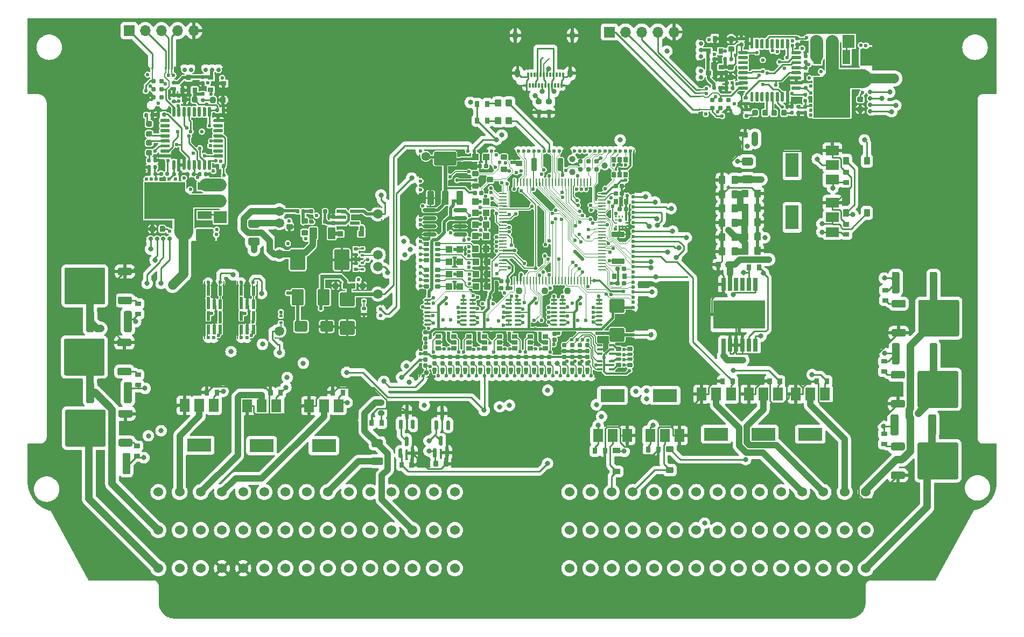
<source format=gtl>
G75*
G70*
%OFA0B0*%
%FSLAX25Y25*%
%IPPOS*%
%LPD*%
%AMOC8*
5,1,8,0,0,1.08239X$1,22.5*
%
%AMM1*
21,1,0.021650,0.052760,0.000000,0.000000,270.000000*
21,1,0.017320,0.057090,0.000000,0.000000,270.000000*
1,1,0.004330,-0.026380,-0.008660*
1,1,0.004330,-0.026380,0.008660*
1,1,0.004330,0.026380,0.008660*
1,1,0.004330,0.026380,-0.008660*
%
%AMM11*
21,1,0.086610,0.073230,0.000000,0.000000,270.000000*
21,1,0.069290,0.090550,0.000000,0.000000,270.000000*
1,1,0.017320,-0.036610,-0.034650*
1,1,0.017320,-0.036610,0.034650*
1,1,0.017320,0.036610,0.034650*
1,1,0.017320,0.036610,-0.034650*
%
%AMM12*
21,1,0.094490,0.111020,0.000000,0.000000,0.000000*
21,1,0.075590,0.129920,0.000000,0.000000,0.000000*
1,1,0.018900,0.037800,-0.055510*
1,1,0.018900,-0.037800,-0.055510*
1,1,0.018900,-0.037800,0.055510*
1,1,0.018900,0.037800,0.055510*
%
%AMM13*
21,1,0.074800,0.083460,0.000000,0.000000,0.000000*
21,1,0.059840,0.098430,0.000000,0.000000,0.000000*
1,1,0.014960,0.029920,-0.041730*
1,1,0.014960,-0.029920,-0.041730*
1,1,0.014960,-0.029920,0.041730*
1,1,0.014960,0.029920,0.041730*
%
%AMM14*
21,1,0.078740,0.053540,0.000000,0.000000,180.000000*
21,1,0.065350,0.066930,0.000000,0.000000,180.000000*
1,1,0.013390,-0.032680,0.026770*
1,1,0.013390,0.032680,0.026770*
1,1,0.013390,0.032680,-0.026770*
1,1,0.013390,-0.032680,-0.026770*
%
%AMM15*
21,1,0.035430,0.030320,0.000000,0.000000,90.000000*
21,1,0.028350,0.037400,0.000000,0.000000,90.000000*
1,1,0.007090,0.015160,0.014170*
1,1,0.007090,0.015160,-0.014170*
1,1,0.007090,-0.015160,-0.014170*
1,1,0.007090,-0.015160,0.014170*
%
%AMM16*
21,1,0.035830,0.026770,0.000000,0.000000,0.000000*
21,1,0.029130,0.033470,0.000000,0.000000,0.000000*
1,1,0.006690,0.014570,-0.013390*
1,1,0.006690,-0.014570,-0.013390*
1,1,0.006690,-0.014570,0.013390*
1,1,0.006690,0.014570,0.013390*
%
%AMM17*
21,1,0.070870,0.036220,0.000000,0.000000,90.000000*
21,1,0.061810,0.045280,0.000000,0.000000,90.000000*
1,1,0.009060,0.018110,0.030910*
1,1,0.009060,0.018110,-0.030910*
1,1,0.009060,-0.018110,-0.030910*
1,1,0.009060,-0.018110,0.030910*
%
%AMM18*
21,1,0.033470,0.026770,0.000000,0.000000,0.000000*
21,1,0.026770,0.033470,0.000000,0.000000,0.000000*
1,1,0.006690,0.013390,-0.013390*
1,1,0.006690,-0.013390,-0.013390*
1,1,0.006690,-0.013390,0.013390*
1,1,0.006690,0.013390,0.013390*
%
%AMM19*
21,1,0.015750,0.016540,0.000000,0.000000,270.000000*
21,1,0.012600,0.019680,0.000000,0.000000,270.000000*
1,1,0.003150,-0.008270,-0.006300*
1,1,0.003150,-0.008270,0.006300*
1,1,0.003150,0.008270,0.006300*
1,1,0.003150,0.008270,-0.006300*
%
%AMM20*
21,1,0.023620,0.018900,0.000000,0.000000,90.000000*
21,1,0.018900,0.023620,0.000000,0.000000,90.000000*
1,1,0.004720,0.009450,0.009450*
1,1,0.004720,0.009450,-0.009450*
1,1,0.004720,-0.009450,-0.009450*
1,1,0.004720,-0.009450,0.009450*
%
%AMM37*
21,1,0.025590,0.026380,0.000000,0.000000,270.000000*
21,1,0.020470,0.031500,0.000000,0.000000,270.000000*
1,1,0.005120,-0.013190,-0.010240*
1,1,0.005120,-0.013190,0.010240*
1,1,0.005120,0.013190,0.010240*
1,1,0.005120,0.013190,-0.010240*
%
%AMM38*
21,1,0.017720,0.027950,0.000000,0.000000,270.000000*
21,1,0.014170,0.031500,0.000000,0.000000,270.000000*
1,1,0.003540,-0.013980,-0.007090*
1,1,0.003540,-0.013980,0.007090*
1,1,0.003540,0.013980,0.007090*
1,1,0.003540,0.013980,-0.007090*
%
%AMM39*
21,1,0.012600,0.028980,0.000000,0.000000,90.000000*
21,1,0.010080,0.031500,0.000000,0.000000,90.000000*
1,1,0.002520,0.014490,0.005040*
1,1,0.002520,0.014490,-0.005040*
1,1,0.002520,-0.014490,-0.005040*
1,1,0.002520,-0.014490,0.005040*
%
%AMM4*
21,1,0.019680,0.019680,0.000000,0.000000,270.000000*
21,1,0.015750,0.023620,0.000000,0.000000,270.000000*
1,1,0.003940,-0.009840,-0.007870*
1,1,0.003940,-0.009840,0.007870*
1,1,0.003940,0.009840,0.007870*
1,1,0.003940,0.009840,-0.007870*
%
%AMM40*
21,1,0.023620,0.030710,0.000000,0.000000,180.000000*
21,1,0.018900,0.035430,0.000000,0.000000,180.000000*
1,1,0.004720,-0.009450,0.015350*
1,1,0.004720,0.009450,0.015350*
1,1,0.004720,0.009450,-0.015350*
1,1,0.004720,-0.009450,-0.015350*
%
%AMM41*
21,1,0.027560,0.018900,0.000000,0.000000,90.000000*
21,1,0.022840,0.023620,0.000000,0.000000,90.000000*
1,1,0.004720,0.009450,0.011420*
1,1,0.004720,0.009450,-0.011420*
1,1,0.004720,-0.009450,-0.011420*
1,1,0.004720,-0.009450,0.011420*
%
%AMM42*
21,1,0.031500,0.072440,0.000000,0.000000,90.000000*
21,1,0.025200,0.078740,0.000000,0.000000,90.000000*
1,1,0.006300,0.036220,0.012600*
1,1,0.006300,0.036220,-0.012600*
1,1,0.006300,-0.036220,-0.012600*
1,1,0.006300,-0.036220,0.012600*
%
%AMM43*
21,1,0.027560,0.018900,0.000000,0.000000,180.000000*
21,1,0.022840,0.023620,0.000000,0.000000,180.000000*
1,1,0.004720,-0.011420,0.009450*
1,1,0.004720,0.011420,0.009450*
1,1,0.004720,0.011420,-0.009450*
1,1,0.004720,-0.011420,-0.009450*
%
%AMM44*
21,1,0.023620,0.030710,0.000000,0.000000,270.000000*
21,1,0.018900,0.035430,0.000000,0.000000,270.000000*
1,1,0.004720,-0.015350,-0.009450*
1,1,0.004720,-0.015350,0.009450*
1,1,0.004720,0.015350,0.009450*
1,1,0.004720,0.015350,-0.009450*
%
%AMM45*
21,1,0.035430,0.030320,0.000000,0.000000,270.000000*
21,1,0.028350,0.037400,0.000000,0.000000,270.000000*
1,1,0.007090,-0.015160,-0.014170*
1,1,0.007090,-0.015160,0.014170*
1,1,0.007090,0.015160,0.014170*
1,1,0.007090,0.015160,-0.014170*
%
%AMM46*
21,1,0.043310,0.075980,0.000000,0.000000,0.000000*
21,1,0.034650,0.084650,0.000000,0.000000,0.000000*
1,1,0.008660,0.017320,-0.037990*
1,1,0.008660,-0.017320,-0.037990*
1,1,0.008660,-0.017320,0.037990*
1,1,0.008660,0.017320,0.037990*
%
%AMM47*
21,1,0.039370,0.035430,0.000000,0.000000,0.000000*
21,1,0.031500,0.043310,0.000000,0.000000,0.000000*
1,1,0.007870,0.015750,-0.017720*
1,1,0.007870,-0.015750,-0.017720*
1,1,0.007870,-0.015750,0.017720*
1,1,0.007870,0.015750,0.017720*
%
%AMM48*
21,1,0.027560,0.030710,0.000000,0.000000,0.000000*
21,1,0.022050,0.036220,0.000000,0.000000,0.000000*
1,1,0.005510,0.011020,-0.015350*
1,1,0.005510,-0.011020,-0.015350*
1,1,0.005510,-0.011020,0.015350*
1,1,0.005510,0.011020,0.015350*
%
%AMM49*
21,1,0.031500,0.072440,0.000000,0.000000,0.000000*
21,1,0.025200,0.078740,0.000000,0.000000,0.000000*
1,1,0.006300,0.012600,-0.036220*
1,1,0.006300,-0.012600,-0.036220*
1,1,0.006300,-0.012600,0.036220*
1,1,0.006300,0.012600,0.036220*
%
%AMM50*
21,1,0.137800,0.067720,0.000000,0.000000,0.000000*
21,1,0.120870,0.084650,0.000000,0.000000,0.000000*
1,1,0.016930,0.060430,-0.033860*
1,1,0.016930,-0.060430,-0.033860*
1,1,0.016930,-0.060430,0.033860*
1,1,0.016930,0.060430,0.033860*
%
%AMM51*
21,1,0.043310,0.075990,0.000000,0.000000,0.000000*
21,1,0.034650,0.084650,0.000000,0.000000,0.000000*
1,1,0.008660,0.017320,-0.037990*
1,1,0.008660,-0.017320,-0.037990*
1,1,0.008660,-0.017320,0.037990*
1,1,0.008660,0.017320,0.037990*
%
%AMM52*
21,1,0.086610,0.073230,0.000000,0.000000,90.000000*
21,1,0.069290,0.090550,0.000000,0.000000,90.000000*
1,1,0.017320,0.036610,0.034650*
1,1,0.017320,0.036610,-0.034650*
1,1,0.017320,-0.036610,-0.034650*
1,1,0.017320,-0.036610,0.034650*
%
%AMM6*
21,1,0.019680,0.019680,0.000000,0.000000,0.000000*
21,1,0.015750,0.023620,0.000000,0.000000,0.000000*
1,1,0.003940,0.007870,-0.009840*
1,1,0.003940,-0.007870,-0.009840*
1,1,0.003940,-0.007870,0.009840*
1,1,0.003940,0.007870,0.009840*
%
%AMM92*
21,1,0.021650,0.052760,-0.000000,0.000000,0.000000*
21,1,0.017320,0.057090,-0.000000,0.000000,0.000000*
1,1,0.004330,0.008660,-0.026380*
1,1,0.004330,-0.008660,-0.026380*
1,1,0.004330,-0.008660,0.026380*
1,1,0.004330,0.008660,0.026380*
%
%ADD10C,0.02362*%
%ADD100C,0.01575*%
%ADD104M4*%
%ADD106M6*%
%ADD11O,0.04823X0.00787*%
%ADD111C,0.01968*%
%ADD112M11*%
%ADD113M12*%
%ADD114M13*%
%ADD115M14*%
%ADD116M15*%
%ADD117M16*%
%ADD118M17*%
%ADD119M18*%
%ADD12O,0.00787X0.36614*%
%ADD120M19*%
%ADD121M20*%
%ADD122O,0.00787X0.40158*%
%ADD13R,0.05906X0.07874*%
%ADD14R,0.14961X0.07874*%
%ADD143M37*%
%ADD144M38*%
%ADD145M39*%
%ADD146O,0.04724X0.00866*%
%ADD147O,0.00866X0.04724*%
%ADD148O,0.04331X0.01181*%
%ADD149M40*%
%ADD15R,0.00787X0.14567*%
%ADD150M41*%
%ADD151R,0.01378X0.00984*%
%ADD152R,0.00984X0.01378*%
%ADD153M42*%
%ADD154M43*%
%ADD155M44*%
%ADD156M45*%
%ADD157O,0.08661X0.02362*%
%ADD158M46*%
%ADD159M47*%
%ADD16R,0.00787X0.01575*%
%ADD160M48*%
%ADD161M49*%
%ADD162M50*%
%ADD163M51*%
%ADD164M52*%
%ADD165C,0.00492*%
%ADD166C,0.01260*%
%ADD167C,0.04331*%
%ADD168C,0.05512*%
%ADD17R,0.00787X0.06299*%
%ADD18R,0.00787X0.38189*%
%ADD19R,0.00787X0.09055*%
%ADD20R,0.05512X0.00787*%
%ADD21R,0.25197X0.00787*%
%ADD22R,0.06693X0.00787*%
%ADD23R,0.12992X0.00787*%
%ADD231R,0.08661X0.04724*%
%ADD232R,0.25197X0.22835*%
%ADD233R,0.07874X0.07500*%
%ADD234O,0.07874X0.07500*%
%ADD238M92*%
%ADD24R,0.00787X0.27559*%
%ADD25R,0.00787X0.12992*%
%ADD26R,0.00787X0.24803*%
%ADD27C,0.02756*%
%ADD28C,0.11811*%
%ADD29R,0.11811X0.00984*%
%ADD30R,0.04331X0.00984*%
%ADD31R,0.03858X0.00984*%
%ADD32R,0.05709X0.00984*%
%ADD33R,0.00984X1.08661*%
%ADD34R,0.07677X0.00984*%
%ADD35R,0.03740X0.00984*%
%ADD36R,0.01181X0.02756*%
%ADD37O,0.03150X0.05512*%
%ADD38R,0.02559X0.07874*%
%ADD39R,0.31890X0.17717*%
%ADD40R,0.06693X0.06693*%
%ADD41O,0.06693X0.06693*%
%ADD42R,0.00984X0.11811*%
%ADD43R,0.00984X0.04331*%
%ADD44R,0.00984X0.03858*%
%ADD45R,0.00984X0.05709*%
%ADD46R,1.08661X0.00984*%
%ADD47R,0.00984X0.07677*%
%ADD48R,0.00984X0.03740*%
%ADD49C,0.06000*%
%ADD50R,0.07874X0.05906*%
%ADD51R,0.07874X0.14961*%
%ADD52C,0.05906*%
%ADD53O,0.00787X0.12992*%
%ADD54O,0.00787X0.40157*%
%ADD55O,0.00787X0.01181*%
%ADD56O,0.66929X0.00787*%
%ADD57O,0.60630X0.00787*%
%ADD58O,0.00787X0.18898*%
%ADD59O,0.00787X0.10236*%
%ADD60O,0.00787X0.03937*%
%ADD61O,0.00787X0.05906*%
%ADD62C,0.03150*%
%ADD63C,0.03937*%
%ADD64C,0.04724*%
%ADD65C,0.00787*%
%ADD66C,0.00984*%
%ADD67C,0.02558*%
%ADD75C,0.00800*%
%ADD80R,0.03543X0.03150*%
%ADD81R,0.04724X0.08661*%
%ADD82C,0.05118*%
%ADD83R,0.22835X0.25197*%
%ADD84R,0.03150X0.03543*%
%ADD85C,0.03100*%
%ADD86R,0.07500X0.07874*%
%ADD87O,0.07500X0.07874*%
%ADD88C,0.01969*%
%ADD89C,0.07874*%
%ADD90C,0.03900*%
%ADD92C,0.01181*%
%ADD96M1*%
%ADD99C,0.01850*%
X0000000Y0000000D02*
%LPD*%
G01*
D10*
X0132283Y0208465D03*
D11*
X0140059Y0173425D03*
D12*
X0129921Y0191339D03*
X0142126Y0191339D03*
D10*
X0136024Y0208465D03*
X0139764Y0208465D03*
X0135827Y0174213D03*
X0132283Y0174213D03*
D13*
X0115354Y0132283D03*
X0106299Y0132283D03*
X0097244Y0132283D03*
D14*
X0106299Y0107480D03*
G36*
G01*
X0454016Y0239075D02*
X0454016Y0234941D01*
G75*
G02*
X0453622Y0234547I-000394J0000000D01*
G01*
X0450472Y0234547D01*
G75*
G02*
X0450079Y0234941I0000000J0000394D01*
G01*
X0450079Y0239075D01*
G75*
G02*
X0450472Y0239469I0000394J0000000D01*
G01*
X0453622Y0239469D01*
G75*
G02*
X0454016Y0239075I0000000J-000394D01*
G01*
G37*
G36*
G01*
X0446142Y0239075D02*
X0446142Y0234941D01*
G75*
G02*
X0445748Y0234547I-000394J0000000D01*
G01*
X0442598Y0234547D01*
G75*
G02*
X0442205Y0234941I0000000J0000394D01*
G01*
X0442205Y0239075D01*
G75*
G02*
X0442598Y0239469I0000394J0000000D01*
G01*
X0445748Y0239469D01*
G75*
G02*
X0446142Y0239075I0000000J-000394D01*
G01*
G37*
G36*
G01*
X0253543Y0117028D02*
X0252362Y0117028D01*
G75*
G02*
X0251772Y0117618I0000000J0000591D01*
G01*
X0251772Y0122244D01*
G75*
G02*
X0252362Y0122835I0000591J0000000D01*
G01*
X0253543Y0122835D01*
G75*
G02*
X0254134Y0122244I0000000J-000591D01*
G01*
X0254134Y0117618D01*
G75*
G02*
X0253543Y0117028I-000591J0000000D01*
G01*
G37*
G36*
G01*
X0257283Y0124409D02*
X0256102Y0124409D01*
G75*
G02*
X0255512Y0125000I0000000J0000591D01*
G01*
X0255512Y0129626D01*
G75*
G02*
X0256102Y0130217I0000591J0000000D01*
G01*
X0257283Y0130217D01*
G75*
G02*
X0257874Y0129626I0000000J-000591D01*
G01*
X0257874Y0125000D01*
G75*
G02*
X0257283Y0124409I-000591J0000000D01*
G01*
G37*
G36*
G01*
X0261024Y0117028D02*
X0259843Y0117028D01*
G75*
G02*
X0259252Y0117618I0000000J0000591D01*
G01*
X0259252Y0122244D01*
G75*
G02*
X0259843Y0122835I0000591J0000000D01*
G01*
X0261024Y0122835D01*
G75*
G02*
X0261614Y0122244I0000000J-000591D01*
G01*
X0261614Y0117618D01*
G75*
G02*
X0261024Y0117028I-000591J0000000D01*
G01*
G37*
G36*
G01*
X0064469Y0145768D02*
X0064469Y0134547D01*
G75*
G02*
X0063484Y0133563I-000984J0000000D01*
G01*
X0060630Y0133563D01*
G75*
G02*
X0059646Y0134547I0000000J0000984D01*
G01*
X0059646Y0145768D01*
G75*
G02*
X0060630Y0146752I0000984J0000000D01*
G01*
X0063484Y0146752D01*
G75*
G02*
X0064469Y0145768I0000000J-000984D01*
G01*
G37*
G36*
G01*
X0041142Y0145768D02*
X0041142Y0134547D01*
G75*
G02*
X0040157Y0133563I-000984J0000000D01*
G01*
X0037303Y0133563D01*
G75*
G02*
X0036319Y0134547I0000000J0000984D01*
G01*
X0036319Y0145768D01*
G75*
G02*
X0037303Y0146752I0000984J0000000D01*
G01*
X0040157Y0146752D01*
G75*
G02*
X0041142Y0145768I0000000J-000984D01*
G01*
G37*
G36*
G01*
X0454213Y0219449D02*
X0454213Y0216378D01*
G75*
G02*
X0453937Y0216102I-000276J0000000D01*
G01*
X0451732Y0216102D01*
G75*
G02*
X0451457Y0216378I0000000J0000276D01*
G01*
X0451457Y0219449D01*
G75*
G02*
X0451732Y0219724I0000276J0000000D01*
G01*
X0453937Y0219724D01*
G75*
G02*
X0454213Y0219449I0000000J-000276D01*
G01*
G37*
G36*
G01*
X0447913Y0219449D02*
X0447913Y0216378D01*
G75*
G02*
X0447638Y0216102I-000276J0000000D01*
G01*
X0445433Y0216102D01*
G75*
G02*
X0445157Y0216378I0000000J0000276D01*
G01*
X0445157Y0219449D01*
G75*
G02*
X0445433Y0219724I0000276J0000000D01*
G01*
X0447638Y0219724D01*
G75*
G02*
X0447913Y0219449I0000000J-000276D01*
G01*
G37*
G36*
G01*
X0231693Y0117569D02*
X0230512Y0117569D01*
G75*
G02*
X0229921Y0118159I0000000J0000591D01*
G01*
X0229921Y0122785D01*
G75*
G02*
X0230512Y0123376I0000591J0000000D01*
G01*
X0231693Y0123376D01*
G75*
G02*
X0232283Y0122785I0000000J-000591D01*
G01*
X0232283Y0118159D01*
G75*
G02*
X0231693Y0117569I-000591J0000000D01*
G01*
G37*
G36*
G01*
X0235433Y0124951D02*
X0234252Y0124951D01*
G75*
G02*
X0233661Y0125541I0000000J0000591D01*
G01*
X0233661Y0130167D01*
G75*
G02*
X0234252Y0130758I0000591J0000000D01*
G01*
X0235433Y0130758D01*
G75*
G02*
X0236024Y0130167I0000000J-000591D01*
G01*
X0236024Y0125541D01*
G75*
G02*
X0235433Y0124951I-000591J0000000D01*
G01*
G37*
G36*
G01*
X0239173Y0117569D02*
X0237992Y0117569D01*
G75*
G02*
X0237402Y0118159I0000000J0000591D01*
G01*
X0237402Y0122785D01*
G75*
G02*
X0237992Y0123376I0000591J0000000D01*
G01*
X0239173Y0123376D01*
G75*
G02*
X0239764Y0122785I0000000J-000591D01*
G01*
X0239764Y0118159D01*
G75*
G02*
X0239173Y0117569I-000591J0000000D01*
G01*
G37*
G36*
G01*
X0317618Y0312500D02*
X0315453Y0312500D01*
G75*
G02*
X0314665Y0313287I0000000J0000787D01*
G01*
X0314665Y0314862D01*
G75*
G02*
X0315453Y0315650I0000787J0000000D01*
G01*
X0317618Y0315650D01*
G75*
G02*
X0318406Y0314862I0000000J-000787D01*
G01*
X0318406Y0313287D01*
G75*
G02*
X0317618Y0312500I-000787J0000000D01*
G01*
G37*
G36*
G01*
X0317618Y0318996D02*
X0315453Y0318996D01*
G75*
G02*
X0314665Y0319783I0000000J0000787D01*
G01*
X0314665Y0321358D01*
G75*
G02*
X0315453Y0322146I0000787J0000000D01*
G01*
X0317618Y0322146D01*
G75*
G02*
X0318406Y0321358I0000000J-000787D01*
G01*
X0318406Y0319783D01*
G75*
G02*
X0317618Y0318996I-000787J0000000D01*
G01*
G37*
G36*
G01*
X0300000Y0310433D02*
X0300000Y0306890D01*
G75*
G02*
X0299606Y0306496I-000394J0000000D01*
G01*
X0296457Y0306496D01*
G75*
G02*
X0296063Y0306890I0000000J0000394D01*
G01*
X0296063Y0310433D01*
G75*
G02*
X0296457Y0310827I0000394J0000000D01*
G01*
X0299606Y0310827D01*
G75*
G02*
X0300000Y0310433I0000000J-000394D01*
G01*
G37*
G36*
G01*
X0293307Y0310433D02*
X0293307Y0306890D01*
G75*
G02*
X0292913Y0306496I-000394J0000000D01*
G01*
X0289764Y0306496D01*
G75*
G02*
X0289370Y0306890I0000000J0000394D01*
G01*
X0289370Y0310433D01*
G75*
G02*
X0289764Y0310827I0000394J0000000D01*
G01*
X0292913Y0310827D01*
G75*
G02*
X0293307Y0310433I0000000J-000394D01*
G01*
G37*
G36*
G01*
X0428031Y0269980D02*
X0428031Y0274114D01*
G75*
G02*
X0428425Y0274508I0000394J0000000D01*
G01*
X0431575Y0274508D01*
G75*
G02*
X0431969Y0274114I0000000J-000394D01*
G01*
X0431969Y0269980D01*
G75*
G02*
X0431575Y0269587I-000394J0000000D01*
G01*
X0428425Y0269587D01*
G75*
G02*
X0428031Y0269980I0000000J0000394D01*
G01*
G37*
G36*
G01*
X0435906Y0269980D02*
X0435906Y0274114D01*
G75*
G02*
X0436299Y0274508I0000394J0000000D01*
G01*
X0439449Y0274508D01*
G75*
G02*
X0439843Y0274114I0000000J-000394D01*
G01*
X0439843Y0269980D01*
G75*
G02*
X0439449Y0269587I-000394J0000000D01*
G01*
X0436299Y0269587D01*
G75*
G02*
X0435906Y0269980I0000000J0000394D01*
G01*
G37*
G36*
G01*
X0428031Y0234547D02*
X0428031Y0238681D01*
G75*
G02*
X0428425Y0239075I0000394J0000000D01*
G01*
X0431575Y0239075D01*
G75*
G02*
X0431969Y0238681I0000000J-000394D01*
G01*
X0431969Y0234547D01*
G75*
G02*
X0431575Y0234154I-000394J0000000D01*
G01*
X0428425Y0234154D01*
G75*
G02*
X0428031Y0234547I0000000J0000394D01*
G01*
G37*
G36*
G01*
X0435906Y0234547D02*
X0435906Y0238681D01*
G75*
G02*
X0436299Y0239075I0000394J0000000D01*
G01*
X0439449Y0239075D01*
G75*
G02*
X0439843Y0238681I0000000J-000394D01*
G01*
X0439843Y0234547D01*
G75*
G02*
X0439449Y0234154I-000394J0000000D01*
G01*
X0436299Y0234154D01*
G75*
G02*
X0435906Y0234547I0000000J0000394D01*
G01*
G37*
G36*
G01*
X0066969Y0152559D02*
X0070039Y0152559D01*
G75*
G02*
X0070315Y0152283I0000000J-000276D01*
G01*
X0070315Y0150079D01*
G75*
G02*
X0070039Y0149803I-000276J0000000D01*
G01*
X0066969Y0149803D01*
G75*
G02*
X0066693Y0150079I0000000J0000276D01*
G01*
X0066693Y0152283D01*
G75*
G02*
X0066969Y0152559I0000276J0000000D01*
G01*
G37*
G36*
G01*
X0066969Y0146260D02*
X0070039Y0146260D01*
G75*
G02*
X0070315Y0145984I0000000J-000276D01*
G01*
X0070315Y0143780D01*
G75*
G02*
X0070039Y0143504I-000276J0000000D01*
G01*
X0066969Y0143504D01*
G75*
G02*
X0066693Y0143780I0000000J0000276D01*
G01*
X0066693Y0145984D01*
G75*
G02*
X0066969Y0146260I0000276J0000000D01*
G01*
G37*
D10*
X0374902Y0176083D03*
X0374902Y0193012D03*
X0374902Y0196161D03*
X0374902Y0199311D03*
X0374902Y0202461D03*
X0374902Y0205610D03*
X0374902Y0208760D03*
X0374902Y0211909D03*
X0374902Y0215059D03*
X0374902Y0218209D03*
X0374902Y0221358D03*
X0374902Y0224508D03*
X0374902Y0227657D03*
X0374902Y0230807D03*
X0374902Y0233957D03*
X0374902Y0237106D03*
X0374902Y0240256D03*
X0374902Y0245768D03*
X0374902Y0248917D03*
X0374902Y0252067D03*
X0374902Y0255216D03*
X0374902Y0258366D03*
X0374902Y0261516D03*
D15*
X0242618Y0280610D03*
D16*
X0242618Y0268602D03*
D15*
X0242618Y0256594D03*
D17*
X0242618Y0239075D03*
D18*
X0242618Y0185335D03*
D19*
X0242618Y0153839D03*
D20*
X0249705Y0149705D03*
D21*
X0257972Y0290650D03*
D22*
X0281791Y0290650D03*
D23*
X0295571Y0290650D03*
D20*
X0333957Y0290650D03*
D21*
X0363484Y0149705D03*
D24*
X0375689Y0277264D03*
D16*
X0375689Y0243012D03*
D25*
X0375689Y0184547D03*
D26*
X0375689Y0161713D03*
D10*
X0373327Y0289862D03*
X0370177Y0289862D03*
X0367028Y0289862D03*
X0363878Y0289862D03*
X0360728Y0289862D03*
X0357579Y0289862D03*
X0354429Y0289862D03*
X0351280Y0289862D03*
X0348130Y0289862D03*
X0344980Y0289862D03*
X0341831Y0289862D03*
X0338681Y0289862D03*
X0329232Y0289862D03*
X0326083Y0289862D03*
X0322933Y0289862D03*
X0319783Y0289862D03*
X0316634Y0289862D03*
X0313484Y0289862D03*
X0310335Y0289862D03*
X0307185Y0289862D03*
X0304035Y0289862D03*
X0287106Y0289862D03*
X0276476Y0289862D03*
X0272539Y0289862D03*
X0243406Y0289862D03*
X0348917Y0150492D03*
X0344193Y0150492D03*
X0339469Y0150492D03*
X0334744Y0150492D03*
X0330020Y0150492D03*
X0325295Y0150492D03*
X0320571Y0150492D03*
X0315846Y0150492D03*
X0311122Y0150492D03*
X0306398Y0150492D03*
X0301673Y0150492D03*
X0296949Y0150492D03*
X0292224Y0150492D03*
X0287500Y0150492D03*
X0282776Y0150492D03*
X0278051Y0150492D03*
X0273327Y0150492D03*
X0268602Y0150492D03*
X0263878Y0150492D03*
X0259154Y0150492D03*
X0254429Y0150492D03*
X0244980Y0150492D03*
X0243406Y0160335D03*
X0243406Y0164272D03*
X0243406Y0206398D03*
X0243406Y0210335D03*
X0243406Y0214272D03*
X0243406Y0218209D03*
X0243406Y0222146D03*
X0243406Y0226083D03*
X0243406Y0230020D03*
X0243406Y0233957D03*
X0243406Y0244193D03*
X0243406Y0247342D03*
X0243406Y0265846D03*
X0243406Y0271358D03*
G36*
G01*
X0535138Y0202736D02*
X0535138Y0213957D01*
G75*
G02*
X0536122Y0214941I0000984J0000000D01*
G01*
X0538976Y0214941D01*
G75*
G02*
X0539961Y0213957I0000000J-000984D01*
G01*
X0539961Y0202736D01*
G75*
G02*
X0538976Y0201752I-000984J0000000D01*
G01*
X0536122Y0201752D01*
G75*
G02*
X0535138Y0202736I0000000J0000984D01*
G01*
G37*
G36*
G01*
X0558465Y0202736D02*
X0558465Y0213957D01*
G75*
G02*
X0559449Y0214941I0000984J0000000D01*
G01*
X0562303Y0214941D01*
G75*
G02*
X0563287Y0213957I0000000J-000984D01*
G01*
X0563287Y0202736D01*
G75*
G02*
X0562303Y0201752I-000984J0000000D01*
G01*
X0559449Y0201752D01*
G75*
G02*
X0558465Y0202736I0000000J0000984D01*
G01*
G37*
G36*
G01*
X0149016Y0138622D02*
X0149016Y0141693D01*
G75*
G02*
X0149291Y0141969I0000276J0000000D01*
G01*
X0151496Y0141969D01*
G75*
G02*
X0151772Y0141693I0000000J-000276D01*
G01*
X0151772Y0138622D01*
G75*
G02*
X0151496Y0138346I-000276J0000000D01*
G01*
X0149291Y0138346D01*
G75*
G02*
X0149016Y0138622I0000000J0000276D01*
G01*
G37*
G36*
G01*
X0155315Y0138622D02*
X0155315Y0141693D01*
G75*
G02*
X0155591Y0141969I0000276J0000000D01*
G01*
X0157795Y0141969D01*
G75*
G02*
X0158071Y0141693I0000000J-000276D01*
G01*
X0158071Y0138622D01*
G75*
G02*
X0157795Y0138346I-000276J0000000D01*
G01*
X0155591Y0138346D01*
G75*
G02*
X0155315Y0138622I0000000J0000276D01*
G01*
G37*
G36*
G01*
X0454016Y0265650D02*
X0454016Y0261516D01*
G75*
G02*
X0453622Y0261122I-000394J0000000D01*
G01*
X0450472Y0261122D01*
G75*
G02*
X0450079Y0261516I0000000J0000394D01*
G01*
X0450079Y0265650D01*
G75*
G02*
X0450472Y0266043I0000394J0000000D01*
G01*
X0453622Y0266043D01*
G75*
G02*
X0454016Y0265650I0000000J-000394D01*
G01*
G37*
G36*
G01*
X0446142Y0265650D02*
X0446142Y0261516D01*
G75*
G02*
X0445748Y0261122I-000394J0000000D01*
G01*
X0442598Y0261122D01*
G75*
G02*
X0442205Y0261516I0000000J0000394D01*
G01*
X0442205Y0265650D01*
G75*
G02*
X0442598Y0266043I0000394J0000000D01*
G01*
X0445748Y0266043D01*
G75*
G02*
X0446142Y0265650I0000000J-000394D01*
G01*
G37*
G36*
G01*
X0063681Y0101673D02*
X0063681Y0090453D01*
G75*
G02*
X0062697Y0089469I-000984J0000000D01*
G01*
X0059843Y0089469D01*
G75*
G02*
X0058858Y0090453I0000000J0000984D01*
G01*
X0058858Y0101673D01*
G75*
G02*
X0059843Y0102657I0000984J0000000D01*
G01*
X0062697Y0102657D01*
G75*
G02*
X0063681Y0101673I0000000J-000984D01*
G01*
G37*
G36*
G01*
X0040354Y0101673D02*
X0040354Y0090453D01*
G75*
G02*
X0039370Y0089469I-000984J0000000D01*
G01*
X0036516Y0089469D01*
G75*
G02*
X0035531Y0090453I0000000J0000984D01*
G01*
X0035531Y0101673D01*
G75*
G02*
X0036516Y0102657I0000984J0000000D01*
G01*
X0039370Y0102657D01*
G75*
G02*
X0040354Y0101673I0000000J-000984D01*
G01*
G37*
D27*
X0076181Y0235630D03*
X0087992Y0235630D03*
X0084055Y0235630D03*
X0080118Y0235630D03*
D28*
X0096457Y0240551D03*
D29*
X0110236Y0234154D03*
D30*
X0122835Y0341831D03*
D31*
X0105748Y0341831D03*
X0092756Y0341831D03*
D32*
X0072736Y0341831D03*
D33*
X0124508Y0287992D03*
X0070374Y0287992D03*
D34*
X0121161Y0234154D03*
D35*
X0071752Y0234154D03*
G36*
G01*
X0120472Y0304724D02*
X0115551Y0304724D01*
G75*
G02*
X0115059Y0305217I0000000J0000492D01*
G01*
X0115059Y0306201D01*
G75*
G02*
X0115551Y0306693I0000492J0000000D01*
G01*
X0120472Y0306693D01*
G75*
G02*
X0120965Y0306201I0000000J-000492D01*
G01*
X0120965Y0305217D01*
G75*
G02*
X0120472Y0304724I-000492J0000000D01*
G01*
G37*
G36*
G01*
X0109941Y0311319D02*
X0108957Y0311319D01*
G75*
G02*
X0108465Y0311811I0000000J0000492D01*
G01*
X0108465Y0316732D01*
G75*
G02*
X0108957Y0317224I0000492J0000000D01*
G01*
X0109941Y0317224D01*
G75*
G02*
X0110433Y0316732I0000000J-000492D01*
G01*
X0110433Y0311811D01*
G75*
G02*
X0109941Y0311319I-000492J0000000D01*
G01*
G37*
G36*
G01*
X0120472Y0307874D02*
X0115551Y0307874D01*
G75*
G02*
X0115059Y0308366I0000000J0000492D01*
G01*
X0115059Y0309350D01*
G75*
G02*
X0115551Y0309843I0000492J0000000D01*
G01*
X0120472Y0309843D01*
G75*
G02*
X0120965Y0309350I0000000J-000492D01*
G01*
X0120965Y0308366D01*
G75*
G02*
X0120472Y0307874I-000492J0000000D01*
G01*
G37*
G36*
G01*
X0110433Y0309154D02*
X0110433Y0308169D01*
G75*
G02*
X0109941Y0307677I-000492J0000000D01*
G01*
X0108957Y0307677D01*
G75*
G02*
X0108465Y0308169I0000000J0000492D01*
G01*
X0108465Y0309154D01*
G75*
G02*
X0108957Y0309646I0000492J0000000D01*
G01*
X0109941Y0309646D01*
G75*
G02*
X0110433Y0309154I0000000J-000492D01*
G01*
G37*
G36*
G01*
X0113091Y0304724D02*
X0112106Y0304724D01*
G75*
G02*
X0111614Y0305217I0000000J0000492D01*
G01*
X0111614Y0306201D01*
G75*
G02*
X0112106Y0306693I0000492J0000000D01*
G01*
X0113091Y0306693D01*
G75*
G02*
X0113583Y0306201I0000000J-000492D01*
G01*
X0113583Y0305217D01*
G75*
G02*
X0113091Y0304724I-000492J0000000D01*
G01*
G37*
G36*
G01*
X0113091Y0311319D02*
X0112106Y0311319D01*
G75*
G02*
X0111614Y0311811I0000000J0000492D01*
G01*
X0111614Y0316732D01*
G75*
G02*
X0112106Y0317224I0000492J0000000D01*
G01*
X0113091Y0317224D01*
G75*
G02*
X0113583Y0316732I0000000J-000492D01*
G01*
X0113583Y0311811D01*
G75*
G02*
X0113091Y0311319I-000492J0000000D01*
G01*
G37*
D27*
X0114173Y0340320D03*
X0110236Y0340320D03*
X0097260Y0340320D03*
X0101260Y0340320D03*
G36*
G01*
X0089370Y0342323D02*
X0089370Y0342323D01*
G75*
G02*
X0089862Y0341831I0000000J-000492D01*
G01*
X0089862Y0340846D01*
G75*
G02*
X0089370Y0340354I-000492J0000000D01*
G01*
X0089370Y0340354D01*
G75*
G02*
X0088878Y0340846I0000000J0000492D01*
G01*
X0088878Y0341831D01*
G75*
G02*
X0089370Y0342323I0000492J0000000D01*
G01*
G37*
G36*
G01*
X0087402Y0342323D02*
X0087402Y0342323D01*
G75*
G02*
X0087894Y0341831I0000000J-000492D01*
G01*
X0087894Y0340846D01*
G75*
G02*
X0087402Y0340354I-000492J0000000D01*
G01*
X0087402Y0340354D01*
G75*
G02*
X0086909Y0340846I0000000J0000492D01*
G01*
X0086909Y0341831D01*
G75*
G02*
X0087402Y0342323I0000492J0000000D01*
G01*
G37*
G36*
G01*
X0085433Y0342323D02*
X0085433Y0342323D01*
G75*
G02*
X0085925Y0341831I0000000J-000492D01*
G01*
X0085925Y0340846D01*
G75*
G02*
X0085433Y0340354I-000492J0000000D01*
G01*
X0085433Y0340354D01*
G75*
G02*
X0084941Y0340846I0000000J0000492D01*
G01*
X0084941Y0341831D01*
G75*
G02*
X0085433Y0342323I0000492J0000000D01*
G01*
G37*
G36*
G01*
X0077165Y0342323D02*
X0077165Y0342323D01*
G75*
G02*
X0077657Y0341831I0000000J-000492D01*
G01*
X0077657Y0340846D01*
G75*
G02*
X0077165Y0340354I-000492J0000000D01*
G01*
X0077165Y0340354D01*
G75*
G02*
X0076673Y0340846I0000000J0000492D01*
G01*
X0076673Y0341831D01*
G75*
G02*
X0077165Y0342323I0000492J0000000D01*
G01*
G37*
X0118110Y0340320D03*
G36*
G01*
X0535138Y0158642D02*
X0535138Y0169862D01*
G75*
G02*
X0536122Y0170846I0000984J0000000D01*
G01*
X0538976Y0170846D01*
G75*
G02*
X0539961Y0169862I0000000J-000984D01*
G01*
X0539961Y0158642D01*
G75*
G02*
X0538976Y0157657I-000984J0000000D01*
G01*
X0536122Y0157657D01*
G75*
G02*
X0535138Y0158642I0000000J0000984D01*
G01*
G37*
G36*
G01*
X0558465Y0158642D02*
X0558465Y0169862D01*
G75*
G02*
X0559449Y0170846I0000984J0000000D01*
G01*
X0562303Y0170846D01*
G75*
G02*
X0563287Y0169862I0000000J-000984D01*
G01*
X0563287Y0158642D01*
G75*
G02*
X0562303Y0157657I-000984J0000000D01*
G01*
X0559449Y0157657D01*
G75*
G02*
X0558465Y0158642I0000000J0000984D01*
G01*
G37*
D13*
X0464567Y0139173D03*
X0455512Y0139173D03*
X0446457Y0139173D03*
D14*
X0455512Y0114370D03*
G36*
G01*
X0428031Y0252264D02*
X0428031Y0256398D01*
G75*
G02*
X0428425Y0256791I0000394J0000000D01*
G01*
X0431575Y0256791D01*
G75*
G02*
X0431969Y0256398I0000000J-000394D01*
G01*
X0431969Y0252264D01*
G75*
G02*
X0431575Y0251870I-000394J0000000D01*
G01*
X0428425Y0251870D01*
G75*
G02*
X0428031Y0252264I0000000J0000394D01*
G01*
G37*
G36*
G01*
X0435906Y0252264D02*
X0435906Y0256398D01*
G75*
G02*
X0436299Y0256791I0000394J0000000D01*
G01*
X0439449Y0256791D01*
G75*
G02*
X0439843Y0256398I0000000J-000394D01*
G01*
X0439843Y0252264D01*
G75*
G02*
X0439449Y0251870I-000394J0000000D01*
G01*
X0436299Y0251870D01*
G75*
G02*
X0435906Y0252264I0000000J0000394D01*
G01*
G37*
D13*
X0192520Y0132087D03*
X0183465Y0132087D03*
X0174409Y0132087D03*
D14*
X0183465Y0107283D03*
G36*
G01*
X0428031Y0261122D02*
X0428031Y0265256D01*
G75*
G02*
X0428425Y0265650I0000394J0000000D01*
G01*
X0431575Y0265650D01*
G75*
G02*
X0431969Y0265256I0000000J-000394D01*
G01*
X0431969Y0261122D01*
G75*
G02*
X0431575Y0260728I-000394J0000000D01*
G01*
X0428425Y0260728D01*
G75*
G02*
X0428031Y0261122I0000000J0000394D01*
G01*
G37*
G36*
G01*
X0435906Y0261122D02*
X0435906Y0265256D01*
G75*
G02*
X0436299Y0265650I0000394J0000000D01*
G01*
X0439449Y0265650D01*
G75*
G02*
X0439843Y0265256I0000000J-000394D01*
G01*
X0439843Y0261122D01*
G75*
G02*
X0439449Y0260728I-000394J0000000D01*
G01*
X0436299Y0260728D01*
G75*
G02*
X0435906Y0261122I0000000J0000394D01*
G01*
G37*
G36*
G01*
X0531850Y0106969D02*
X0528780Y0106969D01*
G75*
G02*
X0528504Y0107244I0000000J0000276D01*
G01*
X0528504Y0109449D01*
G75*
G02*
X0528780Y0109724I0000276J0000000D01*
G01*
X0531850Y0109724D01*
G75*
G02*
X0532126Y0109449I0000000J-000276D01*
G01*
X0532126Y0107244D01*
G75*
G02*
X0531850Y0106969I-000276J0000000D01*
G01*
G37*
G36*
G01*
X0531850Y0113268D02*
X0528780Y0113268D01*
G75*
G02*
X0528504Y0113543I0000000J0000276D01*
G01*
X0528504Y0115748D01*
G75*
G02*
X0528780Y0116024I0000276J0000000D01*
G01*
X0531850Y0116024D01*
G75*
G02*
X0532126Y0115748I0000000J-000276D01*
G01*
X0532126Y0113543D01*
G75*
G02*
X0531850Y0113268I-000276J0000000D01*
G01*
G37*
D13*
X0435433Y0139173D03*
X0426378Y0139173D03*
X0417323Y0139173D03*
D14*
X0426378Y0114370D03*
G36*
G01*
X0231496Y0099705D02*
X0230315Y0099705D01*
G75*
G02*
X0229724Y0100295I0000000J0000591D01*
G01*
X0229724Y0104921D01*
G75*
G02*
X0230315Y0105512I0000591J0000000D01*
G01*
X0231496Y0105512D01*
G75*
G02*
X0232087Y0104921I0000000J-000591D01*
G01*
X0232087Y0100295D01*
G75*
G02*
X0231496Y0099705I-000591J0000000D01*
G01*
G37*
G36*
G01*
X0235236Y0107087D02*
X0234055Y0107087D01*
G75*
G02*
X0233465Y0107677I0000000J0000591D01*
G01*
X0233465Y0112303D01*
G75*
G02*
X0234055Y0112894I0000591J0000000D01*
G01*
X0235236Y0112894D01*
G75*
G02*
X0235827Y0112303I0000000J-000591D01*
G01*
X0235827Y0107677D01*
G75*
G02*
X0235236Y0107087I-000591J0000000D01*
G01*
G37*
G36*
G01*
X0238976Y0099705D02*
X0237795Y0099705D01*
G75*
G02*
X0237205Y0100295I0000000J0000591D01*
G01*
X0237205Y0104921D01*
G75*
G02*
X0237795Y0105512I0000591J0000000D01*
G01*
X0238976Y0105512D01*
G75*
G02*
X0239567Y0104921I0000000J-000591D01*
G01*
X0239567Y0100295D01*
G75*
G02*
X0238976Y0099705I-000591J0000000D01*
G01*
G37*
G36*
G01*
X0535039Y0193898D02*
X0535039Y0196654D01*
G75*
G02*
X0536024Y0197638I0000984J0000000D01*
G01*
X0542717Y0197638D01*
G75*
G02*
X0543701Y0196654I0000000J-000984D01*
G01*
X0543701Y0193898D01*
G75*
G02*
X0542717Y0192913I-000984J0000000D01*
G01*
X0536024Y0192913D01*
G75*
G02*
X0535039Y0193898I0000000J0000984D01*
G01*
G37*
G36*
G01*
X0551575Y0187874D02*
X0551575Y0196732D01*
G75*
G02*
X0552559Y0197717I0000984J0000000D01*
G01*
X0562598Y0197717D01*
G75*
G02*
X0563583Y0196732I0000000J-000984D01*
G01*
X0563583Y0187874D01*
G75*
G02*
X0562598Y0186890I-000984J0000000D01*
G01*
X0552559Y0186890D01*
G75*
G02*
X0551575Y0187874I0000000J0000984D01*
G01*
G37*
G36*
G01*
X0551575Y0175866D02*
X0551575Y0184724D01*
G75*
G02*
X0552559Y0185709I0000984J0000000D01*
G01*
X0562598Y0185709D01*
G75*
G02*
X0563583Y0184724I0000000J-000984D01*
G01*
X0563583Y0175866D01*
G75*
G02*
X0562598Y0174882I-000984J0000000D01*
G01*
X0552559Y0174882D01*
G75*
G02*
X0551575Y0175866I0000000J0000984D01*
G01*
G37*
G36*
G01*
X0551575Y0175866D02*
X0551575Y0196732D01*
G75*
G02*
X0552559Y0197717I0000984J0000000D01*
G01*
X0575787Y0197717D01*
G75*
G02*
X0576772Y0196732I0000000J-000984D01*
G01*
X0576772Y0175866D01*
G75*
G02*
X0575787Y0174882I-000984J0000000D01*
G01*
X0552559Y0174882D01*
G75*
G02*
X0551575Y0175866I0000000J0000984D01*
G01*
G37*
G36*
G01*
X0564764Y0187874D02*
X0564764Y0196732D01*
G75*
G02*
X0565748Y0197717I0000984J0000000D01*
G01*
X0575787Y0197717D01*
G75*
G02*
X0576772Y0196732I0000000J-000984D01*
G01*
X0576772Y0187874D01*
G75*
G02*
X0575787Y0186890I-000984J0000000D01*
G01*
X0565748Y0186890D01*
G75*
G02*
X0564764Y0187874I0000000J0000984D01*
G01*
G37*
G36*
G01*
X0564764Y0175866D02*
X0564764Y0184724D01*
G75*
G02*
X0565748Y0185709I0000984J0000000D01*
G01*
X0575787Y0185709D01*
G75*
G02*
X0576772Y0184724I0000000J-000984D01*
G01*
X0576772Y0175866D01*
G75*
G02*
X0575787Y0174882I-000984J0000000D01*
G01*
X0565748Y0174882D01*
G75*
G02*
X0564764Y0175866I0000000J0000984D01*
G01*
G37*
G36*
G01*
X0535039Y0175945D02*
X0535039Y0178701D01*
G75*
G02*
X0536024Y0179685I0000984J0000000D01*
G01*
X0542717Y0179685D01*
G75*
G02*
X0543701Y0178701I0000000J-000984D01*
G01*
X0543701Y0175945D01*
G75*
G02*
X0542717Y0174961I-000984J0000000D01*
G01*
X0536024Y0174961D01*
G75*
G02*
X0535039Y0175945I0000000J0000984D01*
G01*
G37*
D36*
X0330512Y0330630D03*
X0328543Y0330630D03*
X0326575Y0330630D03*
X0324606Y0330630D03*
X0322638Y0330630D03*
X0320669Y0330630D03*
X0318701Y0330630D03*
X0316732Y0330630D03*
X0314764Y0330630D03*
X0312795Y0330630D03*
X0310827Y0330630D03*
X0308858Y0330630D03*
X0309843Y0337323D03*
X0311811Y0337323D03*
X0313780Y0337323D03*
X0315748Y0337323D03*
X0317717Y0337323D03*
X0319685Y0337323D03*
X0321654Y0337323D03*
X0323622Y0337323D03*
X0325591Y0337323D03*
X0327559Y0337323D03*
X0329528Y0337323D03*
X0331496Y0337323D03*
D37*
X0337362Y0361575D03*
X0335945Y0338150D03*
X0303425Y0338150D03*
X0302008Y0361575D03*
G36*
G01*
X0505354Y0245866D02*
X0508425Y0245866D01*
G75*
G02*
X0508701Y0245591I0000000J-000276D01*
G01*
X0508701Y0243386D01*
G75*
G02*
X0508425Y0243110I-000276J0000000D01*
G01*
X0505354Y0243110D01*
G75*
G02*
X0505079Y0243386I0000000J0000276D01*
G01*
X0505079Y0245591D01*
G75*
G02*
X0505354Y0245866I0000276J0000000D01*
G01*
G37*
G36*
G01*
X0505354Y0239567D02*
X0508425Y0239567D01*
G75*
G02*
X0508701Y0239291I0000000J-000276D01*
G01*
X0508701Y0237087D01*
G75*
G02*
X0508425Y0236811I-000276J0000000D01*
G01*
X0505354Y0236811D01*
G75*
G02*
X0505079Y0237087I0000000J0000276D01*
G01*
X0505079Y0239291D01*
G75*
G02*
X0505354Y0239567I0000276J0000000D01*
G01*
G37*
G36*
G01*
X0531850Y0151850D02*
X0528780Y0151850D01*
G75*
G02*
X0528504Y0152126I0000000J0000276D01*
G01*
X0528504Y0154331D01*
G75*
G02*
X0528780Y0154606I0000276J0000000D01*
G01*
X0531850Y0154606D01*
G75*
G02*
X0532126Y0154331I0000000J-000276D01*
G01*
X0532126Y0152126D01*
G75*
G02*
X0531850Y0151850I-000276J0000000D01*
G01*
G37*
G36*
G01*
X0531850Y0158150D02*
X0528780Y0158150D01*
G75*
G02*
X0528504Y0158425I0000000J0000276D01*
G01*
X0528504Y0160630D01*
G75*
G02*
X0528780Y0160906I0000276J0000000D01*
G01*
X0531850Y0160906D01*
G75*
G02*
X0532126Y0160630I0000000J-000276D01*
G01*
X0532126Y0158425D01*
G75*
G02*
X0531850Y0158150I-000276J0000000D01*
G01*
G37*
G36*
G01*
X0504921Y0281850D02*
X0504921Y0285866D01*
G75*
G02*
X0505276Y0286220I0000354J0000000D01*
G01*
X0508110Y0286220D01*
G75*
G02*
X0508465Y0285866I0000000J-000354D01*
G01*
X0508465Y0281850D01*
G75*
G02*
X0508110Y0281496I-000354J0000000D01*
G01*
X0505276Y0281496D01*
G75*
G02*
X0504921Y0281850I0000000J0000354D01*
G01*
G37*
G36*
G01*
X0517913Y0281850D02*
X0517913Y0285866D01*
G75*
G02*
X0518268Y0286220I0000354J0000000D01*
G01*
X0521102Y0286220D01*
G75*
G02*
X0521457Y0285866I0000000J-000354D01*
G01*
X0521457Y0281850D01*
G75*
G02*
X0521102Y0281496I-000354J0000000D01*
G01*
X0518268Y0281496D01*
G75*
G02*
X0517913Y0281850I0000000J0000354D01*
G01*
G37*
G36*
G01*
X0534547Y0105413D02*
X0534547Y0108169D01*
G75*
G02*
X0535531Y0109154I0000984J0000000D01*
G01*
X0542224Y0109154D01*
G75*
G02*
X0543209Y0108169I0000000J-000984D01*
G01*
X0543209Y0105413D01*
G75*
G02*
X0542224Y0104429I-000984J0000000D01*
G01*
X0535531Y0104429D01*
G75*
G02*
X0534547Y0105413I0000000J0000984D01*
G01*
G37*
G36*
G01*
X0551083Y0099390D02*
X0551083Y0108248D01*
G75*
G02*
X0552067Y0109232I0000984J0000000D01*
G01*
X0562106Y0109232D01*
G75*
G02*
X0563091Y0108248I0000000J-000984D01*
G01*
X0563091Y0099390D01*
G75*
G02*
X0562106Y0098406I-000984J0000000D01*
G01*
X0552067Y0098406D01*
G75*
G02*
X0551083Y0099390I0000000J0000984D01*
G01*
G37*
G36*
G01*
X0551083Y0087382D02*
X0551083Y0096240D01*
G75*
G02*
X0552067Y0097224I0000984J0000000D01*
G01*
X0562106Y0097224D01*
G75*
G02*
X0563091Y0096240I0000000J-000984D01*
G01*
X0563091Y0087382D01*
G75*
G02*
X0562106Y0086398I-000984J0000000D01*
G01*
X0552067Y0086398D01*
G75*
G02*
X0551083Y0087382I0000000J0000984D01*
G01*
G37*
G36*
G01*
X0551083Y0087382D02*
X0551083Y0108248D01*
G75*
G02*
X0552067Y0109232I0000984J0000000D01*
G01*
X0575295Y0109232D01*
G75*
G02*
X0576280Y0108248I0000000J-000984D01*
G01*
X0576280Y0087382D01*
G75*
G02*
X0575295Y0086398I-000984J0000000D01*
G01*
X0552067Y0086398D01*
G75*
G02*
X0551083Y0087382I0000000J0000984D01*
G01*
G37*
G36*
G01*
X0564272Y0099390D02*
X0564272Y0108248D01*
G75*
G02*
X0565256Y0109232I0000984J0000000D01*
G01*
X0575295Y0109232D01*
G75*
G02*
X0576280Y0108248I0000000J-000984D01*
G01*
X0576280Y0099390D01*
G75*
G02*
X0575295Y0098406I-000984J0000000D01*
G01*
X0565256Y0098406D01*
G75*
G02*
X0564272Y0099390I0000000J0000984D01*
G01*
G37*
G36*
G01*
X0564272Y0087382D02*
X0564272Y0096240D01*
G75*
G02*
X0565256Y0097224I0000984J0000000D01*
G01*
X0575295Y0097224D01*
G75*
G02*
X0576280Y0096240I0000000J-000984D01*
G01*
X0576280Y0087382D01*
G75*
G02*
X0575295Y0086398I-000984J0000000D01*
G01*
X0565256Y0086398D01*
G75*
G02*
X0564272Y0087382I0000000J0000984D01*
G01*
G37*
G36*
G01*
X0534547Y0087461D02*
X0534547Y0090217D01*
G75*
G02*
X0535531Y0091201I0000984J0000000D01*
G01*
X0542224Y0091201D01*
G75*
G02*
X0543209Y0090217I0000000J-000984D01*
G01*
X0543209Y0087461D01*
G75*
G02*
X0542224Y0086476I-000984J0000000D01*
G01*
X0535531Y0086476D01*
G75*
G02*
X0534547Y0087461I0000000J0000984D01*
G01*
G37*
G36*
G01*
X0391929Y0106457D02*
X0391929Y0103386D01*
G75*
G02*
X0391654Y0103110I-000276J0000000D01*
G01*
X0389449Y0103110D01*
G75*
G02*
X0389173Y0103386I0000000J0000276D01*
G01*
X0389173Y0106457D01*
G75*
G02*
X0389449Y0106732I0000276J0000000D01*
G01*
X0391654Y0106732D01*
G75*
G02*
X0391929Y0106457I0000000J-000276D01*
G01*
G37*
G36*
G01*
X0385630Y0106457D02*
X0385630Y0103386D01*
G75*
G02*
X0385354Y0103110I-000276J0000000D01*
G01*
X0383150Y0103110D01*
G75*
G02*
X0382874Y0103386I0000000J0000276D01*
G01*
X0382874Y0106457D01*
G75*
G02*
X0383150Y0106732I0000276J0000000D01*
G01*
X0385354Y0106732D01*
G75*
G02*
X0385630Y0106457I0000000J-000276D01*
G01*
G37*
G36*
G01*
X0286024Y0310394D02*
X0286024Y0307323D01*
G75*
G02*
X0285748Y0307047I-000276J0000000D01*
G01*
X0283543Y0307047D01*
G75*
G02*
X0283268Y0307323I0000000J0000276D01*
G01*
X0283268Y0310394D01*
G75*
G02*
X0283543Y0310669I0000276J0000000D01*
G01*
X0285748Y0310669D01*
G75*
G02*
X0286024Y0310394I0000000J-000276D01*
G01*
G37*
G36*
G01*
X0279724Y0310394D02*
X0279724Y0307323D01*
G75*
G02*
X0279449Y0307047I-000276J0000000D01*
G01*
X0277244Y0307047D01*
G75*
G02*
X0276969Y0307323I0000000J0000276D01*
G01*
X0276969Y0310394D01*
G75*
G02*
X0277244Y0310669I0000276J0000000D01*
G01*
X0279449Y0310669D01*
G75*
G02*
X0279724Y0310394I0000000J-000276D01*
G01*
G37*
D38*
X0450551Y0207382D03*
X0446614Y0207382D03*
X0442677Y0207382D03*
X0438740Y0207382D03*
X0434803Y0207382D03*
X0430866Y0207382D03*
X0430866Y0169587D03*
X0434803Y0169587D03*
X0438740Y0169587D03*
X0442677Y0169587D03*
X0446614Y0169587D03*
X0450551Y0169587D03*
D39*
X0440709Y0188484D03*
G36*
G01*
X0109646Y0138622D02*
X0109646Y0141693D01*
G75*
G02*
X0109921Y0141969I0000276J0000000D01*
G01*
X0112126Y0141969D01*
G75*
G02*
X0112402Y0141693I0000000J-000276D01*
G01*
X0112402Y0138622D01*
G75*
G02*
X0112126Y0138346I-000276J0000000D01*
G01*
X0109921Y0138346D01*
G75*
G02*
X0109646Y0138622I0000000J0000276D01*
G01*
G37*
G36*
G01*
X0115945Y0138622D02*
X0115945Y0141693D01*
G75*
G02*
X0116220Y0141969I0000276J0000000D01*
G01*
X0118425Y0141969D01*
G75*
G02*
X0118701Y0141693I0000000J-000276D01*
G01*
X0118701Y0138622D01*
G75*
G02*
X0118425Y0138346I-000276J0000000D01*
G01*
X0116220Y0138346D01*
G75*
G02*
X0115945Y0138622I0000000J0000276D01*
G01*
G37*
G36*
G01*
X0064272Y0154606D02*
X0064272Y0151850D01*
G75*
G02*
X0063287Y0150866I-000984J0000000D01*
G01*
X0056594Y0150866D01*
G75*
G02*
X0055610Y0151850I0000000J0000984D01*
G01*
X0055610Y0154606D01*
G75*
G02*
X0056594Y0155591I0000984J0000000D01*
G01*
X0063287Y0155591D01*
G75*
G02*
X0064272Y0154606I0000000J-000984D01*
G01*
G37*
G36*
G01*
X0047736Y0160630D02*
X0047736Y0151772D01*
G75*
G02*
X0046752Y0150787I-000984J0000000D01*
G01*
X0036713Y0150787D01*
G75*
G02*
X0035728Y0151772I0000000J0000984D01*
G01*
X0035728Y0160630D01*
G75*
G02*
X0036713Y0161614I0000984J0000000D01*
G01*
X0046752Y0161614D01*
G75*
G02*
X0047736Y0160630I0000000J-000984D01*
G01*
G37*
G36*
G01*
X0047736Y0172638D02*
X0047736Y0163780D01*
G75*
G02*
X0046752Y0162795I-000984J0000000D01*
G01*
X0036713Y0162795D01*
G75*
G02*
X0035728Y0163780I0000000J0000984D01*
G01*
X0035728Y0172638D01*
G75*
G02*
X0036713Y0173622I0000984J0000000D01*
G01*
X0046752Y0173622D01*
G75*
G02*
X0047736Y0172638I0000000J-000984D01*
G01*
G37*
G36*
G01*
X0047736Y0172638D02*
X0047736Y0151772D01*
G75*
G02*
X0046752Y0150787I-000984J0000000D01*
G01*
X0023524Y0150787D01*
G75*
G02*
X0022539Y0151772I0000000J0000984D01*
G01*
X0022539Y0172638D01*
G75*
G02*
X0023524Y0173622I0000984J0000000D01*
G01*
X0046752Y0173622D01*
G75*
G02*
X0047736Y0172638I0000000J-000984D01*
G01*
G37*
G36*
G01*
X0034547Y0160630D02*
X0034547Y0151772D01*
G75*
G02*
X0033563Y0150787I-000984J0000000D01*
G01*
X0023524Y0150787D01*
G75*
G02*
X0022539Y0151772I0000000J0000984D01*
G01*
X0022539Y0160630D01*
G75*
G02*
X0023524Y0161614I0000984J0000000D01*
G01*
X0033563Y0161614D01*
G75*
G02*
X0034547Y0160630I0000000J-000984D01*
G01*
G37*
G36*
G01*
X0034547Y0172638D02*
X0034547Y0163780D01*
G75*
G02*
X0033563Y0162795I-000984J0000000D01*
G01*
X0023524Y0162795D01*
G75*
G02*
X0022539Y0163780I0000000J0000984D01*
G01*
X0022539Y0172638D01*
G75*
G02*
X0023524Y0173622I0000984J0000000D01*
G01*
X0033563Y0173622D01*
G75*
G02*
X0034547Y0172638I0000000J-000984D01*
G01*
G37*
G36*
G01*
X0064272Y0172559D02*
X0064272Y0169803D01*
G75*
G02*
X0063287Y0168819I-000984J0000000D01*
G01*
X0056594Y0168819D01*
G75*
G02*
X0055610Y0169803I0000000J0000984D01*
G01*
X0055610Y0172559D01*
G75*
G02*
X0056594Y0173543I0000984J0000000D01*
G01*
X0063287Y0173543D01*
G75*
G02*
X0064272Y0172559I0000000J-000984D01*
G01*
G37*
D13*
X0493701Y0139173D03*
X0484646Y0139173D03*
X0475591Y0139173D03*
D14*
X0484646Y0114370D03*
D40*
X0062913Y0364567D03*
D41*
X0072913Y0364567D03*
X0082913Y0364567D03*
X0092913Y0364567D03*
X0102913Y0364567D03*
G36*
G01*
X0358858Y0105669D02*
X0358858Y0102598D01*
G75*
G02*
X0358583Y0102323I-000276J0000000D01*
G01*
X0356378Y0102323D01*
G75*
G02*
X0356102Y0102598I0000000J0000276D01*
G01*
X0356102Y0105669D01*
G75*
G02*
X0356378Y0105945I0000276J0000000D01*
G01*
X0358583Y0105945D01*
G75*
G02*
X0358858Y0105669I0000000J-000276D01*
G01*
G37*
G36*
G01*
X0352559Y0105669D02*
X0352559Y0102598D01*
G75*
G02*
X0352283Y0102323I-000276J0000000D01*
G01*
X0350079Y0102323D01*
G75*
G02*
X0349803Y0102598I0000000J0000276D01*
G01*
X0349803Y0105669D01*
G75*
G02*
X0350079Y0105945I0000276J0000000D01*
G01*
X0352283Y0105945D01*
G75*
G02*
X0352559Y0105669I0000000J-000276D01*
G01*
G37*
G36*
G01*
X0217815Y0135630D02*
X0219980Y0135630D01*
G75*
G02*
X0220768Y0134843I0000000J-000787D01*
G01*
X0220768Y0133268D01*
G75*
G02*
X0219980Y0132480I-000787J0000000D01*
G01*
X0217815Y0132480D01*
G75*
G02*
X0217028Y0133268I0000000J0000787D01*
G01*
X0217028Y0134843D01*
G75*
G02*
X0217815Y0135630I0000787J0000000D01*
G01*
G37*
G36*
G01*
X0217815Y0129134D02*
X0219980Y0129134D01*
G75*
G02*
X0220768Y0128346I0000000J-000787D01*
G01*
X0220768Y0126772D01*
G75*
G02*
X0219980Y0125984I-000787J0000000D01*
G01*
X0217815Y0125984D01*
G75*
G02*
X0217028Y0126772I0000000J0000787D01*
G01*
X0217028Y0128346D01*
G75*
G02*
X0217815Y0129134I0000787J0000000D01*
G01*
G37*
G36*
G01*
X0454016Y0256791D02*
X0454016Y0252657D01*
G75*
G02*
X0453622Y0252264I-000394J0000000D01*
G01*
X0450472Y0252264D01*
G75*
G02*
X0450079Y0252657I0000000J0000394D01*
G01*
X0450079Y0256791D01*
G75*
G02*
X0450472Y0257185I0000394J0000000D01*
G01*
X0453622Y0257185D01*
G75*
G02*
X0454016Y0256791I0000000J-000394D01*
G01*
G37*
G36*
G01*
X0446142Y0256791D02*
X0446142Y0252657D01*
G75*
G02*
X0445748Y0252264I-000394J0000000D01*
G01*
X0442598Y0252264D01*
G75*
G02*
X0442205Y0252657I0000000J0000394D01*
G01*
X0442205Y0256791D01*
G75*
G02*
X0442598Y0257185I0000394J0000000D01*
G01*
X0445748Y0257185D01*
G75*
G02*
X0446142Y0256791I0000000J-000394D01*
G01*
G37*
G36*
G01*
X0252756Y0099951D02*
X0251575Y0099951D01*
G75*
G02*
X0250984Y0100541I0000000J0000591D01*
G01*
X0250984Y0105167D01*
G75*
G02*
X0251575Y0105758I0000591J0000000D01*
G01*
X0252756Y0105758D01*
G75*
G02*
X0253346Y0105167I0000000J-000591D01*
G01*
X0253346Y0100541D01*
G75*
G02*
X0252756Y0099951I-000591J0000000D01*
G01*
G37*
G36*
G01*
X0256496Y0107333D02*
X0255315Y0107333D01*
G75*
G02*
X0254724Y0107923I0000000J0000591D01*
G01*
X0254724Y0112549D01*
G75*
G02*
X0255315Y0113140I0000591J0000000D01*
G01*
X0256496Y0113140D01*
G75*
G02*
X0257087Y0112549I0000000J-000591D01*
G01*
X0257087Y0107923D01*
G75*
G02*
X0256496Y0107333I-000591J0000000D01*
G01*
G37*
G36*
G01*
X0260236Y0099951D02*
X0259055Y0099951D01*
G75*
G02*
X0258465Y0100541I0000000J0000591D01*
G01*
X0258465Y0105167D01*
G75*
G02*
X0259055Y0105758I0000591J0000000D01*
G01*
X0260236Y0105758D01*
G75*
G02*
X0260827Y0105167I0000000J-000591D01*
G01*
X0260827Y0100541D01*
G75*
G02*
X0260236Y0099951I-000591J0000000D01*
G01*
G37*
D27*
X0521654Y0314665D03*
X0521654Y0326476D03*
X0521654Y0322539D03*
X0521654Y0318602D03*
D28*
X0516732Y0334941D03*
D42*
X0523130Y0348720D03*
D43*
X0415453Y0361319D03*
D44*
X0415453Y0344232D03*
X0415453Y0331240D03*
D45*
X0415453Y0311220D03*
D46*
X0469291Y0362992D03*
X0469291Y0308858D03*
D47*
X0523130Y0359646D03*
D48*
X0523130Y0310236D03*
G36*
G01*
X0452559Y0358957D02*
X0452559Y0354035D01*
G75*
G02*
X0452067Y0353543I-000492J0000000D01*
G01*
X0451083Y0353543D01*
G75*
G02*
X0450591Y0354035I0000000J0000492D01*
G01*
X0450591Y0358957D01*
G75*
G02*
X0451083Y0359449I0000492J0000000D01*
G01*
X0452067Y0359449D01*
G75*
G02*
X0452559Y0358957I0000000J-000492D01*
G01*
G37*
G36*
G01*
X0445965Y0348425D02*
X0445965Y0347441D01*
G75*
G02*
X0445472Y0346949I-000492J0000000D01*
G01*
X0440551Y0346949D01*
G75*
G02*
X0440059Y0347441I0000000J0000492D01*
G01*
X0440059Y0348425D01*
G75*
G02*
X0440551Y0348917I0000492J0000000D01*
G01*
X0445472Y0348917D01*
G75*
G02*
X0445965Y0348425I0000000J-000492D01*
G01*
G37*
G36*
G01*
X0449409Y0358957D02*
X0449409Y0354035D01*
G75*
G02*
X0448917Y0353543I-000492J0000000D01*
G01*
X0447933Y0353543D01*
G75*
G02*
X0447441Y0354035I0000000J0000492D01*
G01*
X0447441Y0358957D01*
G75*
G02*
X0447933Y0359449I0000492J0000000D01*
G01*
X0448917Y0359449D01*
G75*
G02*
X0449409Y0358957I0000000J-000492D01*
G01*
G37*
G36*
G01*
X0448130Y0348917D02*
X0449114Y0348917D01*
G75*
G02*
X0449606Y0348425I0000000J-000492D01*
G01*
X0449606Y0347441D01*
G75*
G02*
X0449114Y0346949I-000492J0000000D01*
G01*
X0448130Y0346949D01*
G75*
G02*
X0447638Y0347441I0000000J0000492D01*
G01*
X0447638Y0348425D01*
G75*
G02*
X0448130Y0348917I0000492J0000000D01*
G01*
G37*
G36*
G01*
X0452559Y0351575D02*
X0452559Y0350591D01*
G75*
G02*
X0452067Y0350098I-000492J0000000D01*
G01*
X0451083Y0350098D01*
G75*
G02*
X0450591Y0350591I0000000J0000492D01*
G01*
X0450591Y0351575D01*
G75*
G02*
X0451083Y0352067I0000492J0000000D01*
G01*
X0452067Y0352067D01*
G75*
G02*
X0452559Y0351575I0000000J-000492D01*
G01*
G37*
G36*
G01*
X0445965Y0351575D02*
X0445965Y0350591D01*
G75*
G02*
X0445472Y0350098I-000492J0000000D01*
G01*
X0440551Y0350098D01*
G75*
G02*
X0440059Y0350591I0000000J0000492D01*
G01*
X0440059Y0351575D01*
G75*
G02*
X0440551Y0352067I0000492J0000000D01*
G01*
X0445472Y0352067D01*
G75*
G02*
X0445965Y0351575I0000000J-000492D01*
G01*
G37*
D27*
X0416964Y0352657D03*
X0416964Y0348720D03*
X0416964Y0335744D03*
X0416964Y0339744D03*
G36*
G01*
X0414961Y0327854D02*
X0414961Y0327854D01*
G75*
G02*
X0415453Y0328346I0000492J0000000D01*
G01*
X0416437Y0328346D01*
G75*
G02*
X0416929Y0327854I0000000J-000492D01*
G01*
X0416929Y0327854D01*
G75*
G02*
X0416437Y0327362I-000492J0000000D01*
G01*
X0415453Y0327362D01*
G75*
G02*
X0414961Y0327854I0000000J0000492D01*
G01*
G37*
G36*
G01*
X0414961Y0325886D02*
X0414961Y0325886D01*
G75*
G02*
X0415453Y0326378I0000492J0000000D01*
G01*
X0416437Y0326378D01*
G75*
G02*
X0416929Y0325886I0000000J-000492D01*
G01*
X0416929Y0325886D01*
G75*
G02*
X0416437Y0325394I-000492J0000000D01*
G01*
X0415453Y0325394D01*
G75*
G02*
X0414961Y0325886I0000000J0000492D01*
G01*
G37*
G36*
G01*
X0414961Y0323917D02*
X0414961Y0323917D01*
G75*
G02*
X0415453Y0324409I0000492J0000000D01*
G01*
X0416437Y0324409D01*
G75*
G02*
X0416929Y0323917I0000000J-000492D01*
G01*
X0416929Y0323917D01*
G75*
G02*
X0416437Y0323425I-000492J0000000D01*
G01*
X0415453Y0323425D01*
G75*
G02*
X0414961Y0323917I0000000J0000492D01*
G01*
G37*
G36*
G01*
X0414961Y0315650D02*
X0414961Y0315650D01*
G75*
G02*
X0415453Y0316142I0000492J0000000D01*
G01*
X0416437Y0316142D01*
G75*
G02*
X0416929Y0315650I0000000J-000492D01*
G01*
X0416929Y0315650D01*
G75*
G02*
X0416437Y0315157I-000492J0000000D01*
G01*
X0415453Y0315157D01*
G75*
G02*
X0414961Y0315650I0000000J0000492D01*
G01*
G37*
X0416964Y0356594D03*
G36*
G01*
X0066181Y0108465D02*
X0069252Y0108465D01*
G75*
G02*
X0069528Y0108189I0000000J-000276D01*
G01*
X0069528Y0105984D01*
G75*
G02*
X0069252Y0105709I-000276J0000000D01*
G01*
X0066181Y0105709D01*
G75*
G02*
X0065906Y0105984I0000000J0000276D01*
G01*
X0065906Y0108189D01*
G75*
G02*
X0066181Y0108465I0000276J0000000D01*
G01*
G37*
G36*
G01*
X0066181Y0102165D02*
X0069252Y0102165D01*
G75*
G02*
X0069528Y0101890I0000000J-000276D01*
G01*
X0069528Y0099685D01*
G75*
G02*
X0069252Y0099409I-000276J0000000D01*
G01*
X0066181Y0099409D01*
G75*
G02*
X0065906Y0099685I0000000J0000276D01*
G01*
X0065906Y0101890D01*
G75*
G02*
X0066181Y0102165I0000276J0000000D01*
G01*
G37*
G36*
G01*
X0362559Y0106102D02*
X0366575Y0106102D01*
G75*
G02*
X0366929Y0105748I0000000J-000354D01*
G01*
X0366929Y0102913D01*
G75*
G02*
X0366575Y0102559I-000354J0000000D01*
G01*
X0362559Y0102559D01*
G75*
G02*
X0362205Y0102913I0000000J0000354D01*
G01*
X0362205Y0105748D01*
G75*
G02*
X0362559Y0106102I0000354J0000000D01*
G01*
G37*
G36*
G01*
X0362559Y0093110D02*
X0366575Y0093110D01*
G75*
G02*
X0366929Y0092756I0000000J-000354D01*
G01*
X0366929Y0089921D01*
G75*
G02*
X0366575Y0089567I-000354J0000000D01*
G01*
X0362559Y0089567D01*
G75*
G02*
X0362205Y0089921I0000000J0000354D01*
G01*
X0362205Y0092756D01*
G75*
G02*
X0362559Y0093110I0000354J0000000D01*
G01*
G37*
G36*
G01*
X0064469Y0189862D02*
X0064469Y0178642D01*
G75*
G02*
X0063484Y0177657I-000984J0000000D01*
G01*
X0060630Y0177657D01*
G75*
G02*
X0059646Y0178642I0000000J0000984D01*
G01*
X0059646Y0189862D01*
G75*
G02*
X0060630Y0190846I0000984J0000000D01*
G01*
X0063484Y0190846D01*
G75*
G02*
X0064469Y0189862I0000000J-000984D01*
G01*
G37*
G36*
G01*
X0041142Y0189862D02*
X0041142Y0178642D01*
G75*
G02*
X0040157Y0177657I-000984J0000000D01*
G01*
X0037303Y0177657D01*
G75*
G02*
X0036319Y0178642I0000000J0000984D01*
G01*
X0036319Y0189862D01*
G75*
G02*
X0037303Y0190846I0000984J0000000D01*
G01*
X0040157Y0190846D01*
G75*
G02*
X0041142Y0189862I0000000J-000984D01*
G01*
G37*
G36*
G01*
X0323917Y0312500D02*
X0321752Y0312500D01*
G75*
G02*
X0320965Y0313287I0000000J0000787D01*
G01*
X0320965Y0314862D01*
G75*
G02*
X0321752Y0315650I0000787J0000000D01*
G01*
X0323917Y0315650D01*
G75*
G02*
X0324705Y0314862I0000000J-000787D01*
G01*
X0324705Y0313287D01*
G75*
G02*
X0323917Y0312500I-000787J0000000D01*
G01*
G37*
G36*
G01*
X0323917Y0318996D02*
X0321752Y0318996D01*
G75*
G02*
X0320965Y0319783I0000000J0000787D01*
G01*
X0320965Y0321358D01*
G75*
G02*
X0321752Y0322146I0000787J0000000D01*
G01*
X0323917Y0322146D01*
G75*
G02*
X0324705Y0321358I0000000J-000787D01*
G01*
X0324705Y0319783D01*
G75*
G02*
X0323917Y0318996I-000787J0000000D01*
G01*
G37*
D49*
X0081024Y0031276D03*
X0094134Y0031276D03*
X0107244Y0031276D03*
X0120354Y0031276D03*
X0133465Y0031276D03*
X0146575Y0031276D03*
X0159685Y0031276D03*
X0172795Y0031276D03*
X0185906Y0031276D03*
X0199055Y0031276D03*
X0212126Y0031276D03*
X0225236Y0031276D03*
X0238346Y0031276D03*
X0251457Y0031276D03*
X0264567Y0031276D03*
X0081024Y0054898D03*
X0094134Y0054898D03*
X0107244Y0054898D03*
X0120354Y0054898D03*
X0133465Y0054898D03*
X0146575Y0054898D03*
X0159685Y0054898D03*
X0172795Y0054898D03*
X0185906Y0054898D03*
X0199016Y0054898D03*
X0212126Y0054898D03*
X0225236Y0054898D03*
X0238346Y0054898D03*
X0251457Y0054898D03*
X0264567Y0054898D03*
X0081024Y0078520D03*
X0094134Y0078520D03*
X0107244Y0078520D03*
X0120354Y0078520D03*
X0133465Y0078520D03*
X0146575Y0078520D03*
X0159685Y0078520D03*
X0172795Y0078520D03*
X0185906Y0078520D03*
X0199016Y0078520D03*
X0212126Y0078520D03*
X0225236Y0078520D03*
X0238346Y0078520D03*
X0251457Y0078520D03*
X0264567Y0078520D03*
X0335433Y0031276D03*
X0348543Y0031276D03*
X0361654Y0031276D03*
X0374764Y0031276D03*
X0387874Y0031276D03*
X0400984Y0031276D03*
X0414094Y0031276D03*
X0427205Y0031276D03*
X0440315Y0031276D03*
X0453425Y0031276D03*
X0466535Y0031276D03*
X0479646Y0031276D03*
X0492756Y0031276D03*
X0505866Y0031276D03*
X0518976Y0031276D03*
X0335433Y0054898D03*
X0348543Y0054898D03*
X0361654Y0054898D03*
X0374764Y0054898D03*
X0387874Y0054898D03*
X0400984Y0054898D03*
X0414094Y0054898D03*
X0427205Y0054898D03*
X0440315Y0054898D03*
X0453425Y0054898D03*
X0466535Y0054898D03*
X0479646Y0054898D03*
X0492756Y0054898D03*
X0505866Y0054898D03*
X0518976Y0054898D03*
X0335433Y0078520D03*
X0348543Y0078520D03*
X0361654Y0078520D03*
X0374764Y0078520D03*
X0387874Y0078520D03*
X0400984Y0078520D03*
X0414094Y0078520D03*
X0427205Y0078520D03*
X0440315Y0078520D03*
X0453425Y0078520D03*
X0466535Y0078520D03*
X0479646Y0078520D03*
X0492756Y0078520D03*
X0505866Y0078520D03*
X0518976Y0078520D03*
D40*
X0360315Y0363780D03*
D41*
X0370315Y0363780D03*
X0380315Y0363780D03*
X0390315Y0363780D03*
X0400315Y0363780D03*
G36*
G01*
X0064961Y0110512D02*
X0064961Y0107756D01*
G75*
G02*
X0063976Y0106772I-000984J0000000D01*
G01*
X0057283Y0106772D01*
G75*
G02*
X0056299Y0107756I0000000J0000984D01*
G01*
X0056299Y0110512D01*
G75*
G02*
X0057283Y0111496I0000984J0000000D01*
G01*
X0063976Y0111496D01*
G75*
G02*
X0064961Y0110512I0000000J-000984D01*
G01*
G37*
G36*
G01*
X0048425Y0116535D02*
X0048425Y0107677D01*
G75*
G02*
X0047441Y0106693I-000984J0000000D01*
G01*
X0037402Y0106693D01*
G75*
G02*
X0036417Y0107677I0000000J0000984D01*
G01*
X0036417Y0116535D01*
G75*
G02*
X0037402Y0117520I0000984J0000000D01*
G01*
X0047441Y0117520D01*
G75*
G02*
X0048425Y0116535I0000000J-000984D01*
G01*
G37*
G36*
G01*
X0048425Y0128543D02*
X0048425Y0119685D01*
G75*
G02*
X0047441Y0118701I-000984J0000000D01*
G01*
X0037402Y0118701D01*
G75*
G02*
X0036417Y0119685I0000000J0000984D01*
G01*
X0036417Y0128543D01*
G75*
G02*
X0037402Y0129528I0000984J0000000D01*
G01*
X0047441Y0129528D01*
G75*
G02*
X0048425Y0128543I0000000J-000984D01*
G01*
G37*
G36*
G01*
X0048425Y0128543D02*
X0048425Y0107677D01*
G75*
G02*
X0047441Y0106693I-000984J0000000D01*
G01*
X0024213Y0106693D01*
G75*
G02*
X0023228Y0107677I0000000J0000984D01*
G01*
X0023228Y0128543D01*
G75*
G02*
X0024213Y0129528I0000984J0000000D01*
G01*
X0047441Y0129528D01*
G75*
G02*
X0048425Y0128543I0000000J-000984D01*
G01*
G37*
G36*
G01*
X0035236Y0116535D02*
X0035236Y0107677D01*
G75*
G02*
X0034252Y0106693I-000984J0000000D01*
G01*
X0024213Y0106693D01*
G75*
G02*
X0023228Y0107677I0000000J0000984D01*
G01*
X0023228Y0116535D01*
G75*
G02*
X0024213Y0117520I0000984J0000000D01*
G01*
X0034252Y0117520D01*
G75*
G02*
X0035236Y0116535I0000000J-000984D01*
G01*
G37*
G36*
G01*
X0035236Y0128543D02*
X0035236Y0119685D01*
G75*
G02*
X0034252Y0118701I-000984J0000000D01*
G01*
X0024213Y0118701D01*
G75*
G02*
X0023228Y0119685I0000000J0000984D01*
G01*
X0023228Y0128543D01*
G75*
G02*
X0024213Y0129528I0000984J0000000D01*
G01*
X0034252Y0129528D01*
G75*
G02*
X0035236Y0128543I0000000J-000984D01*
G01*
G37*
G36*
G01*
X0064961Y0128465D02*
X0064961Y0125709D01*
G75*
G02*
X0063976Y0124724I-000984J0000000D01*
G01*
X0057283Y0124724D01*
G75*
G02*
X0056299Y0125709I0000000J0000984D01*
G01*
X0056299Y0128465D01*
G75*
G02*
X0057283Y0129449I0000984J0000000D01*
G01*
X0063976Y0129449D01*
G75*
G02*
X0064961Y0128465I0000000J-000984D01*
G01*
G37*
D50*
X0498228Y0272244D03*
X0498228Y0281299D03*
X0498228Y0290354D03*
D51*
X0473425Y0281299D03*
D50*
X0498228Y0239764D03*
X0498228Y0248819D03*
X0498228Y0257874D03*
D51*
X0473425Y0248819D03*
G36*
G01*
X0454016Y0247933D02*
X0454016Y0243799D01*
G75*
G02*
X0453622Y0243406I-000394J0000000D01*
G01*
X0450472Y0243406D01*
G75*
G02*
X0450079Y0243799I0000000J0000394D01*
G01*
X0450079Y0247933D01*
G75*
G02*
X0450472Y0248327I0000394J0000000D01*
G01*
X0453622Y0248327D01*
G75*
G02*
X0454016Y0247933I0000000J-000394D01*
G01*
G37*
G36*
G01*
X0446142Y0247933D02*
X0446142Y0243799D01*
G75*
G02*
X0445748Y0243406I-000394J0000000D01*
G01*
X0442598Y0243406D01*
G75*
G02*
X0442205Y0243799I0000000J0000394D01*
G01*
X0442205Y0247933D01*
G75*
G02*
X0442598Y0248327I0000394J0000000D01*
G01*
X0445748Y0248327D01*
G75*
G02*
X0446142Y0247933I0000000J-000394D01*
G01*
G37*
G36*
G01*
X0066969Y0196654D02*
X0070039Y0196654D01*
G75*
G02*
X0070315Y0196378I0000000J-000276D01*
G01*
X0070315Y0194173D01*
G75*
G02*
X0070039Y0193898I-000276J0000000D01*
G01*
X0066969Y0193898D01*
G75*
G02*
X0066693Y0194173I0000000J0000276D01*
G01*
X0066693Y0196378D01*
G75*
G02*
X0066969Y0196654I0000276J0000000D01*
G01*
G37*
G36*
G01*
X0066969Y0190354D02*
X0070039Y0190354D01*
G75*
G02*
X0070315Y0190079I0000000J-000276D01*
G01*
X0070315Y0187874D01*
G75*
G02*
X0070039Y0187598I-000276J0000000D01*
G01*
X0066969Y0187598D01*
G75*
G02*
X0066693Y0187874I0000000J0000276D01*
G01*
X0066693Y0190079D01*
G75*
G02*
X0066969Y0190354I0000276J0000000D01*
G01*
G37*
G36*
G01*
X0443209Y0285925D02*
X0448130Y0285925D01*
G75*
G02*
X0449114Y0284941I0000000J-000984D01*
G01*
X0449114Y0281988D01*
G75*
G02*
X0448130Y0281004I-000984J0000000D01*
G01*
X0443209Y0281004D01*
G75*
G02*
X0442224Y0281988I0000000J0000984D01*
G01*
X0442224Y0284941D01*
G75*
G02*
X0443209Y0285925I0000984J0000000D01*
G01*
G37*
G36*
G01*
X0443209Y0274902D02*
X0448130Y0274902D01*
G75*
G02*
X0449114Y0273917I0000000J-000984D01*
G01*
X0449114Y0270965D01*
G75*
G02*
X0448130Y0269980I-000984J0000000D01*
G01*
X0443209Y0269980D01*
G75*
G02*
X0442224Y0270965I0000000J0000984D01*
G01*
X0442224Y0273917D01*
G75*
G02*
X0443209Y0274902I0000984J0000000D01*
G01*
G37*
D52*
X0216831Y0250886D03*
X0216831Y0225689D03*
X0216831Y0218209D03*
X0216831Y0201280D03*
D10*
X0218602Y0191831D03*
X0218602Y0187894D03*
D53*
X0153248Y0235728D03*
D54*
X0153248Y0202264D03*
D55*
X0153248Y0174311D03*
D56*
X0186319Y0174114D03*
D57*
X0189468Y0255217D03*
D52*
X0216831Y0176673D03*
D55*
X0219390Y0255020D03*
D58*
X0219390Y0238484D03*
D59*
X0219390Y0209547D03*
D60*
X0219390Y0195768D03*
D61*
X0219390Y0182776D03*
D52*
X0155807Y0252657D03*
X0155807Y0245374D03*
X0155807Y0225886D03*
X0155807Y0178445D03*
G36*
G01*
X0532638Y0195945D02*
X0529567Y0195945D01*
G75*
G02*
X0529291Y0196220I0000000J0000276D01*
G01*
X0529291Y0198425D01*
G75*
G02*
X0529567Y0198701I0000276J0000000D01*
G01*
X0532638Y0198701D01*
G75*
G02*
X0532913Y0198425I0000000J-000276D01*
G01*
X0532913Y0196220D01*
G75*
G02*
X0532638Y0195945I-000276J0000000D01*
G01*
G37*
G36*
G01*
X0532638Y0202244D02*
X0529567Y0202244D01*
G75*
G02*
X0529291Y0202520I0000000J0000276D01*
G01*
X0529291Y0204724D01*
G75*
G02*
X0529567Y0205000I0000276J0000000D01*
G01*
X0532638Y0205000D01*
G75*
G02*
X0532913Y0204724I0000000J-000276D01*
G01*
X0532913Y0202520D01*
G75*
G02*
X0532638Y0202244I-000276J0000000D01*
G01*
G37*
D13*
X0153937Y0132087D03*
X0144882Y0132087D03*
X0135827Y0132087D03*
D14*
X0144882Y0107283D03*
G36*
G01*
X0220630Y0122894D02*
X0220630Y0119823D01*
G75*
G02*
X0220354Y0119547I-000276J0000000D01*
G01*
X0218150Y0119547D01*
G75*
G02*
X0217874Y0119823I0000000J0000276D01*
G01*
X0217874Y0122894D01*
G75*
G02*
X0218150Y0123169I0000276J0000000D01*
G01*
X0220354Y0123169D01*
G75*
G02*
X0220630Y0122894I0000000J-000276D01*
G01*
G37*
G36*
G01*
X0214331Y0122894D02*
X0214331Y0119823D01*
G75*
G02*
X0214055Y0119547I-000276J0000000D01*
G01*
X0211850Y0119547D01*
G75*
G02*
X0211575Y0119823I0000000J0000276D01*
G01*
X0211575Y0122894D01*
G75*
G02*
X0211850Y0123169I0000276J0000000D01*
G01*
X0214055Y0123169D01*
G75*
G02*
X0214331Y0122894I0000000J-000276D01*
G01*
G37*
G36*
G01*
X0442461Y0298661D02*
X0442461Y0301339D01*
G75*
G02*
X0442795Y0301673I0000335J0000000D01*
G01*
X0445472Y0301673D01*
G75*
G02*
X0445807Y0301339I0000000J-000335D01*
G01*
X0445807Y0298661D01*
G75*
G02*
X0445472Y0298327I-000335J0000000D01*
G01*
X0442795Y0298327D01*
G75*
G02*
X0442461Y0298661I0000000J0000335D01*
G01*
G37*
G36*
G01*
X0448681Y0298661D02*
X0448681Y0301339D01*
G75*
G02*
X0449016Y0301673I0000335J0000000D01*
G01*
X0451693Y0301673D01*
G75*
G02*
X0452028Y0301339I0000000J-000335D01*
G01*
X0452028Y0298661D01*
G75*
G02*
X0451693Y0298327I-000335J0000000D01*
G01*
X0449016Y0298327D01*
G75*
G02*
X0448681Y0298661I0000000J0000335D01*
G01*
G37*
G36*
G01*
X0187598Y0138622D02*
X0187598Y0141693D01*
G75*
G02*
X0187874Y0141969I0000276J0000000D01*
G01*
X0190079Y0141969D01*
G75*
G02*
X0190354Y0141693I0000000J-000276D01*
G01*
X0190354Y0138622D01*
G75*
G02*
X0190079Y0138346I-000276J0000000D01*
G01*
X0187874Y0138346D01*
G75*
G02*
X0187598Y0138622I0000000J0000276D01*
G01*
G37*
G36*
G01*
X0193898Y0138622D02*
X0193898Y0141693D01*
G75*
G02*
X0194173Y0141969I0000276J0000000D01*
G01*
X0196378Y0141969D01*
G75*
G02*
X0196654Y0141693I0000000J-000276D01*
G01*
X0196654Y0138622D01*
G75*
G02*
X0196378Y0138346I-000276J0000000D01*
G01*
X0194173Y0138346D01*
G75*
G02*
X0193898Y0138622I0000000J0000276D01*
G01*
G37*
G36*
G01*
X0458071Y0145709D02*
X0458071Y0148780D01*
G75*
G02*
X0458346Y0149055I0000276J0000000D01*
G01*
X0460551Y0149055D01*
G75*
G02*
X0460827Y0148780I0000000J-000276D01*
G01*
X0460827Y0145709D01*
G75*
G02*
X0460551Y0145433I-000276J0000000D01*
G01*
X0458346Y0145433D01*
G75*
G02*
X0458071Y0145709I0000000J0000276D01*
G01*
G37*
G36*
G01*
X0464370Y0145709D02*
X0464370Y0148780D01*
G75*
G02*
X0464646Y0149055I0000276J0000000D01*
G01*
X0466850Y0149055D01*
G75*
G02*
X0467126Y0148780I0000000J-000276D01*
G01*
X0467126Y0145709D01*
G75*
G02*
X0466850Y0145433I-000276J0000000D01*
G01*
X0464646Y0145433D01*
G75*
G02*
X0464370Y0145709I0000000J0000276D01*
G01*
G37*
G36*
G01*
X0426043Y0218150D02*
X0426043Y0220827D01*
G75*
G02*
X0426378Y0221161I0000335J0000000D01*
G01*
X0429055Y0221161D01*
G75*
G02*
X0429390Y0220827I0000000J-000335D01*
G01*
X0429390Y0218150D01*
G75*
G02*
X0429055Y0217815I-000335J0000000D01*
G01*
X0426378Y0217815D01*
G75*
G02*
X0426043Y0218150I0000000J0000335D01*
G01*
G37*
G36*
G01*
X0432264Y0218150D02*
X0432264Y0220827D01*
G75*
G02*
X0432598Y0221161I0000335J0000000D01*
G01*
X0435276Y0221161D01*
G75*
G02*
X0435610Y0220827I0000000J-000335D01*
G01*
X0435610Y0218150D01*
G75*
G02*
X0435276Y0217815I-000335J0000000D01*
G01*
X0432598Y0217815D01*
G75*
G02*
X0432264Y0218150I0000000J0000335D01*
G01*
G37*
G36*
G01*
X0504921Y0249567D02*
X0504921Y0253583D01*
G75*
G02*
X0505276Y0253937I0000354J0000000D01*
G01*
X0508110Y0253937D01*
G75*
G02*
X0508465Y0253583I0000000J-000354D01*
G01*
X0508465Y0249567D01*
G75*
G02*
X0508110Y0249213I-000354J0000000D01*
G01*
X0505276Y0249213D01*
G75*
G02*
X0504921Y0249567I0000000J0000354D01*
G01*
G37*
G36*
G01*
X0517913Y0249567D02*
X0517913Y0253583D01*
G75*
G02*
X0518268Y0253937I0000354J0000000D01*
G01*
X0521102Y0253937D01*
G75*
G02*
X0521457Y0253583I0000000J-000354D01*
G01*
X0521457Y0249567D01*
G75*
G02*
X0521102Y0249213I-000354J0000000D01*
G01*
X0518268Y0249213D01*
G75*
G02*
X0517913Y0249567I0000000J0000354D01*
G01*
G37*
G36*
G01*
X0218996Y0095177D02*
X0214075Y0095177D01*
G75*
G02*
X0213091Y0096161I0000000J0000984D01*
G01*
X0213091Y0099114D01*
G75*
G02*
X0214075Y0100098I0000984J0000000D01*
G01*
X0218996Y0100098D01*
G75*
G02*
X0219980Y0099114I0000000J-000984D01*
G01*
X0219980Y0096161D01*
G75*
G02*
X0218996Y0095177I-000984J0000000D01*
G01*
G37*
G36*
G01*
X0218996Y0106201D02*
X0214075Y0106201D01*
G75*
G02*
X0213091Y0107185I0000000J0000984D01*
G01*
X0213091Y0110138D01*
G75*
G02*
X0214075Y0111122I0000984J0000000D01*
G01*
X0218996Y0111122D01*
G75*
G02*
X0219980Y0110138I0000000J-000984D01*
G01*
X0219980Y0107185D01*
G75*
G02*
X0218996Y0106201I-000984J0000000D01*
G01*
G37*
G36*
G01*
X0142618Y0231398D02*
X0137697Y0231398D01*
G75*
G02*
X0136713Y0232382I0000000J0000984D01*
G01*
X0136713Y0235335D01*
G75*
G02*
X0137697Y0236319I0000984J0000000D01*
G01*
X0142618Y0236319D01*
G75*
G02*
X0143602Y0235335I0000000J-000984D01*
G01*
X0143602Y0232382D01*
G75*
G02*
X0142618Y0231398I-000984J0000000D01*
G01*
G37*
G36*
G01*
X0142618Y0242421D02*
X0137697Y0242421D01*
G75*
G02*
X0136713Y0243406I0000000J0000984D01*
G01*
X0136713Y0246358D01*
G75*
G02*
X0137697Y0247343I0000984J0000000D01*
G01*
X0142618Y0247343D01*
G75*
G02*
X0143602Y0246358I0000000J-000984D01*
G01*
X0143602Y0243406D01*
G75*
G02*
X0142618Y0242421I-000984J0000000D01*
G01*
G37*
G36*
G01*
X0534350Y0114547D02*
X0534350Y0125768D01*
G75*
G02*
X0535335Y0126752I0000984J0000000D01*
G01*
X0538189Y0126752D01*
G75*
G02*
X0539173Y0125768I0000000J-000984D01*
G01*
X0539173Y0114547D01*
G75*
G02*
X0538189Y0113563I-000984J0000000D01*
G01*
X0535335Y0113563D01*
G75*
G02*
X0534350Y0114547I0000000J0000984D01*
G01*
G37*
G36*
G01*
X0557677Y0114547D02*
X0557677Y0125768D01*
G75*
G02*
X0558661Y0126752I0000984J0000000D01*
G01*
X0561516Y0126752D01*
G75*
G02*
X0562500Y0125768I0000000J-000984D01*
G01*
X0562500Y0114547D01*
G75*
G02*
X0561516Y0113563I-000984J0000000D01*
G01*
X0558661Y0113563D01*
G75*
G02*
X0557677Y0114547I0000000J0000984D01*
G01*
G37*
G36*
G01*
X0534547Y0149803D02*
X0534547Y0152559D01*
G75*
G02*
X0535531Y0153543I0000984J0000000D01*
G01*
X0542224Y0153543D01*
G75*
G02*
X0543209Y0152559I0000000J-000984D01*
G01*
X0543209Y0149803D01*
G75*
G02*
X0542224Y0148819I-000984J0000000D01*
G01*
X0535531Y0148819D01*
G75*
G02*
X0534547Y0149803I0000000J0000984D01*
G01*
G37*
G36*
G01*
X0551083Y0143780D02*
X0551083Y0152638D01*
G75*
G02*
X0552067Y0153622I0000984J0000000D01*
G01*
X0562106Y0153622D01*
G75*
G02*
X0563091Y0152638I0000000J-000984D01*
G01*
X0563091Y0143780D01*
G75*
G02*
X0562106Y0142795I-000984J0000000D01*
G01*
X0552067Y0142795D01*
G75*
G02*
X0551083Y0143780I0000000J0000984D01*
G01*
G37*
G36*
G01*
X0551083Y0131772D02*
X0551083Y0140630D01*
G75*
G02*
X0552067Y0141614I0000984J0000000D01*
G01*
X0562106Y0141614D01*
G75*
G02*
X0563091Y0140630I0000000J-000984D01*
G01*
X0563091Y0131772D01*
G75*
G02*
X0562106Y0130787I-000984J0000000D01*
G01*
X0552067Y0130787D01*
G75*
G02*
X0551083Y0131772I0000000J0000984D01*
G01*
G37*
G36*
G01*
X0551083Y0131772D02*
X0551083Y0152638D01*
G75*
G02*
X0552067Y0153622I0000984J0000000D01*
G01*
X0575295Y0153622D01*
G75*
G02*
X0576280Y0152638I0000000J-000984D01*
G01*
X0576280Y0131772D01*
G75*
G02*
X0575295Y0130787I-000984J0000000D01*
G01*
X0552067Y0130787D01*
G75*
G02*
X0551083Y0131772I0000000J0000984D01*
G01*
G37*
G36*
G01*
X0564272Y0143780D02*
X0564272Y0152638D01*
G75*
G02*
X0565256Y0153622I0000984J0000000D01*
G01*
X0575295Y0153622D01*
G75*
G02*
X0576280Y0152638I0000000J-000984D01*
G01*
X0576280Y0143780D01*
G75*
G02*
X0575295Y0142795I-000984J0000000D01*
G01*
X0565256Y0142795D01*
G75*
G02*
X0564272Y0143780I0000000J0000984D01*
G01*
G37*
G36*
G01*
X0564272Y0131772D02*
X0564272Y0140630D01*
G75*
G02*
X0565256Y0141614I0000984J0000000D01*
G01*
X0575295Y0141614D01*
G75*
G02*
X0576280Y0140630I0000000J-000984D01*
G01*
X0576280Y0131772D01*
G75*
G02*
X0575295Y0130787I-000984J0000000D01*
G01*
X0565256Y0130787D01*
G75*
G02*
X0564272Y0131772I0000000J0000984D01*
G01*
G37*
G36*
G01*
X0534547Y0131850D02*
X0534547Y0134606D01*
G75*
G02*
X0535531Y0135591I0000984J0000000D01*
G01*
X0542224Y0135591D01*
G75*
G02*
X0543209Y0134606I0000000J-000984D01*
G01*
X0543209Y0131850D01*
G75*
G02*
X0542224Y0130866I-000984J0000000D01*
G01*
X0535531Y0130866D01*
G75*
G02*
X0534547Y0131850I0000000J0000984D01*
G01*
G37*
G36*
G01*
X0300000Y0321457D02*
X0300000Y0317913D01*
G75*
G02*
X0299606Y0317520I-000394J0000000D01*
G01*
X0296457Y0317520D01*
G75*
G02*
X0296063Y0317913I0000000J0000394D01*
G01*
X0296063Y0321457D01*
G75*
G02*
X0296457Y0321850I0000394J0000000D01*
G01*
X0299606Y0321850D01*
G75*
G02*
X0300000Y0321457I0000000J-000394D01*
G01*
G37*
G36*
G01*
X0293307Y0321457D02*
X0293307Y0317913D01*
G75*
G02*
X0292913Y0317520I-000394J0000000D01*
G01*
X0289764Y0317520D01*
G75*
G02*
X0289370Y0317913I0000000J0000394D01*
G01*
X0289370Y0321457D01*
G75*
G02*
X0289764Y0321850I0000394J0000000D01*
G01*
X0292913Y0321850D01*
G75*
G02*
X0293307Y0321457I0000000J-000394D01*
G01*
G37*
G36*
G01*
X0428031Y0225689D02*
X0428031Y0229823D01*
G75*
G02*
X0428425Y0230217I0000394J0000000D01*
G01*
X0431575Y0230217D01*
G75*
G02*
X0431969Y0229823I0000000J-000394D01*
G01*
X0431969Y0225689D01*
G75*
G02*
X0431575Y0225295I-000394J0000000D01*
G01*
X0428425Y0225295D01*
G75*
G02*
X0428031Y0225689I0000000J0000394D01*
G01*
G37*
G36*
G01*
X0435906Y0225689D02*
X0435906Y0229823D01*
G75*
G02*
X0436299Y0230217I0000394J0000000D01*
G01*
X0439449Y0230217D01*
G75*
G02*
X0439843Y0229823I0000000J-000394D01*
G01*
X0439843Y0225689D01*
G75*
G02*
X0439449Y0225295I-000394J0000000D01*
G01*
X0436299Y0225295D01*
G75*
G02*
X0435906Y0225689I0000000J0000394D01*
G01*
G37*
G36*
G01*
X0454016Y0230217D02*
X0454016Y0226083D01*
G75*
G02*
X0453622Y0225689I-000394J0000000D01*
G01*
X0450472Y0225689D01*
G75*
G02*
X0450079Y0226083I0000000J0000394D01*
G01*
X0450079Y0230217D01*
G75*
G02*
X0450472Y0230610I0000394J0000000D01*
G01*
X0453622Y0230610D01*
G75*
G02*
X0454016Y0230217I0000000J-000394D01*
G01*
G37*
G36*
G01*
X0446142Y0230217D02*
X0446142Y0226083D01*
G75*
G02*
X0445748Y0225689I-000394J0000000D01*
G01*
X0442598Y0225689D01*
G75*
G02*
X0442205Y0226083I0000000J0000394D01*
G01*
X0442205Y0230217D01*
G75*
G02*
X0442598Y0230610I0000394J0000000D01*
G01*
X0445748Y0230610D01*
G75*
G02*
X0446142Y0230217I0000000J-000394D01*
G01*
G37*
G36*
G01*
X0286024Y0320630D02*
X0286024Y0317559D01*
G75*
G02*
X0285748Y0317283I-000276J0000000D01*
G01*
X0283543Y0317283D01*
G75*
G02*
X0283268Y0317559I0000000J0000276D01*
G01*
X0283268Y0320630D01*
G75*
G02*
X0283543Y0320906I0000276J0000000D01*
G01*
X0285748Y0320906D01*
G75*
G02*
X0286024Y0320630I0000000J-000276D01*
G01*
G37*
G36*
G01*
X0279724Y0320630D02*
X0279724Y0317559D01*
G75*
G02*
X0279449Y0317283I-000276J0000000D01*
G01*
X0277244Y0317283D01*
G75*
G02*
X0276969Y0317559I0000000J0000276D01*
G01*
X0276969Y0320630D01*
G75*
G02*
X0277244Y0320906I0000276J0000000D01*
G01*
X0279449Y0320906D01*
G75*
G02*
X0279724Y0320630I0000000J-000276D01*
G01*
G37*
G36*
G01*
X0064567Y0198701D02*
X0064567Y0195945D01*
G75*
G02*
X0063583Y0194961I-000984J0000000D01*
G01*
X0056890Y0194961D01*
G75*
G02*
X0055906Y0195945I0000000J0000984D01*
G01*
X0055906Y0198701D01*
G75*
G02*
X0056890Y0199685I0000984J0000000D01*
G01*
X0063583Y0199685D01*
G75*
G02*
X0064567Y0198701I0000000J-000984D01*
G01*
G37*
G36*
G01*
X0048031Y0204724D02*
X0048031Y0195866D01*
G75*
G02*
X0047047Y0194882I-000984J0000000D01*
G01*
X0037008Y0194882D01*
G75*
G02*
X0036024Y0195866I0000000J0000984D01*
G01*
X0036024Y0204724D01*
G75*
G02*
X0037008Y0205709I0000984J0000000D01*
G01*
X0047047Y0205709D01*
G75*
G02*
X0048031Y0204724I0000000J-000984D01*
G01*
G37*
G36*
G01*
X0048031Y0216732D02*
X0048031Y0207874D01*
G75*
G02*
X0047047Y0206890I-000984J0000000D01*
G01*
X0037008Y0206890D01*
G75*
G02*
X0036024Y0207874I0000000J0000984D01*
G01*
X0036024Y0216732D01*
G75*
G02*
X0037008Y0217717I0000984J0000000D01*
G01*
X0047047Y0217717D01*
G75*
G02*
X0048031Y0216732I0000000J-000984D01*
G01*
G37*
G36*
G01*
X0048031Y0216732D02*
X0048031Y0195866D01*
G75*
G02*
X0047047Y0194882I-000984J0000000D01*
G01*
X0023819Y0194882D01*
G75*
G02*
X0022835Y0195866I0000000J0000984D01*
G01*
X0022835Y0216732D01*
G75*
G02*
X0023819Y0217717I0000984J0000000D01*
G01*
X0047047Y0217717D01*
G75*
G02*
X0048031Y0216732I0000000J-000984D01*
G01*
G37*
G36*
G01*
X0034843Y0204724D02*
X0034843Y0195866D01*
G75*
G02*
X0033858Y0194882I-000984J0000000D01*
G01*
X0023819Y0194882D01*
G75*
G02*
X0022835Y0195866I0000000J0000984D01*
G01*
X0022835Y0204724D01*
G75*
G02*
X0023819Y0205709I0000984J0000000D01*
G01*
X0033858Y0205709D01*
G75*
G02*
X0034843Y0204724I0000000J-000984D01*
G01*
G37*
G36*
G01*
X0034843Y0216732D02*
X0034843Y0207874D01*
G75*
G02*
X0033858Y0206890I-000984J0000000D01*
G01*
X0023819Y0206890D01*
G75*
G02*
X0022835Y0207874I0000000J0000984D01*
G01*
X0022835Y0216732D01*
G75*
G02*
X0023819Y0217717I0000984J0000000D01*
G01*
X0033858Y0217717D01*
G75*
G02*
X0034843Y0216732I0000000J-000984D01*
G01*
G37*
G36*
G01*
X0064567Y0216654D02*
X0064567Y0213898D01*
G75*
G02*
X0063583Y0212913I-000984J0000000D01*
G01*
X0056890Y0212913D01*
G75*
G02*
X0055906Y0213898I0000000J0000984D01*
G01*
X0055906Y0216654D01*
G75*
G02*
X0056890Y0217638I0000984J0000000D01*
G01*
X0063583Y0217638D01*
G75*
G02*
X0064567Y0216654I0000000J-000984D01*
G01*
G37*
D13*
X0353150Y0113583D03*
X0362205Y0113583D03*
X0371260Y0113583D03*
D14*
X0362205Y0138386D03*
D13*
X0385630Y0113583D03*
X0394685Y0113583D03*
X0403740Y0113583D03*
D14*
X0394685Y0138386D03*
G36*
G01*
X0428031Y0243406D02*
X0428031Y0247539D01*
G75*
G02*
X0428425Y0247933I0000394J0000000D01*
G01*
X0431575Y0247933D01*
G75*
G02*
X0431969Y0247539I0000000J-000394D01*
G01*
X0431969Y0243406D01*
G75*
G02*
X0431575Y0243012I-000394J0000000D01*
G01*
X0428425Y0243012D01*
G75*
G02*
X0428031Y0243406I0000000J0000394D01*
G01*
G37*
G36*
G01*
X0435906Y0243406D02*
X0435906Y0247539D01*
G75*
G02*
X0436299Y0247933I0000394J0000000D01*
G01*
X0439449Y0247933D01*
G75*
G02*
X0439843Y0247539I0000000J-000394D01*
G01*
X0439843Y0243406D01*
G75*
G02*
X0439449Y0243012I-000394J0000000D01*
G01*
X0436299Y0243012D01*
G75*
G02*
X0435906Y0243406I0000000J0000394D01*
G01*
G37*
G36*
G01*
X0428937Y0145709D02*
X0428937Y0148780D01*
G75*
G02*
X0429213Y0149055I0000276J0000000D01*
G01*
X0431417Y0149055D01*
G75*
G02*
X0431693Y0148780I0000000J-000276D01*
G01*
X0431693Y0145709D01*
G75*
G02*
X0431417Y0145433I-000276J0000000D01*
G01*
X0429213Y0145433D01*
G75*
G02*
X0428937Y0145709I0000000J0000276D01*
G01*
G37*
G36*
G01*
X0435236Y0145709D02*
X0435236Y0148780D01*
G75*
G02*
X0435512Y0149055I0000276J0000000D01*
G01*
X0437717Y0149055D01*
G75*
G02*
X0437992Y0148780I0000000J-000276D01*
G01*
X0437992Y0145709D01*
G75*
G02*
X0437717Y0145433I-000276J0000000D01*
G01*
X0435512Y0145433D01*
G75*
G02*
X0435236Y0145709I0000000J0000276D01*
G01*
G37*
G36*
G01*
X0487205Y0145709D02*
X0487205Y0148780D01*
G75*
G02*
X0487480Y0149055I0000276J0000000D01*
G01*
X0489685Y0149055D01*
G75*
G02*
X0489961Y0148780I0000000J-000276D01*
G01*
X0489961Y0145709D01*
G75*
G02*
X0489685Y0145433I-000276J0000000D01*
G01*
X0487480Y0145433D01*
G75*
G02*
X0487205Y0145709I0000000J0000276D01*
G01*
G37*
G36*
G01*
X0493504Y0145709D02*
X0493504Y0148780D01*
G75*
G02*
X0493780Y0149055I0000276J0000000D01*
G01*
X0495984Y0149055D01*
G75*
G02*
X0496260Y0148780I0000000J-000276D01*
G01*
X0496260Y0145709D01*
G75*
G02*
X0495984Y0145433I-000276J0000000D01*
G01*
X0493780Y0145433D01*
G75*
G02*
X0493504Y0145709I0000000J0000276D01*
G01*
G37*
G36*
G01*
X0251378Y0094528D02*
X0251378Y0097598D01*
G75*
G02*
X0251654Y0097874I0000276J0000000D01*
G01*
X0253858Y0097874D01*
G75*
G02*
X0254134Y0097598I0000000J-000276D01*
G01*
X0254134Y0094528D01*
G75*
G02*
X0253858Y0094252I-000276J0000000D01*
G01*
X0251654Y0094252D01*
G75*
G02*
X0251378Y0094528I0000000J0000276D01*
G01*
G37*
G36*
G01*
X0257677Y0094528D02*
X0257677Y0097598D01*
G75*
G02*
X0257953Y0097874I0000276J0000000D01*
G01*
X0260157Y0097874D01*
G75*
G02*
X0260433Y0097598I0000000J-000276D01*
G01*
X0260433Y0094528D01*
G75*
G02*
X0260157Y0094252I-000276J0000000D01*
G01*
X0257953Y0094252D01*
G75*
G02*
X0257677Y0094528I0000000J0000276D01*
G01*
G37*
G36*
G01*
X0395630Y0106890D02*
X0399646Y0106890D01*
G75*
G02*
X0400000Y0106535I0000000J-000354D01*
G01*
X0400000Y0103701D01*
G75*
G02*
X0399646Y0103346I-000354J0000000D01*
G01*
X0395630Y0103346D01*
G75*
G02*
X0395276Y0103701I0000000J0000354D01*
G01*
X0395276Y0106535D01*
G75*
G02*
X0395630Y0106890I0000354J0000000D01*
G01*
G37*
G36*
G01*
X0395630Y0093898D02*
X0399646Y0093898D01*
G75*
G02*
X0400000Y0093543I0000000J-000354D01*
G01*
X0400000Y0090709D01*
G75*
G02*
X0399646Y0090354I-000354J0000000D01*
G01*
X0395630Y0090354D01*
G75*
G02*
X0395276Y0090709I0000000J0000354D01*
G01*
X0395276Y0093543D01*
G75*
G02*
X0395630Y0093898I0000354J0000000D01*
G01*
G37*
G36*
G01*
X0505354Y0278150D02*
X0508425Y0278150D01*
G75*
G02*
X0508701Y0277874I0000000J-000276D01*
G01*
X0508701Y0275669D01*
G75*
G02*
X0508425Y0275394I-000276J0000000D01*
G01*
X0505354Y0275394D01*
G75*
G02*
X0505079Y0275669I0000000J0000276D01*
G01*
X0505079Y0277874D01*
G75*
G02*
X0505354Y0278150I0000276J0000000D01*
G01*
G37*
G36*
G01*
X0505354Y0271850D02*
X0508425Y0271850D01*
G75*
G02*
X0508701Y0271575I0000000J-000276D01*
G01*
X0508701Y0269370D01*
G75*
G02*
X0508425Y0269094I-000276J0000000D01*
G01*
X0505354Y0269094D01*
G75*
G02*
X0505079Y0269370I0000000J0000276D01*
G01*
X0505079Y0271575D01*
G75*
G02*
X0505354Y0271850I0000276J0000000D01*
G01*
G37*
D10*
X0111811Y0208465D03*
D11*
X0119587Y0173425D03*
D12*
X0109449Y0191339D03*
X0121654Y0191339D03*
D10*
X0115551Y0208465D03*
X0119291Y0208465D03*
X0115354Y0174213D03*
X0111811Y0174213D03*
G36*
G01*
X0230118Y0093740D02*
X0230118Y0096811D01*
G75*
G02*
X0230394Y0097087I0000276J0000000D01*
G01*
X0232598Y0097087D01*
G75*
G02*
X0232874Y0096811I0000000J-000276D01*
G01*
X0232874Y0093740D01*
G75*
G02*
X0232598Y0093465I-000276J0000000D01*
G01*
X0230394Y0093465D01*
G75*
G02*
X0230118Y0093740I0000000J0000276D01*
G01*
G37*
G36*
G01*
X0236417Y0093740D02*
X0236417Y0096811D01*
G75*
G02*
X0236693Y0097087I0000276J0000000D01*
G01*
X0238898Y0097087D01*
G75*
G02*
X0239173Y0096811I0000000J-000276D01*
G01*
X0239173Y0093740D01*
G75*
G02*
X0238898Y0093465I-000276J0000000D01*
G01*
X0236693Y0093465D01*
G75*
G02*
X0236417Y0093740I0000000J0000276D01*
G01*
G37*
D62*
X0144882Y0252756D03*
X0208661Y0122835D03*
D63*
X0433850Y0240957D03*
X0454283Y0272441D03*
D62*
X0440071Y0301722D03*
X0066967Y0216388D03*
X0399413Y0240256D03*
X0121134Y0140953D03*
X0383220Y0141209D03*
X0485713Y0151280D03*
X0456449Y0236220D03*
X0407874Y0236220D03*
X0376598Y0140843D03*
X0159928Y0143394D03*
X0401724Y0223993D03*
X0436803Y0154016D03*
X0403343Y0229921D03*
X0383220Y0136201D03*
X0197846Y0134098D03*
X0396409Y0227215D03*
D64*
X0551524Y0127402D03*
X0045149Y0179894D03*
D62*
X0389756Y0248038D03*
X0353260Y0119953D03*
X0384839Y0243396D03*
X0387331Y0119909D03*
X0491843Y0239764D03*
X0386047Y0217500D03*
X0491862Y0244882D03*
X0419197Y0059185D03*
X0498563Y0266894D03*
X0386047Y0221444D03*
X0488976Y0285039D03*
X0518110Y0296850D03*
D65*
X0318898Y0348031D03*
D62*
X0314173Y0324409D03*
X0233000Y0233957D03*
X0529811Y0119374D03*
X0352110Y0132634D03*
X0236921Y0228968D03*
X0236413Y0146555D03*
X0530732Y0164583D03*
X0530461Y0211162D03*
X0233504Y0225631D03*
X0234567Y0156644D03*
X0066871Y0184163D03*
X0072744Y0142835D03*
X0072025Y0099811D03*
X0436835Y0200941D03*
X0398433Y0254331D03*
X0445492Y0292819D03*
X0290224Y0296980D03*
X0443260Y0214774D03*
D63*
X0459051Y0222713D03*
X0443000Y0160384D03*
X0450354Y0295059D03*
D62*
X0389028Y0211909D03*
X0455563Y0214146D03*
X0389831Y0244001D03*
X0454012Y0175140D03*
X0170717Y0158430D03*
X0395850Y0351919D03*
X0386047Y0176083D03*
X0388484Y0258366D03*
X0321937Y0096248D03*
X0248551Y0103957D03*
X0382661Y0261516D03*
X0355362Y0125339D03*
X0325772Y0326798D03*
X0318709Y0326881D03*
X0322726Y0341041D03*
X0366929Y0296850D03*
D65*
X0322835Y0347244D03*
D62*
X0218811Y0262709D03*
X0237795Y0273228D03*
X0127319Y0213140D03*
X0322047Y0141602D03*
X0298425Y0132319D03*
X0292224Y0131398D03*
X0282677Y0129134D03*
X0197638Y0152756D03*
X0144882Y0201575D03*
X0160762Y0149512D03*
X0220571Y0147146D03*
X0231496Y0149606D03*
X0245669Y0132283D03*
X0293622Y0299842D03*
X0274110Y0320167D03*
X0534969Y0314419D03*
X0533811Y0326476D03*
X0528890Y0322539D03*
X0537551Y0318356D03*
D52*
X0536740Y0334941D03*
D62*
X0145463Y0170177D03*
X0386575Y0202461D03*
X0222835Y0214490D03*
X0155906Y0164909D03*
X0076181Y0229134D03*
X0082677Y0207874D03*
X0082677Y0116535D03*
X0074803Y0113386D03*
X0074016Y0207874D03*
X0078930Y0222330D03*
D52*
X0089863Y0206940D03*
D62*
X0125941Y0165551D03*
X0248547Y0110244D03*
X0444583Y0098598D03*
X0369417Y0103791D03*
X0510992Y0250505D03*
X0439744Y0283465D03*
D63*
X0140157Y0228528D03*
D63*
X0140650Y0245374D02*
X0140157Y0244882D01*
X0155807Y0245374D02*
X0140650Y0245374D01*
X0208661Y0122835D02*
X0208764Y0122937D01*
X0152534Y0225886D02*
X0155807Y0225886D01*
X0208764Y0116433D02*
X0208764Y0122732D01*
X0208764Y0127433D02*
X0215386Y0134055D01*
X0138707Y0252657D02*
X0133957Y0247907D01*
X0216535Y0108661D02*
X0208764Y0116433D01*
X0136443Y0239370D02*
X0144882Y0239370D01*
X0238346Y0054898D02*
X0219398Y0073846D01*
X0133957Y0241856D02*
X0136443Y0239370D01*
X0133957Y0247907D02*
X0133957Y0241856D01*
X0222866Y0092343D02*
X0222866Y0102331D01*
X0222866Y0102331D02*
X0216535Y0108661D01*
X0150098Y0228321D02*
X0152534Y0225886D01*
X0144882Y0239370D02*
X0150098Y0234154D01*
X0215386Y0134055D02*
X0218898Y0134055D01*
X0150098Y0234154D02*
X0150098Y0228321D01*
X0208764Y0122732D02*
X0208661Y0122835D01*
X0219398Y0073846D02*
X0219398Y0088874D01*
X0144882Y0252657D02*
X0138707Y0252657D01*
X0208764Y0122937D02*
X0208764Y0127433D01*
X0219398Y0088874D02*
X0222866Y0092343D01*
X0144882Y0252756D02*
X0144882Y0252657D01*
X0155807Y0252657D02*
X0144882Y0252657D01*
X0440433Y0236614D02*
X0444173Y0232874D01*
X0441220Y0254724D02*
X0441220Y0263189D01*
X0445669Y0272441D02*
X0438268Y0272441D01*
X0443780Y0263189D02*
X0444173Y0263583D01*
X0440433Y0236614D02*
X0442992Y0236614D01*
X0441220Y0263189D02*
X0443780Y0263189D01*
X0438193Y0236614D02*
X0440433Y0236614D01*
X0437874Y0227756D02*
X0443780Y0227756D01*
X0438268Y0272441D02*
X0437874Y0272047D01*
X0442992Y0236614D02*
X0443780Y0237402D01*
X0437874Y0236614D02*
X0438193Y0236614D01*
X0437874Y0245472D02*
X0443780Y0245472D01*
X0437874Y0263189D02*
X0441220Y0263189D01*
X0444173Y0254724D02*
X0444173Y0245866D01*
X0443780Y0245472D02*
X0443780Y0237402D01*
X0444173Y0232874D02*
X0444173Y0228150D01*
X0444173Y0254724D02*
X0441220Y0254724D01*
X0441220Y0254724D02*
X0438268Y0254724D01*
X0443780Y0227756D02*
X0444173Y0228150D01*
X0454283Y0272441D02*
X0445669Y0272441D01*
X0443780Y0237402D02*
X0444173Y0237008D01*
X0438193Y0236614D02*
X0433850Y0240957D01*
X0443780Y0245472D02*
X0444173Y0245866D01*
X0438268Y0254724D02*
X0437874Y0254331D01*
D66*
X0363772Y0363780D02*
X0360315Y0363780D01*
X0415945Y0315650D02*
X0411902Y0315650D01*
X0411902Y0315650D02*
X0363772Y0363780D01*
X0415945Y0323917D02*
X0410177Y0323917D01*
X0410177Y0323917D02*
X0370315Y0363780D01*
X0415945Y0325886D02*
X0413323Y0325886D01*
X0413323Y0325886D02*
X0380315Y0358892D01*
X0380315Y0358892D02*
X0380315Y0363780D01*
X0390315Y0351398D02*
X0390315Y0363780D01*
X0413858Y0327854D02*
X0390315Y0351398D01*
X0415945Y0327854D02*
X0413858Y0327854D01*
X0309843Y0334658D02*
X0308858Y0333674D01*
X0305461Y0336113D02*
X0303425Y0338150D01*
X0178650Y0132087D02*
X0178650Y0136327D01*
X0438465Y0188484D02*
X0423476Y0188484D01*
X0448264Y0267366D02*
X0434177Y0267366D01*
X0425394Y0147244D02*
X0430020Y0147244D01*
X0054371Y0176751D02*
X0059941Y0171181D01*
X0483366Y0146949D02*
X0488583Y0146949D01*
X0442630Y0298495D02*
X0442630Y0290067D01*
X0387402Y0101772D02*
X0376925Y0101772D01*
X0150394Y0140157D02*
X0146735Y0143815D01*
X0238386Y0113839D02*
X0238386Y0102608D01*
X0438740Y0164363D02*
X0442677Y0164363D01*
X0256691Y0127315D02*
X0235386Y0127315D01*
X0330512Y0330630D02*
X0330512Y0333674D01*
X0496398Y0290067D02*
X0446787Y0290067D01*
X0174409Y0132087D02*
X0170169Y0132087D01*
X0333909Y0336113D02*
X0335945Y0338150D01*
X0427717Y0215756D02*
X0430866Y0212606D01*
X0242634Y0098189D02*
X0239720Y0095276D01*
X0308858Y0333674D02*
X0308858Y0330630D01*
X0247862Y0092965D02*
X0255957Y0092965D01*
X0440071Y0301722D02*
X0442409Y0301722D01*
X0430000Y0277795D02*
X0430000Y0272047D01*
X0238386Y0102608D02*
X0238386Y0102606D01*
X0524185Y0074146D02*
X0538878Y0088839D01*
X0399500Y0117823D02*
X0399500Y0113583D01*
X0442630Y0290067D02*
X0442272Y0290067D01*
X0458882Y0164363D02*
X0479831Y0143413D01*
X0446677Y0289957D02*
X0442740Y0289957D01*
X0367020Y0117638D02*
X0367020Y0113583D01*
X0367020Y0109343D02*
X0367020Y0113583D01*
X0164933Y0126850D02*
X0149656Y0126850D01*
X0503634Y0284950D02*
X0502469Y0286115D01*
X0114682Y0143815D02*
X0111024Y0140157D01*
X0417618Y0137906D02*
X0398516Y0118807D01*
X0430000Y0221772D02*
X0430000Y0227756D01*
X0093004Y0132283D02*
X0087807Y0127087D01*
X0331496Y0334658D02*
X0331496Y0336113D01*
X0060236Y0215276D02*
X0054371Y0209410D01*
X0430020Y0147244D02*
X0430315Y0147244D01*
X0140067Y0127846D02*
X0141065Y0126850D01*
X0427717Y0219488D02*
X0427717Y0215756D01*
X0238386Y0102606D02*
X0242634Y0098358D01*
X0438740Y0168888D02*
X0438740Y0166975D01*
X0498228Y0286115D02*
X0498228Y0288235D01*
X0452047Y0254724D02*
X0452047Y0245866D01*
X0391134Y0118807D02*
X0398516Y0118807D01*
X0509988Y0267864D02*
X0509988Y0273672D01*
X0459752Y0146941D02*
X0459752Y0135055D01*
X0430000Y0263189D02*
X0430000Y0272047D01*
X0450697Y0143106D02*
X0450697Y0139173D01*
X0442677Y0164366D02*
X0442681Y0164363D01*
X0427717Y0219488D02*
X0430000Y0221772D01*
X0442272Y0290067D02*
X0430000Y0277795D01*
X0514559Y0108909D02*
X0514559Y0076717D01*
X0135827Y0132087D02*
X0140067Y0132087D01*
X0256693Y0127315D02*
X0256691Y0127315D01*
X0372043Y0106654D02*
X0369709Y0106654D01*
X0234843Y0127854D02*
X0234843Y0117382D01*
X0097244Y0132283D02*
X0093004Y0132283D01*
X0417618Y0139173D02*
X0421563Y0139173D01*
X0308858Y0321752D02*
X0316535Y0314075D01*
X0232260Y0130437D02*
X0234843Y0127854D01*
X0357480Y0104134D02*
X0357480Y0117768D01*
X0222287Y0135516D02*
X0214354Y0143445D01*
X0357480Y0117768D02*
X0358520Y0118807D01*
X0475591Y0139173D02*
X0479831Y0139173D01*
X0471350Y0137055D02*
X0471350Y0139173D01*
X0174409Y0132087D02*
X0178650Y0132087D01*
X0388976Y0103346D02*
X0387402Y0101772D01*
X0446787Y0290067D02*
X0446677Y0289957D01*
X0503634Y0280028D02*
X0503634Y0284950D01*
X0309843Y0336113D02*
X0309843Y0334658D01*
X0498228Y0290354D02*
X0498228Y0288235D01*
X0498228Y0253634D02*
X0498228Y0256103D01*
X0322835Y0314075D02*
X0316535Y0314075D01*
X0066967Y0216388D02*
X0061348Y0216388D01*
X0061348Y0216388D02*
X0060236Y0215276D01*
X0140067Y0132087D02*
X0140067Y0127846D01*
X0498228Y0257874D02*
X0498228Y0256103D01*
X0471350Y0139173D02*
X0475591Y0139173D01*
X0436728Y0164363D02*
X0438740Y0166374D01*
X0467957Y0133657D02*
X0471350Y0137055D01*
X0514697Y0133929D02*
X0515394Y0133228D01*
X0488583Y0146949D02*
X0488583Y0147244D01*
X0438465Y0169166D02*
X0438465Y0188484D01*
X0059941Y0171181D02*
X0080000Y0171181D01*
X0442681Y0164363D02*
X0458882Y0164363D01*
X0242634Y0098189D02*
X0247862Y0092965D01*
X0452047Y0228150D02*
X0452047Y0237008D01*
X0417618Y0139173D02*
X0417618Y0137906D01*
X0178650Y0136327D02*
X0182480Y0140157D01*
X0080000Y0171181D02*
X0097244Y0153937D01*
X0459449Y0147244D02*
X0459752Y0146941D01*
X0454835Y0147244D02*
X0450697Y0143106D01*
X0242634Y0098358D02*
X0242634Y0098189D01*
X0388976Y0103346D02*
X0390232Y0104602D01*
X0503453Y0247926D02*
X0503453Y0252650D01*
X0235386Y0127315D02*
X0234843Y0127854D01*
X0479831Y0143413D02*
X0483366Y0146949D01*
X0149656Y0139417D02*
X0150394Y0140157D01*
X0442409Y0301722D02*
X0444134Y0300000D01*
X0421563Y0143413D02*
X0425394Y0147244D01*
X0509988Y0273672D02*
X0506890Y0276772D01*
X0097244Y0140157D02*
X0111024Y0140157D01*
X0452047Y0263583D02*
X0448264Y0267366D01*
X0087807Y0127087D02*
X0060630Y0127087D01*
X0149656Y0126850D02*
X0149656Y0139417D01*
X0440709Y0188484D02*
X0438465Y0188484D01*
X0421563Y0139173D02*
X0421563Y0143413D01*
X0390551Y0104921D02*
X0390232Y0104602D01*
X0097244Y0140157D02*
X0097244Y0132283D01*
X0212953Y0121358D02*
X0212953Y0126701D01*
X0054371Y0209410D02*
X0054371Y0176751D01*
X0170169Y0132087D02*
X0164933Y0126850D01*
X0444134Y0300000D02*
X0442630Y0298495D01*
X0234843Y0117382D02*
X0238386Y0113839D01*
X0417323Y0139173D02*
X0417618Y0139173D01*
X0514697Y0152650D02*
X0514697Y0133929D01*
X0423476Y0198033D02*
X0427602Y0202158D01*
X0430866Y0202158D02*
X0430866Y0207382D01*
X0438740Y0166374D02*
X0438740Y0166975D01*
X0214354Y0143445D02*
X0192264Y0143445D01*
X0399500Y0113583D02*
X0403740Y0113583D01*
X0141065Y0126850D02*
X0149656Y0126850D01*
X0371260Y0113583D02*
X0367020Y0113583D01*
X0450697Y0139173D02*
X0446457Y0139173D01*
X0256691Y0127315D02*
X0256693Y0127313D01*
X0308858Y0330630D02*
X0308858Y0321752D01*
X0390232Y0104602D02*
X0390232Y0117906D01*
X0430000Y0227756D02*
X0430000Y0236614D01*
X0490161Y0133929D02*
X0514697Y0133929D01*
X0259646Y0096654D02*
X0259646Y0102854D01*
X0212953Y0126701D02*
X0216693Y0130437D01*
X0398516Y0118807D02*
X0399500Y0117823D01*
X0452047Y0254724D02*
X0452047Y0263583D01*
X0489461Y0146071D02*
X0489461Y0134630D01*
X0146735Y0143815D02*
X0114682Y0143815D01*
X0479831Y0139173D02*
X0479831Y0143413D01*
X0438740Y0169587D02*
X0438740Y0168888D01*
X0459449Y0147244D02*
X0454835Y0147244D01*
X0498228Y0288235D02*
X0496398Y0290067D01*
X0515394Y0133228D02*
X0538878Y0133228D01*
X0488583Y0146949D02*
X0489461Y0146071D01*
X0423476Y0188484D02*
X0423476Y0198033D01*
X0309843Y0337323D02*
X0309843Y0336113D01*
X0376925Y0101772D02*
X0372043Y0106654D01*
X0514559Y0076717D02*
X0517130Y0074146D01*
X0430000Y0254331D02*
X0430000Y0263189D01*
X0358520Y0118807D02*
X0365854Y0118807D01*
X0182480Y0140157D02*
X0188976Y0140157D01*
X0222287Y0130437D02*
X0232260Y0130437D01*
X0430000Y0245472D02*
X0430000Y0236614D01*
X0430866Y0212606D02*
X0430866Y0207382D01*
X0309843Y0336113D02*
X0305461Y0336113D01*
X0434803Y0169587D02*
X0434803Y0164363D01*
X0222287Y0130437D02*
X0222287Y0135516D01*
X0459752Y0135055D02*
X0461150Y0133657D01*
X0369709Y0106654D02*
X0367020Y0109343D01*
X0442677Y0169587D02*
X0442677Y0164366D01*
X0390232Y0117906D02*
X0391134Y0118807D01*
X0538878Y0133228D02*
X0514559Y0108909D01*
X0216693Y0130437D02*
X0222287Y0130437D01*
X0539370Y0177323D02*
X0514697Y0152650D01*
X0506890Y0244488D02*
X0503453Y0247926D01*
X0331496Y0337323D02*
X0331496Y0336113D01*
X0442740Y0289957D02*
X0442630Y0290067D01*
X0461150Y0133657D02*
X0467957Y0133657D01*
X0192264Y0143445D02*
X0188976Y0140157D01*
X0239720Y0095276D02*
X0237795Y0095276D01*
X0097244Y0153937D02*
X0097244Y0140157D01*
X0502469Y0286115D02*
X0498228Y0286115D01*
X0434177Y0267366D02*
X0430000Y0263189D01*
X0331496Y0336113D02*
X0333909Y0336113D01*
X0502469Y0253634D02*
X0498228Y0253634D01*
X0442677Y0164363D02*
X0442677Y0164366D01*
X0517130Y0074146D02*
X0524185Y0074146D01*
X0434803Y0164363D02*
X0436728Y0164363D01*
X0438740Y0168888D02*
X0438465Y0169166D01*
X0330512Y0333674D02*
X0331496Y0334658D01*
X0255957Y0092965D02*
X0259055Y0096063D01*
X0438740Y0166975D02*
X0438740Y0164363D01*
X0365854Y0118807D02*
X0367020Y0117638D01*
X0430000Y0254331D02*
X0430000Y0245472D01*
X0498228Y0256103D02*
X0509988Y0267864D01*
X0259055Y0096063D02*
X0259646Y0096654D01*
X0506890Y0276772D02*
X0503634Y0280028D01*
X0489461Y0134630D02*
X0490161Y0133929D01*
X0427602Y0202158D02*
X0430866Y0202158D01*
X0452047Y0245866D02*
X0452047Y0237008D01*
X0503453Y0252650D02*
X0502469Y0253634D01*
X0390232Y0104602D02*
X0388976Y0103346D01*
X0374902Y0240256D02*
X0399413Y0240256D01*
X0117323Y0140157D02*
X0118119Y0140953D01*
X0117323Y0139476D02*
X0115354Y0137508D01*
X0117323Y0140157D02*
X0117323Y0139476D01*
X0115354Y0137508D02*
X0115354Y0132283D01*
X0118119Y0140953D02*
X0121134Y0140953D01*
D63*
X0106299Y0125583D02*
X0094134Y0113417D01*
X0106299Y0132283D02*
X0106299Y0125583D01*
X0094134Y0113417D02*
X0094134Y0078520D01*
D66*
X0374902Y0237106D02*
X0406988Y0237106D01*
X0494882Y0147244D02*
X0493701Y0146063D01*
X0494882Y0147244D02*
X0490846Y0151280D01*
X0406988Y0237106D02*
X0407874Y0236220D01*
X0490846Y0151280D02*
X0485713Y0151280D01*
X0493701Y0146063D02*
X0493701Y0139173D01*
D63*
X0484646Y0139173D02*
X0484646Y0132472D01*
X0484646Y0132472D02*
X0505866Y0111252D01*
X0505866Y0111252D02*
X0505866Y0078520D01*
D66*
X0404185Y0233126D02*
X0406252Y0231061D01*
X0374902Y0233957D02*
X0403051Y0233957D01*
X0403051Y0233957D02*
X0403882Y0233126D01*
X0156693Y0140067D02*
X0156693Y0140157D01*
X0406252Y0231061D02*
X0406252Y0228517D01*
X0406252Y0228517D02*
X0401724Y0223993D01*
X0153937Y0137311D02*
X0156693Y0140067D01*
X0153937Y0132087D02*
X0153937Y0137311D01*
X0403882Y0233126D02*
X0403937Y0233071D01*
X0403882Y0233126D02*
X0404185Y0233126D01*
X0159928Y0143394D02*
X0156693Y0140157D01*
D63*
X0144882Y0132087D02*
X0144882Y0138787D01*
X0144882Y0138787D02*
X0131730Y0138787D01*
X0131730Y0138787D02*
X0130111Y0137169D01*
X0130111Y0101386D02*
X0107244Y0078520D01*
X0130111Y0137169D02*
X0130111Y0101386D01*
D66*
X0399902Y0230807D02*
X0400787Y0229921D01*
X0400787Y0229921D02*
X0403343Y0229921D01*
X0458976Y0154016D02*
X0436803Y0154016D01*
X0464567Y0144398D02*
X0465748Y0145579D01*
X0374902Y0230807D02*
X0399902Y0230807D01*
X0465748Y0145579D02*
X0465748Y0147244D01*
X0464567Y0139173D02*
X0464567Y0144398D01*
X0465748Y0147244D02*
X0458976Y0154016D01*
D63*
X0455512Y0139173D02*
X0455512Y0129693D01*
X0455512Y0129693D02*
X0445268Y0119453D01*
X0463606Y0107669D02*
X0492756Y0078520D01*
X0445268Y0119453D02*
X0445268Y0109287D01*
X0446886Y0107669D02*
X0463606Y0107669D01*
X0445268Y0109287D02*
X0446886Y0107669D01*
D66*
X0197724Y0134220D02*
X0197846Y0134098D01*
X0395965Y0227657D02*
X0396409Y0227215D01*
X0396409Y0227215D02*
X0396850Y0226772D01*
X0195276Y0140067D02*
X0192520Y0137311D01*
X0195276Y0140157D02*
X0195276Y0140067D01*
X0192520Y0134220D02*
X0197724Y0134220D01*
X0192520Y0132087D02*
X0192520Y0134220D01*
X0374902Y0227657D02*
X0395965Y0227657D01*
X0192520Y0137311D02*
X0192520Y0134220D01*
D63*
X0183465Y0132087D02*
X0183465Y0125386D01*
X0183465Y0125386D02*
X0145046Y0086969D01*
X0145046Y0086969D02*
X0128802Y0086969D01*
X0128802Y0086969D02*
X0120354Y0078520D01*
D66*
X0412075Y0211122D02*
X0412075Y0171784D01*
X0436614Y0147244D02*
X0436614Y0145579D01*
X0402063Y0221131D02*
X0412075Y0211122D01*
X0412075Y0171784D02*
X0436614Y0147244D01*
X0395406Y0221131D02*
X0402063Y0221131D01*
X0374902Y0224508D02*
X0392028Y0224508D01*
X0392028Y0224508D02*
X0392913Y0223622D01*
X0435433Y0144398D02*
X0435433Y0139173D01*
X0392913Y0223622D02*
X0395406Y0221131D01*
X0436614Y0145579D02*
X0435433Y0144398D01*
D63*
X0444929Y0102937D02*
X0455228Y0102937D01*
X0440535Y0107331D02*
X0444929Y0102937D01*
X0455228Y0102937D02*
X0479646Y0078520D01*
X0426378Y0139173D02*
X0426378Y0132472D01*
X0440535Y0118315D02*
X0440535Y0107331D01*
X0426378Y0132472D02*
X0440535Y0118315D01*
D66*
X0531870Y0106791D02*
X0530315Y0108346D01*
X0538878Y0106791D02*
X0531870Y0106791D01*
D64*
X0560087Y0103819D02*
X0560087Y0107906D01*
X0563091Y0097815D02*
X0560087Y0100819D01*
X0560087Y0107906D02*
X0560087Y0111988D01*
X0560089Y0116075D02*
X0560089Y0120157D01*
X0560087Y0116073D02*
X0560089Y0116075D01*
X0560087Y0103819D02*
X0557087Y0103819D01*
X0560087Y0111988D02*
X0560087Y0116073D01*
X0570276Y0097815D02*
X0563681Y0097815D01*
X0570276Y0097815D02*
X0570276Y0103819D01*
X0560087Y0100819D02*
X0560087Y0103819D01*
X0563681Y0097815D02*
X0563091Y0097815D01*
X0560087Y0107906D02*
X0560087Y0111988D01*
X0560087Y0116073D02*
X0560087Y0120157D01*
X0557087Y0069386D02*
X0557087Y0091811D01*
X0563091Y0097815D02*
X0557087Y0091811D01*
X0570276Y0091811D02*
X0570276Y0097815D01*
X0518976Y0031276D02*
X0557087Y0069386D01*
D66*
X0532362Y0151181D02*
X0530315Y0153228D01*
X0538878Y0151181D02*
X0532362Y0151181D01*
D64*
X0560874Y0161189D02*
X0560876Y0161191D01*
X0558882Y0146413D02*
X0557087Y0148209D01*
X0560874Y0152000D02*
X0560874Y0155063D01*
X0566685Y0139717D02*
X0560606Y0139717D01*
X0566685Y0142205D02*
X0566685Y0139717D01*
X0560874Y0155063D02*
X0560874Y0155065D01*
X0557087Y0132961D02*
X0557087Y0136201D01*
X0560874Y0155065D02*
X0560874Y0158126D01*
X0560874Y0158126D02*
X0560874Y0161189D01*
X0557087Y0148209D02*
X0560874Y0152000D01*
X0560876Y0161191D02*
X0560876Y0164252D01*
X0566685Y0146413D02*
X0558882Y0146413D01*
X0566760Y0139717D02*
X0566685Y0139717D01*
X0570276Y0136201D02*
X0566760Y0139717D01*
X0551524Y0127402D02*
X0557087Y0132961D01*
X0560606Y0139717D02*
X0557087Y0136201D01*
X0568480Y0146413D02*
X0566685Y0146413D01*
X0566685Y0142205D02*
X0563681Y0142205D01*
X0570276Y0148209D02*
X0568480Y0146413D01*
X0566685Y0146413D02*
X0566685Y0142205D01*
X0560874Y0161189D02*
X0560874Y0164252D01*
X0560874Y0155065D02*
X0560874Y0158126D01*
X0560874Y0155063D02*
X0560874Y0155065D01*
D66*
X0539370Y0195276D02*
X0533150Y0195276D01*
X0533150Y0195276D02*
X0531102Y0197323D01*
D64*
X0570768Y0192303D02*
X0568972Y0190507D01*
X0567173Y0190507D02*
X0559374Y0190507D01*
X0567173Y0186299D02*
X0567173Y0180295D01*
X0560874Y0205160D02*
X0560874Y0208346D01*
X0541409Y0098598D02*
X0546496Y0103685D01*
X0518976Y0079610D02*
X0537965Y0098598D01*
X0560874Y0198787D02*
X0560874Y0198789D01*
X0560874Y0201974D02*
X0560874Y0205160D01*
X0560874Y0205160D02*
X0560876Y0205162D01*
X0557579Y0192303D02*
X0560874Y0195600D01*
X0560874Y0195600D02*
X0560874Y0198787D01*
X0560876Y0205162D02*
X0560876Y0208346D01*
X0567173Y0180295D02*
X0557579Y0180295D01*
X0568972Y0190507D02*
X0567173Y0190507D01*
X0518976Y0078520D02*
X0518976Y0079610D01*
X0546496Y0124622D02*
X0546004Y0125114D01*
X0560874Y0198789D02*
X0560874Y0201974D01*
X0546004Y0129685D02*
X0546488Y0130169D01*
X0570768Y0180295D02*
X0567173Y0180295D01*
X0567173Y0190507D02*
X0567173Y0186299D01*
X0546004Y0125114D02*
X0546004Y0129685D01*
X0560874Y0198789D02*
X0560874Y0201974D01*
X0546488Y0169206D02*
X0557579Y0180295D01*
X0559374Y0190507D02*
X0557579Y0192303D01*
X0546488Y0130169D02*
X0546488Y0169206D01*
X0560874Y0198787D02*
X0560874Y0198789D01*
X0567173Y0186299D02*
X0564173Y0186299D01*
X0537965Y0098598D02*
X0541409Y0098598D01*
X0546496Y0103685D02*
X0546496Y0124622D01*
D66*
X0066457Y0197323D02*
X0068504Y0195276D01*
X0060236Y0197323D02*
X0066457Y0197323D01*
D64*
X0029429Y0212303D02*
X0042028Y0212303D01*
X0028839Y0212303D02*
X0029134Y0212303D01*
X0045149Y0179894D02*
X0043089Y0179894D01*
X0029429Y0200295D02*
X0035433Y0206299D01*
X0029134Y0200295D02*
X0029429Y0200295D01*
X0029134Y0212303D02*
X0029429Y0212303D01*
X0029134Y0212303D02*
X0029429Y0212303D01*
X0029134Y0200295D02*
X0029429Y0200295D01*
X0029429Y0212303D02*
X0035433Y0206299D01*
X0038730Y0200295D02*
X0038730Y0184252D01*
X0028839Y0200295D02*
X0029134Y0200295D01*
X0038730Y0200295D02*
X0042028Y0200295D01*
X0043089Y0179894D02*
X0038730Y0184252D01*
X0029429Y0200295D02*
X0038730Y0200295D01*
D66*
X0066457Y0153228D02*
X0068504Y0151181D01*
X0059941Y0153228D02*
X0066457Y0153228D01*
D64*
X0028839Y0156201D02*
X0029134Y0156201D01*
X0081024Y0054898D02*
X0052401Y0083520D01*
X0052401Y0129583D02*
X0041828Y0140157D01*
X0041828Y0140157D02*
X0038730Y0140157D01*
X0028839Y0168209D02*
X0029134Y0168209D01*
X0029134Y0156201D02*
X0035138Y0162205D01*
X0028543Y0156201D02*
X0028839Y0156201D01*
X0038730Y0156201D02*
X0041732Y0156201D01*
X0028839Y0168209D02*
X0029134Y0168209D01*
X0028839Y0156201D02*
X0029134Y0156201D01*
X0052401Y0083520D02*
X0052401Y0129583D01*
X0029134Y0168209D02*
X0041732Y0168209D01*
X0028543Y0168209D02*
X0028839Y0168209D01*
X0038730Y0156201D02*
X0038730Y0140157D01*
X0029134Y0156201D02*
X0038730Y0156201D01*
X0029134Y0168209D02*
X0035138Y0162205D01*
D66*
X0065669Y0109134D02*
X0067717Y0107087D01*
X0060630Y0109134D02*
X0065669Y0109134D01*
D64*
X0029232Y0112106D02*
X0029528Y0112106D01*
X0029528Y0112106D02*
X0029823Y0112106D01*
X0029528Y0124114D02*
X0029823Y0124114D01*
X0029823Y0124114D02*
X0042421Y0124114D01*
X0037943Y0112106D02*
X0042421Y0112106D01*
X0029823Y0112106D02*
X0035827Y0118110D01*
X0029823Y0124114D02*
X0035827Y0118110D01*
X0029232Y0124114D02*
X0029528Y0124114D01*
X0037943Y0112106D02*
X0037943Y0096063D01*
X0029528Y0112106D02*
X0029823Y0112106D01*
X0029823Y0112106D02*
X0037943Y0112106D01*
X0081024Y0031276D02*
X0037943Y0074354D01*
X0029528Y0124114D02*
X0029823Y0124114D01*
X0037943Y0074354D02*
X0037943Y0096063D01*
D66*
X0389756Y0248038D02*
X0389764Y0248031D01*
X0374902Y0248917D02*
X0388878Y0248917D01*
X0353150Y0113583D02*
X0353150Y0108358D01*
X0353150Y0108358D02*
X0351181Y0106390D01*
X0388878Y0248917D02*
X0389756Y0248038D01*
X0351181Y0106390D02*
X0351181Y0104134D01*
X0353150Y0119843D02*
X0353260Y0119953D01*
X0353150Y0113583D02*
X0353150Y0119843D01*
X0361654Y0088425D02*
X0364567Y0091339D01*
X0362205Y0113583D02*
X0362205Y0108358D01*
X0362205Y0108358D02*
X0360740Y0106894D01*
X0361654Y0078520D02*
X0361654Y0088425D01*
X0360740Y0095165D02*
X0364567Y0091339D01*
X0360740Y0106894D02*
X0360740Y0095165D01*
X0380709Y0245768D02*
X0382020Y0245768D01*
X0385630Y0113583D02*
X0385630Y0118807D01*
X0382020Y0245768D02*
X0382524Y0245768D01*
X0384252Y0106980D02*
X0384252Y0104921D01*
X0382524Y0245768D02*
X0384839Y0243454D01*
X0386228Y0118807D02*
X0387331Y0119909D01*
X0374902Y0245768D02*
X0380709Y0245768D01*
X0380709Y0245768D02*
X0382020Y0245768D01*
X0385630Y0118807D02*
X0386228Y0118807D01*
X0385630Y0108358D02*
X0384252Y0106980D01*
X0384839Y0243454D02*
X0384839Y0243396D01*
X0382020Y0245768D02*
X0382524Y0245768D01*
X0385630Y0113583D02*
X0385630Y0108358D01*
X0393807Y0095957D02*
X0397638Y0092126D01*
X0374764Y0078520D02*
X0388370Y0092126D01*
X0393807Y0107480D02*
X0393807Y0095957D01*
X0388370Y0092126D02*
X0397638Y0092126D01*
X0394685Y0108358D02*
X0393807Y0107480D01*
X0394685Y0113583D02*
X0394685Y0108358D01*
X0498228Y0239764D02*
X0503453Y0239764D01*
X0498228Y0239764D02*
X0491843Y0239764D01*
X0503453Y0239764D02*
X0505028Y0238189D01*
X0385512Y0217500D02*
X0386047Y0217500D01*
X0505028Y0238189D02*
X0506890Y0238189D01*
X0384803Y0218209D02*
X0385512Y0217500D01*
X0374902Y0218209D02*
X0384803Y0218209D01*
X0502469Y0244579D02*
X0503453Y0243594D01*
X0509878Y0241769D02*
X0519685Y0251575D01*
X0498228Y0244579D02*
X0502469Y0244579D01*
X0498228Y0244882D02*
X0498228Y0244579D01*
X0503453Y0243594D02*
X0503453Y0243058D01*
X0491862Y0244882D02*
X0498228Y0244882D01*
X0498228Y0248819D02*
X0498228Y0244882D01*
X0504744Y0241769D02*
X0509878Y0241769D01*
X0503453Y0243058D02*
X0504744Y0241769D01*
X0498228Y0270807D02*
X0498228Y0272244D01*
X0382665Y0221358D02*
X0382752Y0221444D01*
X0498563Y0266894D02*
X0498563Y0270472D01*
X0498563Y0270472D02*
X0498228Y0270807D01*
X0374902Y0221358D02*
X0382665Y0221358D01*
X0382752Y0221444D02*
X0386047Y0221444D01*
X0506890Y0270472D02*
X0498563Y0270472D01*
X0519685Y0295276D02*
X0519685Y0283858D01*
X0488976Y0285039D02*
X0488976Y0284252D01*
X0518110Y0296850D02*
X0519685Y0295276D01*
X0491929Y0281299D02*
X0498228Y0281299D01*
X0488189Y0285039D02*
X0488976Y0285039D01*
X0488976Y0284252D02*
X0491929Y0281299D01*
X0219252Y0121358D02*
X0218898Y0121713D01*
X0218898Y0121713D02*
X0218898Y0127559D01*
X0322835Y0320571D02*
X0322638Y0320768D01*
X0322638Y0320768D02*
X0322638Y0330630D01*
X0316535Y0320571D02*
X0316535Y0322047D01*
X0316535Y0322047D02*
X0314173Y0324409D01*
X0317717Y0337323D02*
X0317717Y0346850D01*
X0317717Y0346850D02*
X0318898Y0348031D01*
X0536762Y0120156D02*
X0536762Y0120157D01*
X0536762Y0120156D02*
X0536370Y0119764D01*
X0536370Y0119764D02*
X0535976Y0119374D01*
X0529811Y0119374D02*
X0530315Y0119374D01*
X0530315Y0114646D02*
X0530315Y0119374D01*
X0535976Y0119374D02*
X0530315Y0119374D01*
X0536764Y0120157D02*
X0536762Y0120156D01*
X0537220Y0164583D02*
X0537551Y0164254D01*
X0537551Y0164254D02*
X0537551Y0164253D01*
X0537550Y0164253D02*
X0537549Y0164252D01*
X0537551Y0164253D02*
X0537551Y0164253D01*
X0530732Y0164583D02*
X0537220Y0164583D01*
X0537551Y0164252D02*
X0532827Y0159528D01*
X0532827Y0159528D02*
X0530315Y0159528D01*
X0537551Y0164253D02*
X0537551Y0164252D01*
X0537551Y0164253D02*
X0537551Y0164252D01*
X0537551Y0164253D02*
X0537551Y0164253D01*
X0537551Y0164254D02*
X0537551Y0164253D01*
X0537551Y0164253D02*
X0537551Y0164252D01*
X0537551Y0164253D02*
X0537550Y0164253D01*
X0537551Y0164253D02*
X0537551Y0164253D01*
X0530461Y0211162D02*
X0534732Y0211162D01*
X0536142Y0209754D02*
X0537551Y0208346D01*
X0537551Y0208346D02*
X0532827Y0203622D01*
X0537550Y0208347D02*
X0537549Y0208346D01*
X0537551Y0208347D02*
X0537550Y0208347D01*
X0537551Y0208347D02*
X0537551Y0208346D01*
X0532827Y0203622D02*
X0531102Y0203622D01*
X0534732Y0211162D02*
X0536142Y0209754D01*
X0537551Y0208347D02*
X0537551Y0208346D01*
X0536142Y0209754D02*
X0537551Y0208347D01*
X0065281Y0185753D02*
X0066871Y0184163D01*
X0063558Y0185753D02*
X0065281Y0185753D01*
X0068504Y0188976D02*
X0065281Y0185753D01*
X0062057Y0184252D02*
X0063558Y0185753D01*
X0068504Y0142835D02*
X0064733Y0142835D01*
X0064733Y0142835D02*
X0062057Y0140157D01*
X0068504Y0142835D02*
X0068504Y0144882D01*
X0072744Y0142835D02*
X0068504Y0142835D01*
X0067717Y0100787D02*
X0062992Y0096063D01*
X0062992Y0096063D02*
X0061270Y0096063D01*
X0072025Y0099811D02*
X0068695Y0099811D01*
X0068695Y0099811D02*
X0067717Y0100787D01*
X0450551Y0202158D02*
X0438051Y0202158D01*
X0396063Y0254331D02*
X0398433Y0254331D01*
X0438051Y0202158D02*
X0436835Y0200941D01*
X0450551Y0207382D02*
X0450551Y0202158D01*
X0374902Y0255217D02*
X0395177Y0255217D01*
X0395177Y0255217D02*
X0396063Y0254331D01*
X0446535Y0214774D02*
X0446535Y0217913D01*
X0446535Y0214774D02*
X0443260Y0214774D01*
X0446614Y0214695D02*
X0446535Y0214774D01*
X0276476Y0291634D02*
X0281823Y0296980D01*
X0446614Y0207382D02*
X0446614Y0214695D01*
X0276476Y0289862D02*
X0276476Y0291634D01*
X0290224Y0296980D02*
X0278346Y0308858D01*
X0278346Y0308858D02*
X0278346Y0319094D01*
X0281823Y0296980D02*
X0290224Y0296980D01*
D67*
X0434803Y0214083D02*
X0434803Y0207382D01*
D63*
X0434803Y0219488D02*
X0437854Y0219488D01*
X0437854Y0219488D02*
X0441079Y0222713D01*
X0441079Y0222713D02*
X0459051Y0222713D01*
X0433937Y0219488D02*
X0434803Y0219488D01*
X0434803Y0219488D02*
X0434803Y0214083D01*
D67*
X0430768Y0163476D02*
X0430768Y0162885D01*
X0430866Y0169587D02*
X0430866Y0163576D01*
D63*
X0443000Y0160384D02*
X0433268Y0160384D01*
X0433268Y0160384D02*
X0430768Y0162885D01*
D67*
X0430866Y0163576D02*
X0430768Y0163476D01*
D63*
X0450354Y0300000D02*
X0450354Y0295059D01*
D66*
X0458150Y0211561D02*
X0455563Y0214146D01*
X0455563Y0215184D02*
X0455563Y0214146D01*
X0458150Y0179278D02*
X0458150Y0211561D01*
X0446614Y0169587D02*
X0446614Y0174811D01*
X0374902Y0211909D02*
X0389028Y0211909D01*
X0452835Y0217913D02*
X0455563Y0215184D01*
X0389028Y0211909D02*
X0408563Y0211909D01*
X0449976Y0178174D02*
X0457047Y0178174D01*
X0457047Y0178174D02*
X0458150Y0179278D01*
X0446614Y0174811D02*
X0449976Y0178174D01*
X0450882Y0175140D02*
X0454012Y0175140D01*
X0392028Y0252067D02*
X0374902Y0252067D01*
X0450551Y0169587D02*
X0450551Y0174811D01*
X0392697Y0251398D02*
X0392028Y0252067D01*
X0389831Y0244001D02*
X0392697Y0246865D01*
X0450551Y0174811D02*
X0450882Y0175140D01*
X0392697Y0246865D02*
X0392697Y0251398D01*
X0374902Y0176083D02*
X0385531Y0176083D01*
X0385531Y0176083D02*
X0386047Y0176083D01*
X0385531Y0176083D02*
X0386614Y0177165D01*
X0316858Y0091169D02*
X0321937Y0096248D01*
X0230906Y0102606D02*
X0230906Y0102608D01*
X0374902Y0258366D02*
X0388484Y0258366D01*
X0231496Y0095276D02*
X0235602Y0091169D01*
X0230906Y0102606D02*
X0231496Y0102016D01*
X0235602Y0091169D02*
X0316858Y0091169D01*
X0231496Y0102016D02*
X0231496Y0095276D01*
X0248551Y0103957D02*
X0251063Y0103957D01*
X0251063Y0103957D02*
X0252165Y0102854D01*
X0252165Y0096654D02*
X0252756Y0096063D01*
X0252165Y0102854D02*
X0252165Y0096654D01*
X0374902Y0261516D02*
X0382661Y0261516D01*
X0315748Y0353543D02*
X0315748Y0337323D01*
X0324606Y0330630D02*
X0324606Y0333674D01*
X0314764Y0333295D02*
X0315748Y0334279D01*
X0324606Y0333674D02*
X0325591Y0334658D01*
X0314764Y0330630D02*
X0314764Y0333295D01*
X0325591Y0337323D02*
X0325591Y0353543D01*
X0315748Y0334279D02*
X0315748Y0337323D01*
X0325591Y0334658D02*
X0325591Y0337323D01*
X0325772Y0326798D02*
X0324606Y0327965D01*
X0325591Y0353543D02*
X0315748Y0353543D01*
X0324606Y0327965D02*
X0324606Y0330630D01*
X0318701Y0330630D02*
X0318701Y0326887D01*
X0322726Y0341041D02*
X0321654Y0339969D01*
X0318701Y0326887D02*
X0318709Y0326881D01*
X0321654Y0339969D02*
X0321654Y0337323D01*
X0320669Y0330630D02*
X0320669Y0333295D01*
D65*
X0319685Y0344094D02*
X0322835Y0347244D01*
D66*
X0320669Y0333295D02*
X0319685Y0334279D01*
X0319685Y0334279D02*
X0319685Y0337323D01*
D65*
X0319685Y0337323D02*
X0319685Y0344094D01*
D66*
X0221008Y0250886D02*
X0221260Y0251139D01*
X0221260Y0251139D02*
X0221260Y0257136D01*
X0218811Y0259586D02*
X0218811Y0262709D01*
X0221260Y0257136D02*
X0218811Y0259586D01*
X0221260Y0257136D02*
X0221260Y0258268D01*
X0216831Y0250886D02*
X0221008Y0250886D01*
X0218602Y0191831D02*
X0221457Y0188976D01*
X0228303Y0263736D02*
X0237795Y0273228D01*
X0223622Y0188976D02*
X0228303Y0193657D01*
X0221457Y0188976D02*
X0223622Y0188976D01*
X0228303Y0193657D02*
X0228303Y0263736D01*
X0226531Y0286374D02*
X0226531Y0206803D01*
X0233512Y0293356D02*
X0226531Y0286374D01*
X0272539Y0293012D02*
X0272882Y0293356D01*
X0226531Y0206803D02*
X0221008Y0201280D01*
X0272539Y0289862D02*
X0272539Y0293012D01*
X0272882Y0293356D02*
X0233512Y0293356D01*
X0216831Y0201280D02*
X0221008Y0201280D01*
X0119882Y0214370D02*
X0126089Y0214370D01*
X0119291Y0213780D02*
X0119882Y0214370D01*
X0119291Y0208465D02*
X0119291Y0213780D01*
X0126089Y0214370D02*
X0127319Y0213140D01*
X0197638Y0152756D02*
X0207551Y0152756D01*
X0207551Y0152756D02*
X0223020Y0137287D01*
X0139764Y0208465D02*
X0139764Y0210135D01*
X0282776Y0150492D02*
X0282776Y0129232D01*
X0140554Y0210925D02*
X0143406Y0210925D01*
X0143406Y0210925D02*
X0144882Y0209449D01*
X0144882Y0209449D02*
X0144882Y0201575D01*
X0139764Y0210135D02*
X0140554Y0210925D01*
X0274524Y0137287D02*
X0282677Y0129134D01*
X0223020Y0137287D02*
X0274524Y0137287D01*
X0282776Y0129232D02*
X0282677Y0129134D01*
X0244980Y0148720D02*
X0239961Y0143701D01*
X0239961Y0143701D02*
X0224016Y0143701D01*
X0224016Y0143701D02*
X0220571Y0147146D01*
X0244980Y0150492D02*
X0244980Y0148720D01*
X0231565Y0149606D02*
X0231496Y0149606D01*
X0231496Y0149537D02*
X0231565Y0149606D01*
X0242294Y0160335D02*
X0231565Y0149606D01*
X0231496Y0149606D02*
X0231496Y0149537D01*
X0243406Y0160335D02*
X0242294Y0160335D01*
X0521654Y0314665D02*
X0532579Y0314665D01*
X0532827Y0314419D02*
X0534969Y0314419D01*
X0532579Y0314665D02*
X0532827Y0314419D01*
X0532827Y0314419D02*
X0533071Y0314173D01*
X0521654Y0326476D02*
X0533811Y0326476D01*
X0521654Y0322539D02*
X0528890Y0322539D01*
X0537551Y0318356D02*
X0537795Y0318110D01*
X0537303Y0318602D02*
X0537551Y0318356D01*
X0521654Y0318602D02*
X0537303Y0318602D01*
D52*
X0516732Y0334941D02*
X0536740Y0334941D01*
D66*
X0216831Y0218209D02*
X0221008Y0218209D01*
X0374902Y0202461D02*
X0386575Y0202461D01*
X0221008Y0218209D02*
X0222835Y0216381D01*
X0222835Y0216381D02*
X0222835Y0214490D01*
X0155906Y0164909D02*
X0155906Y0170079D01*
X0155906Y0170079D02*
X0154917Y0170079D01*
X0151575Y0173421D02*
X0151575Y0178389D01*
X0151575Y0178389D02*
X0151631Y0178445D01*
X0151631Y0178445D02*
X0155807Y0178445D01*
X0154917Y0170079D02*
X0151575Y0173421D01*
X0076181Y0235630D02*
X0076181Y0229134D01*
X0087992Y0235630D02*
X0087992Y0222638D01*
X0087008Y0221654D02*
X0086614Y0221260D01*
X0087008Y0221654D02*
X0086614Y0221260D01*
X0087992Y0222638D02*
X0087008Y0221654D01*
X0086614Y0221260D02*
X0082677Y0217323D01*
X0082677Y0217323D02*
X0082677Y0207874D01*
X0084055Y0229137D02*
X0084055Y0229035D01*
X0074016Y0213380D02*
X0074016Y0207874D01*
X0081890Y0222047D02*
X0081890Y0221254D01*
X0084055Y0235630D02*
X0084055Y0229137D01*
X0084055Y0229035D02*
X0084055Y0229137D01*
X0084055Y0224213D02*
X0081890Y0222047D01*
X0084055Y0229035D02*
X0084055Y0224213D01*
X0081890Y0221254D02*
X0074016Y0213380D01*
X0079035Y0222436D02*
X0078930Y0222330D01*
X0080118Y0235630D02*
X0080118Y0225000D01*
X0080118Y0225000D02*
X0079035Y0223917D01*
X0079035Y0223917D02*
X0079035Y0222436D01*
X0079035Y0223917D02*
X0077953Y0222835D01*
D52*
X0096457Y0240551D02*
X0096457Y0213533D01*
X0096457Y0213533D02*
X0089863Y0206940D01*
D66*
X0094783Y0362697D02*
X0092913Y0364567D01*
X0089370Y0361024D02*
X0092913Y0364567D01*
X0089370Y0341339D02*
X0089370Y0361024D01*
X0083706Y0364567D02*
X0082913Y0364567D01*
X0087402Y0360079D02*
X0082913Y0364567D01*
X0087402Y0341339D02*
X0087402Y0360079D01*
X0085433Y0341339D02*
X0085433Y0352047D01*
X0085433Y0352047D02*
X0072913Y0364567D01*
X0077165Y0341339D02*
X0077165Y0350315D01*
X0077165Y0350315D02*
X0062913Y0364567D01*
X0252953Y0119929D02*
X0252953Y0119931D01*
X0252953Y0114650D02*
X0252953Y0119929D01*
X0252224Y0113917D02*
X0252953Y0114650D01*
X0252224Y0113917D02*
X0248547Y0110244D01*
X0255906Y0110236D02*
X0252224Y0113917D01*
X0234646Y0109992D02*
X0231102Y0113535D01*
X0231102Y0113535D02*
X0231102Y0120472D01*
X0234646Y0109992D02*
X0234646Y0109990D01*
X0506693Y0251575D02*
X0511768Y0256650D01*
X0511768Y0278783D02*
X0506693Y0283858D01*
X0510992Y0250505D02*
X0507764Y0250505D01*
X0365106Y0103791D02*
X0364567Y0104331D01*
X0397638Y0105118D02*
X0404157Y0098598D01*
X0369417Y0103791D02*
X0365106Y0103791D01*
X0511768Y0256650D02*
X0511768Y0278783D01*
X0507764Y0250505D02*
X0506693Y0251575D01*
X0404157Y0098598D02*
X0444583Y0098598D01*
D63*
X0205024Y0097638D02*
X0185906Y0078520D01*
X0216535Y0097638D02*
X0205024Y0097638D01*
D66*
X0302693Y0308661D02*
X0319783Y0291570D01*
X0298031Y0308661D02*
X0302693Y0308661D01*
X0319783Y0291570D02*
X0319783Y0289862D01*
X0284843Y0308661D02*
X0284646Y0308858D01*
X0291339Y0308661D02*
X0284843Y0308661D01*
X0298031Y0319685D02*
X0322933Y0294783D01*
X0322933Y0294783D02*
X0322933Y0289862D01*
X0291339Y0319685D02*
X0285236Y0319685D01*
X0285236Y0319685D02*
X0284646Y0319094D01*
X0445669Y0283465D02*
X0439744Y0283465D01*
D63*
X0140157Y0228528D02*
X0140157Y0233858D01*
G36*
X0214740Y0127435D02*
G01*
X0214960Y0127270D01*
X0215056Y0127012D01*
X0215057Y0126977D01*
X0215057Y0126549D01*
X0215082Y0126271D01*
X0215247Y0125744D01*
X0215264Y0125689D01*
X0215268Y0125414D01*
X0215123Y0125180D01*
X0214875Y0125061D01*
X0214671Y0125072D01*
X0214641Y0125080D01*
X0214202Y0125138D01*
X0213937Y0125138D01*
X0213937Y0120862D01*
X0213860Y0120598D01*
X0213652Y0120418D01*
X0213449Y0120374D01*
X0213191Y0120374D01*
X0212927Y0120452D01*
X0212747Y0120659D01*
X0212703Y0120862D01*
X0212703Y0122676D01*
X0212703Y0122688D01*
X0212705Y0122766D01*
X0212706Y0122827D01*
X0212708Y0122852D01*
X0212722Y0123037D01*
X0212707Y0123156D01*
X0212703Y0123218D01*
X0212703Y0125599D01*
X0212780Y0125863D01*
X0212846Y0125944D01*
X0214224Y0127322D01*
X0214465Y0127454D01*
X0214740Y0127435D01*
G37*
G36*
X0457101Y0151476D02*
G01*
X0457281Y0151268D01*
X0457320Y0150995D01*
X0457206Y0150745D01*
X0457134Y0150678D01*
X0456746Y0150380D01*
X0456386Y0149911D01*
X0456386Y0149911D01*
X0456160Y0149365D01*
X0456160Y0149365D01*
X0456102Y0148927D01*
X0456102Y0148228D01*
X0459945Y0148228D01*
X0460209Y0148151D01*
X0460389Y0147943D01*
X0460433Y0147740D01*
X0460433Y0146748D01*
X0460356Y0146484D01*
X0460148Y0146304D01*
X0459945Y0146260D01*
X0456102Y0146260D01*
X0456102Y0145569D01*
X0456025Y0145305D01*
X0455817Y0145125D01*
X0455614Y0145081D01*
X0452371Y0145081D01*
X0452371Y0145081D01*
X0452136Y0145055D01*
X0451605Y0144857D01*
X0451605Y0144857D01*
X0451275Y0144611D01*
X0451017Y0144514D01*
X0450749Y0144573D01*
X0450690Y0144611D01*
X0450363Y0144856D01*
X0450363Y0144856D01*
X0449832Y0145054D01*
X0449832Y0145054D01*
X0449598Y0145079D01*
X0447441Y0145079D01*
X0447441Y0133268D01*
X0449598Y0133268D01*
X0449598Y0133268D01*
X0449832Y0133293D01*
X0449832Y0133293D01*
X0450363Y0133491D01*
X0450363Y0133491D01*
X0450690Y0133736D01*
X0450948Y0133832D01*
X0451217Y0133774D01*
X0451275Y0133736D01*
X0451377Y0133660D01*
X0451542Y0133439D01*
X0451573Y0133269D01*
X0451573Y0131527D01*
X0451495Y0131263D01*
X0451430Y0131182D01*
X0442678Y0122433D01*
X0442436Y0122302D01*
X0442162Y0122321D01*
X0441988Y0122433D01*
X0431989Y0132432D01*
X0431857Y0132674D01*
X0431876Y0132948D01*
X0432041Y0133168D01*
X0432299Y0133265D01*
X0432334Y0133266D01*
X0438574Y0133266D01*
X0438809Y0133291D01*
X0439340Y0133489D01*
X0439793Y0133829D01*
X0440133Y0134282D01*
X0440331Y0134813D01*
X0440356Y0135048D01*
X0440356Y0138189D01*
X0441535Y0138189D01*
X0441535Y0135048D01*
X0441561Y0134813D01*
X0441561Y0134813D01*
X0441758Y0134283D01*
X0441758Y0134283D01*
X0442098Y0133830D01*
X0442098Y0133830D01*
X0442551Y0133491D01*
X0442551Y0133491D01*
X0443081Y0133293D01*
X0443081Y0133293D01*
X0443316Y0133268D01*
X0443316Y0133268D01*
X0445472Y0133268D01*
X0445472Y0138189D01*
X0441535Y0138189D01*
X0440356Y0138189D01*
X0440356Y0140157D01*
X0441535Y0140157D01*
X0445472Y0140157D01*
X0445472Y0145079D01*
X0443316Y0145079D01*
X0443081Y0145054D01*
X0443081Y0145054D01*
X0442551Y0144856D01*
X0442551Y0144856D01*
X0442098Y0144516D01*
X0442098Y0144516D01*
X0441758Y0144063D01*
X0441758Y0144063D01*
X0441561Y0143533D01*
X0441561Y0143533D01*
X0441535Y0143299D01*
X0441535Y0140157D01*
X0440356Y0140157D01*
X0440356Y0143299D01*
X0440331Y0143533D01*
X0440315Y0143576D01*
X0440133Y0144064D01*
X0440133Y0144064D01*
X0440133Y0144064D01*
X0439871Y0144415D01*
X0439774Y0144673D01*
X0439810Y0144894D01*
X0439905Y0145122D01*
X0439963Y0145561D01*
X0439963Y0148927D01*
X0439905Y0149366D01*
X0439678Y0149912D01*
X0439318Y0150381D01*
X0439114Y0150538D01*
X0438952Y0150760D01*
X0438936Y0151035D01*
X0439071Y0151275D01*
X0439125Y0151320D01*
X0439188Y0151367D01*
X0439200Y0151379D01*
X0439211Y0151392D01*
X0439445Y0151536D01*
X0439574Y0151553D01*
X0456837Y0151553D01*
X0457101Y0151476D01*
G37*
G36*
X0251283Y0149627D02*
G01*
X0251463Y0149419D01*
X0251480Y0149378D01*
X0251572Y0149116D01*
X0251572Y0149116D01*
X0251845Y0148681D01*
X0251950Y0148515D01*
X0252452Y0148012D01*
X0252733Y0147836D01*
X0252915Y0147721D01*
X0253053Y0147635D01*
X0253561Y0147457D01*
X0253723Y0147400D01*
X0253723Y0147400D01*
X0254429Y0147321D01*
X0254429Y0147321D01*
X0254429Y0147321D01*
X0255135Y0147400D01*
X0255135Y0147400D01*
X0255135Y0147400D01*
X0255805Y0147635D01*
X0256407Y0148012D01*
X0256446Y0148052D01*
X0256688Y0148184D01*
X0256962Y0148164D01*
X0257137Y0148052D01*
X0257176Y0148012D01*
X0257457Y0147836D01*
X0257640Y0147721D01*
X0257777Y0147635D01*
X0258285Y0147457D01*
X0258448Y0147400D01*
X0258448Y0147400D01*
X0259154Y0147321D01*
X0259154Y0147321D01*
X0259154Y0147321D01*
X0259859Y0147400D01*
X0259859Y0147400D01*
X0259859Y0147400D01*
X0260530Y0147635D01*
X0261131Y0148012D01*
X0261171Y0148052D01*
X0261412Y0148184D01*
X0261686Y0148164D01*
X0261861Y0148052D01*
X0261901Y0148012D01*
X0262181Y0147836D01*
X0262364Y0147721D01*
X0262502Y0147635D01*
X0263010Y0147457D01*
X0263172Y0147400D01*
X0263172Y0147400D01*
X0263878Y0147321D01*
X0263878Y0147321D01*
X0263878Y0147321D01*
X0264584Y0147400D01*
X0264584Y0147400D01*
X0264584Y0147400D01*
X0265254Y0147635D01*
X0265855Y0148012D01*
X0265895Y0148052D01*
X0266136Y0148184D01*
X0266411Y0148164D01*
X0266585Y0148052D01*
X0266625Y0148012D01*
X0266906Y0147836D01*
X0267088Y0147721D01*
X0267226Y0147635D01*
X0267734Y0147457D01*
X0267897Y0147400D01*
X0267897Y0147400D01*
X0268602Y0147321D01*
X0268602Y0147321D01*
X0268602Y0147321D01*
X0269308Y0147400D01*
X0269308Y0147400D01*
X0269308Y0147400D01*
X0269978Y0147635D01*
X0270580Y0148012D01*
X0270619Y0148052D01*
X0270861Y0148184D01*
X0271135Y0148164D01*
X0271310Y0148052D01*
X0271349Y0148012D01*
X0271630Y0147836D01*
X0271813Y0147721D01*
X0271951Y0147635D01*
X0272459Y0147457D01*
X0272621Y0147400D01*
X0272621Y0147400D01*
X0273327Y0147321D01*
X0273327Y0147321D01*
X0273327Y0147321D01*
X0274033Y0147400D01*
X0274033Y0147400D01*
X0274033Y0147400D01*
X0274703Y0147635D01*
X0275304Y0148012D01*
X0275344Y0148052D01*
X0275585Y0148184D01*
X0275860Y0148164D01*
X0276034Y0148052D01*
X0276074Y0148012D01*
X0276355Y0147836D01*
X0276537Y0147721D01*
X0276675Y0147635D01*
X0277183Y0147457D01*
X0277345Y0147400D01*
X0277346Y0147400D01*
X0278051Y0147321D01*
X0278051Y0147321D01*
X0278051Y0147321D01*
X0278757Y0147400D01*
X0278757Y0147400D01*
X0278757Y0147400D01*
X0279427Y0147635D01*
X0279565Y0147721D01*
X0279830Y0147796D01*
X0280093Y0147716D01*
X0280271Y0147506D01*
X0280313Y0147308D01*
X0280313Y0136159D01*
X0280235Y0135895D01*
X0280028Y0135715D01*
X0279755Y0135676D01*
X0279505Y0135790D01*
X0279480Y0135814D01*
X0276495Y0138798D01*
X0276457Y0138847D01*
X0276456Y0138846D01*
X0276436Y0138870D01*
X0276243Y0139051D01*
X0276232Y0139061D01*
X0276155Y0139138D01*
X0276155Y0139138D01*
X0276143Y0139148D01*
X0276108Y0139178D01*
X0275983Y0139296D01*
X0275983Y0139296D01*
X0275983Y0139296D01*
X0275914Y0139334D01*
X0275849Y0139376D01*
X0275792Y0139420D01*
X0275787Y0139424D01*
X0275787Y0139424D01*
X0275787Y0139424D01*
X0275629Y0139492D01*
X0275588Y0139512D01*
X0275437Y0139595D01*
X0275437Y0139595D01*
X0275361Y0139615D01*
X0275289Y0139640D01*
X0275216Y0139671D01*
X0275216Y0139671D01*
X0275046Y0139698D01*
X0275001Y0139707D01*
X0274835Y0139750D01*
X0274835Y0139750D01*
X0274756Y0139750D01*
X0274679Y0139756D01*
X0274650Y0139761D01*
X0274602Y0139768D01*
X0274602Y0139768D01*
X0274430Y0139752D01*
X0274384Y0139750D01*
X0224242Y0139750D01*
X0223978Y0139828D01*
X0223897Y0139893D01*
X0223385Y0140405D01*
X0223253Y0140646D01*
X0223273Y0140921D01*
X0223438Y0141141D01*
X0223695Y0141237D01*
X0223730Y0141238D01*
X0223784Y0141238D01*
X0223860Y0141232D01*
X0223938Y0141220D01*
X0224109Y0141236D01*
X0224155Y0141238D01*
X0239635Y0141238D01*
X0239696Y0141231D01*
X0239696Y0141233D01*
X0239727Y0141230D01*
X0239727Y0141230D01*
X0239992Y0141238D01*
X0240007Y0141238D01*
X0240116Y0141238D01*
X0240116Y0141238D01*
X0240131Y0141240D01*
X0240177Y0141244D01*
X0240349Y0141249D01*
X0240425Y0141271D01*
X0240500Y0141287D01*
X0240578Y0141297D01*
X0240738Y0141360D01*
X0240781Y0141375D01*
X0240946Y0141423D01*
X0241014Y0141463D01*
X0241083Y0141497D01*
X0241156Y0141526D01*
X0241156Y0141526D01*
X0241156Y0141526D01*
X0241296Y0141627D01*
X0241334Y0141652D01*
X0241482Y0141739D01*
X0241538Y0141795D01*
X0241596Y0141845D01*
X0241660Y0141891D01*
X0241769Y0142024D01*
X0241800Y0142058D01*
X0246491Y0146749D01*
X0246540Y0146787D01*
X0246539Y0146788D01*
X0246562Y0146808D01*
X0246563Y0146808D01*
X0246744Y0147001D01*
X0246754Y0147012D01*
X0246831Y0147089D01*
X0246841Y0147101D01*
X0246871Y0147136D01*
X0246988Y0147261D01*
X0247026Y0147331D01*
X0247068Y0147395D01*
X0247117Y0147457D01*
X0247185Y0147615D01*
X0247205Y0147656D01*
X0247288Y0147807D01*
X0247308Y0147883D01*
X0247333Y0147956D01*
X0247364Y0148028D01*
X0247391Y0148198D01*
X0247400Y0148243D01*
X0247443Y0148409D01*
X0247443Y0148409D01*
X0247451Y0148439D01*
X0247455Y0148438D01*
X0247513Y0148599D01*
X0247838Y0149116D01*
X0247929Y0149378D01*
X0248090Y0149601D01*
X0248345Y0149703D01*
X0248390Y0149705D01*
X0251019Y0149705D01*
X0251283Y0149627D01*
G37*
G36*
X0242301Y0156455D02*
G01*
X0242521Y0156290D01*
X0242617Y0156033D01*
X0242618Y0155998D01*
X0242618Y0152788D01*
X0242541Y0152524D01*
X0242512Y0152483D01*
X0242501Y0152470D01*
X0242123Y0151868D01*
X0241888Y0151198D01*
X0241888Y0151198D01*
X0241809Y0150492D01*
X0241809Y0150492D01*
X0241888Y0149786D01*
X0241888Y0149786D01*
X0241888Y0149786D01*
X0241888Y0149786D01*
X0241962Y0149576D01*
X0241976Y0149301D01*
X0241846Y0149069D01*
X0240506Y0147729D01*
X0240265Y0147597D01*
X0239990Y0147617D01*
X0239770Y0147782D01*
X0239697Y0147923D01*
X0239670Y0148005D01*
X0239297Y0148650D01*
X0238799Y0149204D01*
X0238799Y0149204D01*
X0238196Y0149642D01*
X0238196Y0149642D01*
X0237515Y0149945D01*
X0237515Y0149945D01*
X0236941Y0150067D01*
X0236786Y0150100D01*
X0236721Y0150100D01*
X0236457Y0150178D01*
X0236277Y0150386D01*
X0236237Y0150658D01*
X0236352Y0150908D01*
X0236375Y0150934D01*
X0238957Y0153515D01*
X0241785Y0156343D01*
X0242026Y0156475D01*
X0242301Y0156455D01*
G37*
G36*
X0225523Y0201908D02*
G01*
X0225743Y0201744D01*
X0225839Y0201486D01*
X0225841Y0201451D01*
X0225841Y0194880D01*
X0225763Y0194616D01*
X0225698Y0194535D01*
X0222885Y0191722D01*
X0222643Y0191590D01*
X0222369Y0191609D01*
X0222194Y0191722D01*
X0221855Y0192061D01*
X0221723Y0192302D01*
X0221715Y0192351D01*
X0221694Y0192536D01*
X0221460Y0193207D01*
X0221457Y0193211D01*
X0221275Y0193502D01*
X0221082Y0193808D01*
X0220580Y0194310D01*
X0220140Y0194587D01*
X0219978Y0194688D01*
X0219978Y0194688D01*
X0219717Y0194780D01*
X0219493Y0194940D01*
X0219392Y0195196D01*
X0219390Y0195241D01*
X0219390Y0196807D01*
X0219467Y0197071D01*
X0219598Y0197207D01*
X0220007Y0197494D01*
X0220617Y0198103D01*
X0220978Y0198619D01*
X0221193Y0198791D01*
X0221362Y0198827D01*
X0221396Y0198828D01*
X0221472Y0198850D01*
X0221547Y0198865D01*
X0221625Y0198875D01*
X0221785Y0198939D01*
X0221829Y0198954D01*
X0221994Y0199002D01*
X0222062Y0199042D01*
X0222130Y0199075D01*
X0222204Y0199104D01*
X0222204Y0199104D01*
X0222204Y0199104D01*
X0222343Y0199206D01*
X0222381Y0199231D01*
X0222529Y0199318D01*
X0222585Y0199374D01*
X0222643Y0199424D01*
X0222707Y0199470D01*
X0222817Y0199603D01*
X0222848Y0199637D01*
X0225007Y0201796D01*
X0225249Y0201928D01*
X0225523Y0201908D01*
G37*
G36*
X0220198Y0212115D02*
G01*
X0220241Y0212072D01*
X0220389Y0211907D01*
X0220449Y0211841D01*
X0221052Y0211403D01*
X0221052Y0211403D01*
X0221733Y0211099D01*
X0221733Y0211099D01*
X0222462Y0210944D01*
X0222462Y0210944D01*
X0223207Y0210944D01*
X0223207Y0210944D01*
X0223479Y0211002D01*
X0223753Y0210981D01*
X0223973Y0210815D01*
X0224068Y0210557D01*
X0224069Y0210525D01*
X0224069Y0208025D01*
X0223991Y0207761D01*
X0223926Y0207680D01*
X0221004Y0204759D01*
X0220763Y0204627D01*
X0220489Y0204647D01*
X0220314Y0204759D01*
X0220007Y0205065D01*
X0220007Y0205065D01*
X0219744Y0205249D01*
X0219598Y0205352D01*
X0219426Y0205567D01*
X0219390Y0205752D01*
X0219390Y0211746D01*
X0219467Y0212010D01*
X0219675Y0212190D01*
X0219947Y0212229D01*
X0220198Y0212115D01*
G37*
G36*
X0223737Y0249762D02*
G01*
X0223962Y0249605D01*
X0224066Y0249350D01*
X0224069Y0249300D01*
X0224069Y0219809D01*
X0223991Y0219545D01*
X0223784Y0219364D01*
X0223511Y0219325D01*
X0223261Y0219440D01*
X0223235Y0219463D01*
X0223134Y0219565D01*
X0222980Y0219719D01*
X0222941Y0219768D01*
X0222940Y0219767D01*
X0222920Y0219791D01*
X0222728Y0219972D01*
X0222717Y0219982D01*
X0222677Y0220022D01*
X0222640Y0220059D01*
X0222640Y0220059D01*
X0222640Y0220059D01*
X0222627Y0220069D01*
X0222593Y0220099D01*
X0222467Y0220217D01*
X0222467Y0220217D01*
X0222398Y0220255D01*
X0222334Y0220297D01*
X0222272Y0220345D01*
X0222272Y0220345D01*
X0222114Y0220413D01*
X0222073Y0220433D01*
X0221927Y0220514D01*
X0221922Y0220517D01*
X0221922Y0220517D01*
X0221922Y0220517D01*
X0221846Y0220536D01*
X0221773Y0220561D01*
X0221701Y0220592D01*
X0221531Y0220619D01*
X0221486Y0220628D01*
X0221319Y0220671D01*
X0221311Y0220672D01*
X0221306Y0220675D01*
X0221289Y0220679D01*
X0221290Y0220682D01*
X0221059Y0220782D01*
X0220973Y0220877D01*
X0220617Y0221385D01*
X0220557Y0221444D01*
X0220398Y0221604D01*
X0220266Y0221845D01*
X0220286Y0222119D01*
X0220398Y0222294D01*
X0220617Y0222512D01*
X0221111Y0223218D01*
X0221475Y0223999D01*
X0221698Y0224831D01*
X0221770Y0225655D01*
X0221773Y0225689D01*
X0221773Y0225689D01*
X0221740Y0226059D01*
X0221698Y0226547D01*
X0221525Y0227190D01*
X0221475Y0227379D01*
X0221475Y0227379D01*
X0221475Y0227379D01*
X0221111Y0228160D01*
X0221111Y0228160D01*
X0221111Y0228160D01*
X0220617Y0228866D01*
X0220326Y0229156D01*
X0220007Y0229475D01*
X0219673Y0229709D01*
X0219598Y0229761D01*
X0219426Y0229976D01*
X0219390Y0230161D01*
X0219390Y0246413D01*
X0219467Y0246677D01*
X0219598Y0246813D01*
X0219651Y0246850D01*
X0220007Y0247100D01*
X0220617Y0247709D01*
X0220978Y0248226D01*
X0221193Y0248398D01*
X0221362Y0248434D01*
X0221402Y0248435D01*
X0221474Y0248456D01*
X0221550Y0248472D01*
X0221625Y0248482D01*
X0221788Y0248546D01*
X0221831Y0248561D01*
X0221999Y0248610D01*
X0222064Y0248649D01*
X0222134Y0248683D01*
X0222204Y0248711D01*
X0222346Y0248814D01*
X0222383Y0248838D01*
X0222534Y0248928D01*
X0222587Y0248982D01*
X0222646Y0249032D01*
X0222707Y0249076D01*
X0222778Y0249162D01*
X0222839Y0249223D01*
X0223026Y0249422D01*
X0223035Y0249432D01*
X0223115Y0249512D01*
X0223122Y0249521D01*
X0223153Y0249557D01*
X0223207Y0249615D01*
X0223225Y0249634D01*
X0223462Y0249773D01*
X0223737Y0249762D01*
G37*
G36*
X0240303Y0270315D02*
G01*
X0240495Y0270118D01*
X0240524Y0270052D01*
X0240548Y0269982D01*
X0240926Y0269381D01*
X0241359Y0268948D01*
X0241491Y0268706D01*
X0241471Y0268432D01*
X0241359Y0268257D01*
X0240926Y0267824D01*
X0240548Y0267223D01*
X0240314Y0266552D01*
X0240314Y0266552D01*
X0240234Y0265846D01*
X0240234Y0265846D01*
X0240314Y0265141D01*
X0240314Y0265141D01*
X0240548Y0264470D01*
X0240846Y0263996D01*
X0240926Y0263869D01*
X0241428Y0263367D01*
X0241553Y0263288D01*
X0242029Y0262989D01*
X0242291Y0262897D01*
X0242515Y0262737D01*
X0242616Y0262481D01*
X0242618Y0262437D01*
X0242618Y0250752D01*
X0242541Y0250488D01*
X0242333Y0250308D01*
X0242291Y0250292D01*
X0242260Y0250281D01*
X0242029Y0250200D01*
X0242029Y0250200D01*
X0241428Y0249822D01*
X0240926Y0249320D01*
X0240548Y0248719D01*
X0240314Y0248048D01*
X0240314Y0248048D01*
X0240234Y0247342D01*
X0240234Y0247342D01*
X0240314Y0246637D01*
X0240314Y0246637D01*
X0240557Y0245941D01*
X0240549Y0245938D01*
X0240586Y0245708D01*
X0240554Y0245596D01*
X0240557Y0245595D01*
X0240314Y0244899D01*
X0240314Y0244899D01*
X0240234Y0244193D01*
X0240234Y0244193D01*
X0240314Y0243487D01*
X0240314Y0243487D01*
X0240548Y0242817D01*
X0240912Y0242237D01*
X0240926Y0242215D01*
X0241428Y0241713D01*
X0241694Y0241546D01*
X0242029Y0241335D01*
X0242291Y0241244D01*
X0242515Y0241084D01*
X0242616Y0240828D01*
X0242618Y0240783D01*
X0242618Y0237366D01*
X0242541Y0237103D01*
X0242333Y0236922D01*
X0242291Y0236906D01*
X0242029Y0236814D01*
X0242029Y0236814D01*
X0241428Y0236436D01*
X0240926Y0235934D01*
X0240548Y0235333D01*
X0240314Y0234662D01*
X0240314Y0234662D01*
X0240234Y0233957D01*
X0240234Y0233957D01*
X0240314Y0233251D01*
X0240314Y0233251D01*
X0240548Y0232581D01*
X0240757Y0232248D01*
X0240832Y0231983D01*
X0240757Y0231728D01*
X0240548Y0231396D01*
X0240529Y0231340D01*
X0240368Y0231116D01*
X0240112Y0231015D01*
X0239843Y0231068D01*
X0239705Y0231174D01*
X0239404Y0231509D01*
X0239307Y0231617D01*
X0239307Y0231617D01*
X0238704Y0232055D01*
X0238704Y0232055D01*
X0238023Y0232358D01*
X0238023Y0232358D01*
X0237439Y0232482D01*
X0237294Y0232513D01*
X0236931Y0232513D01*
X0236667Y0232590D01*
X0236487Y0232798D01*
X0236447Y0233071D01*
X0236466Y0233152D01*
X0236474Y0233175D01*
X0236487Y0233216D01*
X0236565Y0233957D01*
X0236487Y0234698D01*
X0236257Y0235407D01*
X0235884Y0236052D01*
X0235385Y0236606D01*
X0235372Y0236616D01*
X0234782Y0237044D01*
X0234782Y0237044D01*
X0234102Y0237347D01*
X0234102Y0237347D01*
X0233433Y0237489D01*
X0233373Y0237502D01*
X0232627Y0237502D01*
X0232567Y0237489D01*
X0231898Y0237347D01*
X0231898Y0237347D01*
X0231453Y0237148D01*
X0231180Y0237112D01*
X0230931Y0237229D01*
X0230784Y0237461D01*
X0230766Y0237594D01*
X0230766Y0262514D01*
X0230843Y0262778D01*
X0230909Y0262859D01*
X0237590Y0269540D01*
X0237831Y0269672D01*
X0237935Y0269683D01*
X0238168Y0269683D01*
X0238168Y0269683D01*
X0238897Y0269838D01*
X0239578Y0270141D01*
X0239776Y0270285D01*
X0240035Y0270378D01*
X0240303Y0270315D01*
G37*
G36*
X0152959Y0241358D02*
G01*
X0152975Y0241347D01*
X0153040Y0241302D01*
X0153212Y0241087D01*
X0153248Y0240902D01*
X0153248Y0237753D01*
X0153171Y0237489D01*
X0152963Y0237309D01*
X0152690Y0237270D01*
X0152440Y0237384D01*
X0152415Y0237408D01*
X0150836Y0238987D01*
X0149221Y0240602D01*
X0149089Y0240843D01*
X0149109Y0241117D01*
X0149274Y0241338D01*
X0149531Y0241434D01*
X0149566Y0241435D01*
X0152695Y0241435D01*
X0152959Y0241358D01*
G37*
G36*
X0434285Y0268716D02*
G01*
X0434323Y0268672D01*
X0434613Y0268294D01*
X0434989Y0268005D01*
X0435152Y0267783D01*
X0435168Y0267509D01*
X0435033Y0267269D01*
X0434989Y0267231D01*
X0434613Y0266942D01*
X0434613Y0266942D01*
X0434613Y0266942D01*
X0434323Y0266564D01*
X0434101Y0266402D01*
X0433826Y0266386D01*
X0433586Y0266520D01*
X0433548Y0266564D01*
X0433260Y0266941D01*
X0432881Y0267231D01*
X0432719Y0267453D01*
X0432703Y0267728D01*
X0432838Y0267967D01*
X0432881Y0268005D01*
X0433260Y0268296D01*
X0433548Y0268672D01*
X0433771Y0268834D01*
X0434045Y0268851D01*
X0434285Y0268716D01*
G37*
G36*
X0240068Y0290816D02*
G01*
X0240248Y0290608D01*
X0240289Y0290351D01*
X0240234Y0289862D01*
X0240234Y0289862D01*
X0240314Y0289156D01*
X0240314Y0289156D01*
X0240548Y0288486D01*
X0240802Y0288083D01*
X0240926Y0287885D01*
X0241428Y0287383D01*
X0241976Y0287039D01*
X0242029Y0287005D01*
X0242291Y0286913D01*
X0242515Y0286753D01*
X0242616Y0286497D01*
X0242618Y0286452D01*
X0242618Y0274768D01*
X0242541Y0274504D01*
X0242333Y0274324D01*
X0242291Y0274307D01*
X0242029Y0274216D01*
X0242029Y0274216D01*
X0241873Y0274117D01*
X0241608Y0274042D01*
X0241345Y0274123D01*
X0241167Y0274332D01*
X0241149Y0274380D01*
X0241052Y0274678D01*
X0241052Y0274678D01*
X0241022Y0274731D01*
X0240679Y0275324D01*
X0240181Y0275878D01*
X0240146Y0275903D01*
X0239578Y0276316D01*
X0239578Y0276316D01*
X0238897Y0276619D01*
X0238897Y0276619D01*
X0238323Y0276741D01*
X0238168Y0276774D01*
X0237423Y0276774D01*
X0237295Y0276746D01*
X0236694Y0276619D01*
X0236694Y0276619D01*
X0236013Y0276316D01*
X0236013Y0276316D01*
X0235410Y0275878D01*
X0234911Y0275324D01*
X0234539Y0274678D01*
X0234539Y0274678D01*
X0234329Y0274031D01*
X0234308Y0273970D01*
X0234273Y0273630D01*
X0234239Y0273308D01*
X0234134Y0273054D01*
X0234099Y0273014D01*
X0229827Y0268743D01*
X0229586Y0268611D01*
X0229312Y0268631D01*
X0229091Y0268796D01*
X0228995Y0269054D01*
X0228994Y0269088D01*
X0228994Y0285152D01*
X0229072Y0285416D01*
X0229137Y0285497D01*
X0234389Y0290751D01*
X0234630Y0290883D01*
X0234734Y0290894D01*
X0239804Y0290894D01*
X0240068Y0290816D01*
G37*
G36*
X0302283Y0305588D02*
G01*
X0308368Y0299504D01*
X0313585Y0294286D01*
X0314023Y0293848D01*
X0314155Y0293607D01*
X0314135Y0293333D01*
X0313970Y0293112D01*
X0313713Y0293016D01*
X0313623Y0293018D01*
X0313484Y0293034D01*
X0313484Y0293034D01*
X0312779Y0292954D01*
X0312778Y0292954D01*
X0312082Y0292711D01*
X0312079Y0292719D01*
X0311850Y0292681D01*
X0311738Y0292714D01*
X0311737Y0292711D01*
X0311040Y0292954D01*
X0311040Y0292954D01*
X0310335Y0293034D01*
X0310335Y0293034D01*
X0309629Y0292954D01*
X0309629Y0292954D01*
X0308933Y0292711D01*
X0308930Y0292719D01*
X0308700Y0292681D01*
X0308588Y0292714D01*
X0308587Y0292711D01*
X0307891Y0292954D01*
X0307891Y0292954D01*
X0307185Y0293034D01*
X0307185Y0293034D01*
X0306479Y0292954D01*
X0306479Y0292954D01*
X0305783Y0292711D01*
X0305780Y0292719D01*
X0305551Y0292681D01*
X0305439Y0292714D01*
X0305437Y0292711D01*
X0304741Y0292954D01*
X0304741Y0292954D01*
X0304035Y0293034D01*
X0304035Y0293034D01*
X0303330Y0292954D01*
X0303330Y0292954D01*
X0302659Y0292720D01*
X0302058Y0292342D01*
X0301556Y0291840D01*
X0301178Y0291238D01*
X0301178Y0291238D01*
X0301086Y0290977D01*
X0300926Y0290753D01*
X0300670Y0290652D01*
X0300626Y0290650D01*
X0290516Y0290650D01*
X0290252Y0290727D01*
X0290072Y0290935D01*
X0290055Y0290977D01*
X0289964Y0291238D01*
X0289964Y0291238D01*
X0289913Y0291319D01*
X0289586Y0291840D01*
X0289084Y0292342D01*
X0288864Y0292480D01*
X0288482Y0292720D01*
X0287812Y0292954D01*
X0287812Y0292954D01*
X0287106Y0293034D01*
X0287106Y0293034D01*
X0286401Y0292954D01*
X0286401Y0292954D01*
X0285730Y0292720D01*
X0285129Y0292342D01*
X0284627Y0291840D01*
X0284249Y0291238D01*
X0284249Y0291238D01*
X0284157Y0290977D01*
X0283997Y0290753D01*
X0283741Y0290652D01*
X0283697Y0290650D01*
X0280153Y0290650D01*
X0279889Y0290727D01*
X0279709Y0290935D01*
X0279670Y0291207D01*
X0279784Y0291457D01*
X0279808Y0291483D01*
X0280403Y0292078D01*
X0282700Y0294375D01*
X0282941Y0294507D01*
X0283045Y0294518D01*
X0287454Y0294518D01*
X0287718Y0294440D01*
X0287817Y0294356D01*
X0287839Y0294331D01*
X0287839Y0294331D01*
X0288442Y0293893D01*
X0288442Y0293893D01*
X0289123Y0293590D01*
X0289123Y0293590D01*
X0289852Y0293435D01*
X0289852Y0293435D01*
X0290597Y0293435D01*
X0290597Y0293435D01*
X0291326Y0293590D01*
X0292007Y0293893D01*
X0292610Y0294331D01*
X0293108Y0294885D01*
X0293481Y0295530D01*
X0293623Y0295968D01*
X0293779Y0296195D01*
X0293986Y0296295D01*
X0293995Y0296297D01*
X0293995Y0296297D01*
X0294724Y0296452D01*
X0294724Y0296452D01*
X0294724Y0296452D01*
X0294953Y0296554D01*
X0295404Y0296755D01*
X0296007Y0297193D01*
X0296506Y0297747D01*
X0296879Y0298392D01*
X0297109Y0299101D01*
X0297187Y0299842D01*
X0297109Y0300583D01*
X0296879Y0301292D01*
X0296506Y0301937D01*
X0296007Y0302491D01*
X0295995Y0302500D01*
X0295404Y0302929D01*
X0295404Y0302929D01*
X0294724Y0303232D01*
X0294724Y0303232D01*
X0294150Y0303354D01*
X0293995Y0303387D01*
X0293249Y0303387D01*
X0293122Y0303360D01*
X0292520Y0303232D01*
X0292520Y0303232D01*
X0291840Y0302929D01*
X0291840Y0302929D01*
X0291237Y0302491D01*
X0290738Y0301937D01*
X0290365Y0301292D01*
X0290355Y0301270D01*
X0290177Y0301060D01*
X0289914Y0300980D01*
X0289649Y0301055D01*
X0289564Y0301123D01*
X0286298Y0304389D01*
X0286167Y0304630D01*
X0286186Y0304905D01*
X0286351Y0305125D01*
X0286457Y0305185D01*
X0286881Y0305361D01*
X0286881Y0305361D01*
X0286881Y0305361D01*
X0287171Y0305583D01*
X0287427Y0305683D01*
X0287697Y0305627D01*
X0287855Y0305493D01*
X0287957Y0305361D01*
X0288078Y0305204D01*
X0288571Y0304825D01*
X0289147Y0304586D01*
X0289609Y0304526D01*
X0293068Y0304526D01*
X0293068Y0304526D01*
X0293531Y0304586D01*
X0293531Y0304586D01*
X0293531Y0304586D01*
X0294106Y0304825D01*
X0294388Y0305041D01*
X0294644Y0305140D01*
X0294914Y0305085D01*
X0294982Y0305041D01*
X0295264Y0304825D01*
X0295840Y0304586D01*
X0296302Y0304526D01*
X0299761Y0304526D01*
X0299761Y0304526D01*
X0300223Y0304586D01*
X0300223Y0304586D01*
X0300223Y0304586D01*
X0300799Y0304825D01*
X0301292Y0305204D01*
X0301551Y0305540D01*
X0301773Y0305703D01*
X0302048Y0305719D01*
X0302283Y0305588D01*
G37*
G36*
X0599774Y0372361D02*
G01*
X0599954Y0372154D01*
X0599998Y0371951D01*
X0599998Y0325687D01*
X0599921Y0325423D01*
X0599713Y0325243D01*
X0599510Y0325199D01*
X0591028Y0325199D01*
X0590419Y0325078D01*
X0590419Y0325078D01*
X0589846Y0324840D01*
X0589846Y0324840D01*
X0589330Y0324495D01*
X0589330Y0324495D01*
X0588891Y0324056D01*
X0588891Y0324056D01*
X0588546Y0323540D01*
X0588546Y0323540D01*
X0588308Y0322967D01*
X0588308Y0322966D01*
X0588187Y0322358D01*
X0588187Y0111501D01*
X0588308Y0110892D01*
X0588308Y0110892D01*
X0588546Y0110318D01*
X0588546Y0110318D01*
X0588891Y0109802D01*
X0588891Y0109802D01*
X0589330Y0109363D01*
X0589330Y0109363D01*
X0589846Y0109018D01*
X0589846Y0109018D01*
X0590419Y0108781D01*
X0590419Y0108781D01*
X0590895Y0108686D01*
X0591028Y0108659D01*
X0591028Y0108659D01*
X0591028Y0108659D01*
X0591338Y0108659D01*
X0599510Y0108659D01*
X0599774Y0108582D01*
X0599954Y0108374D01*
X0599998Y0108171D01*
X0599998Y0084263D01*
X0599998Y0084241D01*
X0599973Y0083680D01*
X0599969Y0083576D01*
X0599969Y0083574D01*
X0599930Y0082740D01*
X0599926Y0082699D01*
X0599830Y0081962D01*
X0599829Y0081958D01*
X0599722Y0081197D01*
X0599716Y0081160D01*
X0599553Y0080421D01*
X0599551Y0080414D01*
X0599378Y0079679D01*
X0599368Y0079645D01*
X0599140Y0078918D01*
X0599137Y0078909D01*
X0598898Y0078198D01*
X0598886Y0078168D01*
X0598595Y0077461D01*
X0598590Y0077449D01*
X0598287Y0076767D01*
X0598274Y0076740D01*
X0597922Y0076060D01*
X0597914Y0076046D01*
X0597551Y0075396D01*
X0597537Y0075373D01*
X0597126Y0074725D01*
X0597116Y0074709D01*
X0596694Y0074096D01*
X0596680Y0074077D01*
X0596214Y0073467D01*
X0596201Y0073450D01*
X0595724Y0072879D01*
X0595710Y0072863D01*
X0595193Y0072295D01*
X0595177Y0072278D01*
X0594649Y0071753D01*
X0594635Y0071740D01*
X0594072Y0071220D01*
X0594051Y0071203D01*
X0593476Y0070728D01*
X0593464Y0070719D01*
X0592858Y0070250D01*
X0592834Y0070233D01*
X0592216Y0069813D01*
X0592206Y0069806D01*
X0591563Y0069392D01*
X0591535Y0069376D01*
X0590878Y0069013D01*
X0590870Y0069009D01*
X0590195Y0068654D01*
X0590164Y0068639D01*
X0589472Y0068337D01*
X0589465Y0068334D01*
X0588767Y0068041D01*
X0588732Y0068028D01*
X0588002Y0067787D01*
X0587998Y0067786D01*
X0587290Y0067559D01*
X0587251Y0067548D01*
X0586439Y0067361D01*
X0586437Y0067361D01*
X0585790Y0067214D01*
X0585774Y0067210D01*
X0585774Y0067210D01*
X0585794Y0067099D01*
X0585765Y0066826D01*
X0585742Y0066778D01*
X0562342Y0023878D01*
X0562148Y0023684D01*
X0561914Y0023624D01*
X0521737Y0023624D01*
X0521128Y0023503D01*
X0521128Y0023503D01*
X0520554Y0023265D01*
X0520554Y0023265D01*
X0520038Y0022920D01*
X0520038Y0022920D01*
X0519599Y0022481D01*
X0519599Y0022481D01*
X0519254Y0021965D01*
X0519254Y0021965D01*
X0519017Y0021392D01*
X0519017Y0021392D01*
X0518896Y0020783D01*
X0518896Y0020275D01*
X0518896Y0020269D01*
X0518926Y0010251D01*
X0518925Y0010222D01*
X0518902Y0009828D01*
X0518902Y0009826D01*
X0518854Y0009053D01*
X0518848Y0009000D01*
X0518757Y0008476D01*
X0518755Y0008469D01*
X0518637Y0007842D01*
X0518625Y0007794D01*
X0518467Y0007259D01*
X0518464Y0007248D01*
X0518276Y0006665D01*
X0518261Y0006623D01*
X0518038Y0006101D01*
X0518032Y0006086D01*
X0517778Y0005540D01*
X0517759Y0005505D01*
X0517476Y0005007D01*
X0517465Y0004988D01*
X0517148Y0004483D01*
X0517128Y0004454D01*
X0516788Y0003989D01*
X0516772Y0003969D01*
X0516396Y0003508D01*
X0516376Y0003485D01*
X0515984Y0003062D01*
X0515963Y0003040D01*
X0515532Y0002630D01*
X0515513Y0002613D01*
X0515076Y0002238D01*
X0515049Y0002216D01*
X0514569Y0001861D01*
X0514552Y0001849D01*
X0514077Y0001528D01*
X0514043Y0001507D01*
X0513518Y0001212D01*
X0513504Y0001204D01*
X0513000Y0000942D01*
X0512959Y0000924D01*
X0512393Y0000692D01*
X0512382Y0000688D01*
X0511861Y0000489D01*
X0511814Y0000474D01*
X0511197Y0000307D01*
X0511190Y0000306D01*
X0510676Y0000175D01*
X0510623Y0000164D01*
X0509855Y0000057D01*
X0509853Y0000057D01*
X0509481Y0000006D01*
X0509416Y0000002D01*
X0091352Y0000002D01*
X0091325Y0000003D01*
X0090885Y0000027D01*
X0090883Y0000028D01*
X0090192Y0000069D01*
X0090139Y0000075D01*
X0089611Y0000165D01*
X0089605Y0000166D01*
X0089015Y0000274D01*
X0088968Y0000285D01*
X0088436Y0000439D01*
X0088426Y0000442D01*
X0087871Y0000615D01*
X0087830Y0000630D01*
X0087311Y0000844D01*
X0087298Y0000850D01*
X0086774Y0001086D01*
X0086739Y0001104D01*
X0086244Y0001377D01*
X0086228Y0001386D01*
X0085740Y0001681D01*
X0085710Y0001701D01*
X0085248Y0002029D01*
X0085229Y0002043D01*
X0084782Y0002393D01*
X0084758Y0002413D01*
X0084334Y0002792D01*
X0084314Y0002811D01*
X0083913Y0003212D01*
X0083894Y0003232D01*
X0083516Y0003655D01*
X0083496Y0003680D01*
X0083145Y0004127D01*
X0083131Y0004145D01*
X0082803Y0004608D01*
X0082784Y0004638D01*
X0082561Y0005007D01*
X0082489Y0005125D01*
X0082479Y0005142D01*
X0082206Y0005636D01*
X0082188Y0005672D01*
X0081953Y0006195D01*
X0081947Y0006209D01*
X0081930Y0006250D01*
X0081732Y0006727D01*
X0081717Y0006769D01*
X0081544Y0007324D01*
X0081541Y0007333D01*
X0081388Y0007866D01*
X0081377Y0007913D01*
X0081269Y0008502D01*
X0081268Y0008509D01*
X0081266Y0008519D01*
X0081178Y0009037D01*
X0081172Y0009089D01*
X0081130Y0009782D01*
X0081105Y0010223D01*
X0081104Y0010250D01*
X0081104Y0020783D01*
X0081104Y0020783D01*
X0080983Y0021392D01*
X0080983Y0021392D01*
X0080865Y0021677D01*
X0080746Y0021965D01*
X0080746Y0021965D01*
X0080401Y0022481D01*
X0080401Y0022481D01*
X0079962Y0022920D01*
X0079962Y0022920D01*
X0079446Y0023265D01*
X0079446Y0023265D01*
X0078872Y0023503D01*
X0078872Y0023503D01*
X0078263Y0023624D01*
X0078263Y0023624D01*
X0077953Y0023624D01*
X0038086Y0023624D01*
X0037822Y0023702D01*
X0037658Y0023878D01*
X0014219Y0066850D01*
X0014215Y0066862D01*
X0014175Y0066930D01*
X0014175Y0066930D01*
X0014175Y0066930D01*
X0014175Y0066931D01*
X0014174Y0066931D01*
X0014174Y0066931D01*
X0014169Y0066931D01*
X0014167Y0066930D01*
X0014145Y0066918D01*
X0014098Y0066895D01*
X0014091Y0066909D01*
X0013981Y0066849D01*
X0013734Y0066859D01*
X0013504Y0066930D01*
X0013503Y0066930D01*
X0012575Y0067218D01*
X0012537Y0067231D01*
X0011823Y0067519D01*
X0011818Y0067521D01*
X0011033Y0067845D01*
X0010999Y0067861D01*
X0010290Y0068218D01*
X0010284Y0068222D01*
X0009552Y0068605D01*
X0009522Y0068622D01*
X0008838Y0069044D01*
X0008829Y0069049D01*
X0008143Y0069493D01*
X0008118Y0069510D01*
X0007468Y0069992D01*
X0007457Y0070000D01*
X0006818Y0070500D01*
X0006797Y0070518D01*
X0006227Y0071021D01*
X0006188Y0071055D01*
X0006176Y0071066D01*
X0006120Y0071119D01*
X0005873Y0071351D01*
X0005587Y0071621D01*
X0005569Y0071638D01*
X0005007Y0072226D01*
X0004994Y0072240D01*
X0004459Y0072845D01*
X0004444Y0072862D01*
X0004083Y0073310D01*
X0003934Y0073495D01*
X0003920Y0073513D01*
X0003442Y0074164D01*
X0003431Y0074180D01*
X0003418Y0074199D01*
X0002976Y0074854D01*
X0002963Y0074875D01*
X0002962Y0074876D01*
X0002545Y0075568D01*
X0002537Y0075582D01*
X0002142Y0076291D01*
X0002129Y0076316D01*
X0001775Y0077046D01*
X0001770Y0077058D01*
X0001437Y0077795D01*
X0001425Y0077824D01*
X0001137Y0078588D01*
X0001134Y0078598D01*
X0000866Y0079356D01*
X0000856Y0079388D01*
X0000636Y0080185D01*
X0000635Y0080192D01*
X0000603Y0080315D01*
X0003915Y0080315D01*
X0003924Y0080192D01*
X0003945Y0079891D01*
X0003946Y0079883D01*
X0003947Y0079848D01*
X0003947Y0079753D01*
X0003961Y0079658D01*
X0003964Y0079623D01*
X0003995Y0079191D01*
X0003995Y0079191D01*
X0004087Y0078768D01*
X0004093Y0078734D01*
X0004107Y0078639D01*
X0004134Y0078547D01*
X0004143Y0078513D01*
X0004235Y0078090D01*
X0004235Y0078090D01*
X0004386Y0077685D01*
X0004397Y0077652D01*
X0004424Y0077560D01*
X0004424Y0077560D01*
X0004464Y0077473D01*
X0004477Y0077440D01*
X0004628Y0077035D01*
X0004628Y0077035D01*
X0004836Y0076655D01*
X0004851Y0076624D01*
X0004891Y0076537D01*
X0004891Y0076537D01*
X0004943Y0076456D01*
X0004961Y0076426D01*
X0005168Y0076046D01*
X0005168Y0076046D01*
X0005428Y0075700D01*
X0005448Y0075671D01*
X0005500Y0075590D01*
X0005500Y0075590D01*
X0005500Y0075590D01*
X0005562Y0075518D01*
X0005584Y0075491D01*
X0005844Y0075144D01*
X0005844Y0075144D01*
X0005844Y0075144D01*
X0006150Y0074838D01*
X0006173Y0074813D01*
X0006236Y0074740D01*
X0006236Y0074740D01*
X0006236Y0074740D01*
X0006309Y0074677D01*
X0006334Y0074654D01*
X0006640Y0074347D01*
X0006987Y0074088D01*
X0007014Y0074066D01*
X0007086Y0074003D01*
X0007086Y0074003D01*
X0007086Y0074003D01*
X0007167Y0073952D01*
X0007196Y0073932D01*
X0007542Y0073672D01*
X0007542Y0073672D01*
X0007922Y0073465D01*
X0007952Y0073447D01*
X0008033Y0073395D01*
X0008120Y0073355D01*
X0008151Y0073340D01*
X0008531Y0073132D01*
X0008936Y0072981D01*
X0008968Y0072968D01*
X0009056Y0072928D01*
X0009108Y0072913D01*
X0009148Y0072901D01*
X0009181Y0072890D01*
X0009246Y0072866D01*
X0009586Y0072739D01*
X0010009Y0072647D01*
X0010043Y0072638D01*
X0010135Y0072611D01*
X0010230Y0072597D01*
X0010264Y0072591D01*
X0010687Y0072499D01*
X0011119Y0072468D01*
X0011154Y0072465D01*
X0011249Y0072451D01*
X0011249Y0072451D01*
X0011345Y0072451D01*
X0011379Y0072450D01*
X0011811Y0072419D01*
X0011811Y0072419D01*
X0011811Y0072419D01*
X0012243Y0072450D01*
X0012278Y0072451D01*
X0012373Y0072451D01*
X0012380Y0072452D01*
X0012469Y0072465D01*
X0012503Y0072468D01*
X0012935Y0072499D01*
X0013358Y0072591D01*
X0013392Y0072597D01*
X0013487Y0072611D01*
X0013579Y0072638D01*
X0013613Y0072647D01*
X0014036Y0072739D01*
X0014441Y0072890D01*
X0014474Y0072901D01*
X0014566Y0072928D01*
X0014654Y0072968D01*
X0014686Y0072981D01*
X0015091Y0073132D01*
X0015091Y0073132D01*
X0015091Y0073132D01*
X0015287Y0073239D01*
X0015471Y0073340D01*
X0015502Y0073355D01*
X0015589Y0073395D01*
X0015670Y0073447D01*
X0015700Y0073465D01*
X0016080Y0073672D01*
X0016427Y0073932D01*
X0016455Y0073952D01*
X0016536Y0074003D01*
X0016608Y0074066D01*
X0016635Y0074088D01*
X0016982Y0074347D01*
X0017288Y0074654D01*
X0017313Y0074677D01*
X0017386Y0074740D01*
X0017449Y0074813D01*
X0017472Y0074838D01*
X0017778Y0075144D01*
X0018038Y0075491D01*
X0018060Y0075518D01*
X0018123Y0075590D01*
X0018174Y0075671D01*
X0018194Y0075699D01*
X0018454Y0076046D01*
X0018661Y0076426D01*
X0018679Y0076456D01*
X0018731Y0076537D01*
X0018771Y0076624D01*
X0018786Y0076655D01*
X0018847Y0076767D01*
X0018891Y0076846D01*
X0018994Y0077035D01*
X0018994Y0077035D01*
X0019060Y0077213D01*
X0019145Y0077440D01*
X0019158Y0077472D01*
X0019198Y0077560D01*
X0019225Y0077652D01*
X0019236Y0077685D01*
X0019387Y0078090D01*
X0019479Y0078513D01*
X0019488Y0078547D01*
X0019515Y0078639D01*
X0019529Y0078734D01*
X0019535Y0078768D01*
X0019627Y0079191D01*
X0019658Y0079623D01*
X0019661Y0079657D01*
X0019675Y0079753D01*
X0019677Y0079891D01*
X0019679Y0079916D01*
X0019707Y0080315D01*
X0019679Y0080713D01*
X0019677Y0080739D01*
X0019675Y0080877D01*
X0019675Y0080877D01*
X0019673Y0080894D01*
X0019661Y0080972D01*
X0019658Y0081007D01*
X0019627Y0081439D01*
X0019535Y0081862D01*
X0019529Y0081896D01*
X0019515Y0081991D01*
X0019488Y0082083D01*
X0019479Y0082117D01*
X0019462Y0082194D01*
X0019387Y0082540D01*
X0019236Y0082945D01*
X0019225Y0082978D01*
X0019210Y0083028D01*
X0019198Y0083070D01*
X0019158Y0083157D01*
X0019145Y0083190D01*
X0018994Y0083595D01*
X0018786Y0083975D01*
X0018771Y0084006D01*
X0018731Y0084093D01*
X0018679Y0084174D01*
X0018661Y0084204D01*
X0018454Y0084584D01*
X0018454Y0084584D01*
X0018194Y0084930D01*
X0018174Y0084959D01*
X0018123Y0085040D01*
X0018123Y0085040D01*
X0018115Y0085048D01*
X0018060Y0085112D01*
X0018038Y0085139D01*
X0017778Y0085486D01*
X0017472Y0085792D01*
X0017449Y0085817D01*
X0017386Y0085890D01*
X0017386Y0085890D01*
X0017386Y0085890D01*
X0017313Y0085953D01*
X0017288Y0085976D01*
X0016982Y0086282D01*
X0016982Y0086282D01*
X0016982Y0086282D01*
X0016635Y0086542D01*
X0016608Y0086564D01*
X0016536Y0086626D01*
X0016536Y0086626D01*
X0016536Y0086626D01*
X0016457Y0086677D01*
X0016455Y0086678D01*
X0016426Y0086698D01*
X0016080Y0086958D01*
X0016080Y0086958D01*
X0015700Y0087165D01*
X0015670Y0087183D01*
X0015589Y0087235D01*
X0015589Y0087235D01*
X0015502Y0087275D01*
X0015471Y0087290D01*
X0015091Y0087498D01*
X0015091Y0087498D01*
X0014686Y0087649D01*
X0014653Y0087662D01*
X0014566Y0087702D01*
X0014566Y0087702D01*
X0014474Y0087729D01*
X0014441Y0087740D01*
X0014036Y0087891D01*
X0014036Y0087891D01*
X0013613Y0087983D01*
X0013579Y0087992D01*
X0013487Y0088019D01*
X0013392Y0088033D01*
X0013358Y0088039D01*
X0012935Y0088131D01*
X0012935Y0088131D01*
X0012503Y0088162D01*
X0012468Y0088165D01*
X0012373Y0088179D01*
X0012373Y0088179D01*
X0012278Y0088179D01*
X0012243Y0088180D01*
X0011811Y0088211D01*
X0011811Y0088211D01*
X0011379Y0088180D01*
X0011345Y0088179D01*
X0011249Y0088179D01*
X0011154Y0088165D01*
X0011119Y0088162D01*
X0010687Y0088131D01*
X0010687Y0088131D01*
X0010264Y0088039D01*
X0010230Y0088033D01*
X0010135Y0088019D01*
X0010135Y0088019D01*
X0010043Y0087992D01*
X0010009Y0087983D01*
X0009586Y0087891D01*
X0009586Y0087891D01*
X0009181Y0087740D01*
X0009148Y0087729D01*
X0009056Y0087702D01*
X0008969Y0087662D01*
X0008936Y0087649D01*
X0008531Y0087498D01*
X0008531Y0087497D01*
X0008151Y0087290D01*
X0008120Y0087275D01*
X0008033Y0087235D01*
X0007952Y0087183D01*
X0007922Y0087165D01*
X0007542Y0086958D01*
X0007196Y0086698D01*
X0007167Y0086678D01*
X0007086Y0086626D01*
X0007014Y0086564D01*
X0006987Y0086542D01*
X0006640Y0086282D01*
X0006640Y0086282D01*
X0006334Y0085976D01*
X0006309Y0085953D01*
X0006236Y0085890D01*
X0006173Y0085817D01*
X0006150Y0085792D01*
X0005844Y0085486D01*
X0005844Y0085486D01*
X0005584Y0085139D01*
X0005562Y0085112D01*
X0005499Y0085040D01*
X0005448Y0084959D01*
X0005428Y0084930D01*
X0005168Y0084584D01*
X0004961Y0084204D01*
X0004943Y0084174D01*
X0004891Y0084093D01*
X0004851Y0084006D01*
X0004836Y0083975D01*
X0004628Y0083595D01*
X0004628Y0083595D01*
X0004477Y0083190D01*
X0004464Y0083157D01*
X0004424Y0083070D01*
X0004397Y0082978D01*
X0004386Y0082945D01*
X0004235Y0082540D01*
X0004235Y0082540D01*
X0004143Y0082117D01*
X0004134Y0082083D01*
X0004107Y0081991D01*
X0004107Y0081991D01*
X0004093Y0081896D01*
X0004087Y0081862D01*
X0003995Y0081439D01*
X0003995Y0081439D01*
X0003964Y0081007D01*
X0003961Y0080972D01*
X0003947Y0080877D01*
X0003947Y0080781D01*
X0003946Y0080747D01*
X0003915Y0080315D01*
X0003915Y0080315D01*
X0000603Y0080315D01*
X0000435Y0080961D01*
X0000427Y0080997D01*
X0000276Y0081834D01*
X0000276Y0081837D01*
X0000146Y0082597D01*
X0000141Y0082637D01*
X0000057Y0083605D01*
X0000056Y0083606D01*
X0000004Y0084232D01*
X0000002Y0084273D01*
X0000002Y0108171D01*
X0000079Y0108435D01*
X0000287Y0108615D01*
X0000490Y0108659D01*
X0008219Y0108659D01*
X0008219Y0108659D01*
X0008897Y0108779D01*
X0009545Y0109015D01*
X0010142Y0109359D01*
X0010670Y0109803D01*
X0011113Y0110330D01*
X0011458Y0110927D01*
X0011693Y0111575D01*
X0011813Y0112254D01*
X0011813Y0112598D01*
X0011813Y0112600D01*
X0011813Y0151575D01*
X0020569Y0151575D01*
X0020610Y0151170D01*
X0020827Y0150514D01*
X0020828Y0150514D01*
X0021190Y0149927D01*
X0021190Y0149927D01*
X0021679Y0149438D01*
X0021679Y0149438D01*
X0022266Y0149076D01*
X0022266Y0149076D01*
X0022266Y0149076D01*
X0022922Y0148858D01*
X0023327Y0148817D01*
X0023327Y0148817D01*
X0033909Y0148817D01*
X0034173Y0148739D01*
X0034354Y0148532D01*
X0034398Y0148329D01*
X0034398Y0146458D01*
X0034391Y0146396D01*
X0034392Y0146396D01*
X0034348Y0145965D01*
X0034348Y0134350D01*
X0034348Y0134350D01*
X0034390Y0133946D01*
X0034390Y0133946D01*
X0034607Y0133290D01*
X0034607Y0133290D01*
X0034622Y0133266D01*
X0034961Y0132716D01*
X0034970Y0132702D01*
X0035340Y0132331D01*
X0035472Y0132090D01*
X0035453Y0131816D01*
X0035288Y0131595D01*
X0035030Y0131499D01*
X0034995Y0131498D01*
X0024016Y0131498D01*
X0023611Y0131457D01*
X0022955Y0131239D01*
X0022955Y0131239D01*
X0022368Y0130877D01*
X0022367Y0130877D01*
X0021879Y0130388D01*
X0021879Y0130388D01*
X0021516Y0129801D01*
X0021516Y0129801D01*
X0021299Y0129145D01*
X0021258Y0128740D01*
X0021258Y0107480D01*
X0021299Y0107076D01*
X0021516Y0106420D01*
X0021516Y0106420D01*
X0021879Y0105832D01*
X0021879Y0105832D01*
X0022367Y0105344D01*
X0022368Y0105344D01*
X0022955Y0104981D01*
X0022955Y0104981D01*
X0022955Y0104981D01*
X0023611Y0104764D01*
X0024016Y0104722D01*
X0024016Y0104722D01*
X0033122Y0104722D01*
X0033386Y0104645D01*
X0033566Y0104437D01*
X0033610Y0104234D01*
X0033610Y0102363D01*
X0033604Y0102301D01*
X0033605Y0102301D01*
X0033561Y0101870D01*
X0033561Y0090256D01*
X0033561Y0090256D01*
X0033605Y0089825D01*
X0033604Y0089825D01*
X0033610Y0089763D01*
X0033610Y0074757D01*
X0033603Y0074676D01*
X0033602Y0074665D01*
X0033602Y0074665D01*
X0033610Y0074309D01*
X0033610Y0074297D01*
X0033610Y0074148D01*
X0033613Y0074114D01*
X0033616Y0074079D01*
X0033621Y0073838D01*
X0033648Y0073714D01*
X0033657Y0073657D01*
X0033669Y0073531D01*
X0033737Y0073299D01*
X0033746Y0073265D01*
X0033797Y0073029D01*
X0033797Y0073029D01*
X0033847Y0072913D01*
X0033867Y0072858D01*
X0033902Y0072737D01*
X0033902Y0072737D01*
X0034013Y0072522D01*
X0034028Y0072490D01*
X0034123Y0072268D01*
X0034194Y0072164D01*
X0034223Y0072114D01*
X0034281Y0072001D01*
X0034324Y0071947D01*
X0034431Y0071811D01*
X0034451Y0071783D01*
X0034587Y0071583D01*
X0034587Y0071583D01*
X0034587Y0071583D01*
X0034587Y0071583D01*
X0034587Y0071583D01*
X0034676Y0071494D01*
X0034715Y0071450D01*
X0034793Y0071351D01*
X0034793Y0071351D01*
X0034976Y0071193D01*
X0035001Y0071169D01*
X0055594Y0050577D01*
X0074896Y0031276D01*
X0076145Y0030027D01*
X0076271Y0029808D01*
X0076335Y0029569D01*
X0076703Y0028781D01*
X0076703Y0028781D01*
X0077201Y0028068D01*
X0077201Y0028068D01*
X0077816Y0027453D01*
X0077816Y0027453D01*
X0078529Y0026955D01*
X0078529Y0026955D01*
X0078529Y0026955D01*
X0079317Y0026587D01*
X0080157Y0026362D01*
X0080776Y0026308D01*
X0081024Y0026286D01*
X0081024Y0026286D01*
X0081024Y0026286D01*
X0081240Y0026305D01*
X0081890Y0026362D01*
X0082730Y0026587D01*
X0083518Y0026955D01*
X0084231Y0027453D01*
X0084846Y0028068D01*
X0085345Y0028781D01*
X0085712Y0029569D01*
X0085937Y0030409D01*
X0086013Y0031276D01*
X0089144Y0031276D01*
X0089220Y0030409D01*
X0089220Y0030409D01*
X0089445Y0029569D01*
X0089445Y0029569D01*
X0089445Y0029569D01*
X0089812Y0028782D01*
X0089813Y0028781D01*
X0089813Y0028781D01*
X0090312Y0028068D01*
X0090312Y0028068D01*
X0090927Y0027453D01*
X0090927Y0027453D01*
X0091639Y0026955D01*
X0091639Y0026955D01*
X0091639Y0026955D01*
X0092427Y0026587D01*
X0093267Y0026362D01*
X0093886Y0026308D01*
X0094134Y0026286D01*
X0094134Y0026286D01*
X0094134Y0026286D01*
X0094350Y0026305D01*
X0095000Y0026362D01*
X0095840Y0026587D01*
X0096629Y0026955D01*
X0097341Y0027453D01*
X0097956Y0028068D01*
X0098455Y0028781D01*
X0098822Y0029569D01*
X0099048Y0030409D01*
X0099123Y0031276D01*
X0102255Y0031276D01*
X0102330Y0030409D01*
X0102330Y0030409D01*
X0102556Y0029569D01*
X0102556Y0029569D01*
X0102556Y0029569D01*
X0102923Y0028782D01*
X0102923Y0028781D01*
X0102923Y0028781D01*
X0103422Y0028068D01*
X0103422Y0028068D01*
X0104037Y0027453D01*
X0104037Y0027453D01*
X0104749Y0026955D01*
X0104749Y0026955D01*
X0104749Y0026955D01*
X0105538Y0026587D01*
X0106378Y0026362D01*
X0106997Y0026308D01*
X0107244Y0026286D01*
X0107244Y0026286D01*
X0107244Y0026286D01*
X0107461Y0026305D01*
X0108111Y0026362D01*
X0108951Y0026587D01*
X0109739Y0026955D01*
X0110451Y0027453D01*
X0111066Y0028068D01*
X0111565Y0028781D01*
X0111933Y0029569D01*
X0112158Y0030409D01*
X0112234Y0031276D01*
X0115367Y0031276D01*
X0115443Y0030410D01*
X0115443Y0030410D01*
X0115668Y0029570D01*
X0115668Y0029570D01*
X0116035Y0028782D01*
X0116035Y0028782D01*
X0116214Y0028527D01*
X0116214Y0028527D01*
X0118839Y0031152D01*
X0118839Y0031150D01*
X0118962Y0030665D01*
X0119235Y0030246D01*
X0119631Y0029938D01*
X0120104Y0029776D01*
X0120246Y0029776D01*
X0117606Y0027135D01*
X0117861Y0026956D01*
X0117861Y0026956D01*
X0118648Y0026589D01*
X0118649Y0026589D01*
X0119488Y0026364D01*
X0119488Y0026364D01*
X0120354Y0026288D01*
X0120354Y0026288D01*
X0121220Y0026364D01*
X0121220Y0026364D01*
X0122060Y0026589D01*
X0122060Y0026589D01*
X0122848Y0026956D01*
X0122848Y0026956D01*
X0123103Y0027135D01*
X0120462Y0029776D01*
X0120479Y0029776D01*
X0120848Y0029837D01*
X0121288Y0030076D01*
X0121627Y0030444D01*
X0121829Y0030902D01*
X0121851Y0031171D01*
X0124495Y0028527D01*
X0124674Y0028782D01*
X0124674Y0028782D01*
X0125041Y0029570D01*
X0125041Y0029570D01*
X0125266Y0030410D01*
X0125266Y0030410D01*
X0125342Y0031276D01*
X0128477Y0031276D01*
X0128553Y0030410D01*
X0128553Y0030410D01*
X0128778Y0029570D01*
X0128778Y0029570D01*
X0129145Y0028782D01*
X0129145Y0028782D01*
X0129324Y0028527D01*
X0129324Y0028527D01*
X0131949Y0031152D01*
X0131949Y0031150D01*
X0132072Y0030665D01*
X0132346Y0030246D01*
X0132741Y0029938D01*
X0133214Y0029776D01*
X0133357Y0029776D01*
X0130716Y0027135D01*
X0130971Y0026956D01*
X0130971Y0026956D01*
X0131759Y0026589D01*
X0131759Y0026589D01*
X0132598Y0026364D01*
X0132599Y0026364D01*
X0133465Y0026288D01*
X0133465Y0026288D01*
X0134331Y0026364D01*
X0134331Y0026364D01*
X0135170Y0026589D01*
X0135170Y0026589D01*
X0135958Y0026956D01*
X0135958Y0026956D01*
X0136213Y0027135D01*
X0133573Y0029776D01*
X0133589Y0029776D01*
X0133958Y0029837D01*
X0134399Y0030076D01*
X0134738Y0030444D01*
X0134939Y0030902D01*
X0134961Y0031171D01*
X0137605Y0028527D01*
X0137784Y0028782D01*
X0137784Y0028782D01*
X0138151Y0029570D01*
X0138151Y0029570D01*
X0138376Y0030410D01*
X0138376Y0030410D01*
X0138452Y0031276D01*
X0141585Y0031276D01*
X0141661Y0030409D01*
X0141661Y0030409D01*
X0141886Y0029569D01*
X0141886Y0029569D01*
X0141886Y0029569D01*
X0142253Y0028782D01*
X0142254Y0028781D01*
X0142254Y0028781D01*
X0142753Y0028068D01*
X0142753Y0028068D01*
X0143368Y0027453D01*
X0143368Y0027453D01*
X0144080Y0026955D01*
X0144080Y0026955D01*
X0144080Y0026955D01*
X0144868Y0026587D01*
X0145708Y0026362D01*
X0146327Y0026308D01*
X0146575Y0026286D01*
X0146575Y0026286D01*
X0146575Y0026286D01*
X0146791Y0026305D01*
X0147441Y0026362D01*
X0148281Y0026587D01*
X0149070Y0026955D01*
X0149782Y0027453D01*
X0150397Y0028068D01*
X0150896Y0028781D01*
X0151263Y0029569D01*
X0151488Y0030409D01*
X0151564Y0031276D01*
X0154696Y0031276D01*
X0154771Y0030409D01*
X0154771Y0030409D01*
X0154996Y0029569D01*
X0154996Y0029569D01*
X0154996Y0029569D01*
X0155364Y0028782D01*
X0155364Y0028781D01*
X0155364Y0028781D01*
X0155863Y0028068D01*
X0155863Y0028068D01*
X0156478Y0027453D01*
X0156478Y0027453D01*
X0157190Y0026955D01*
X0157190Y0026955D01*
X0157190Y0026955D01*
X0157979Y0026587D01*
X0158819Y0026362D01*
X0159437Y0026308D01*
X0159685Y0026286D01*
X0159685Y0026286D01*
X0159685Y0026286D01*
X0159902Y0026305D01*
X0160551Y0026362D01*
X0161392Y0026587D01*
X0162180Y0026955D01*
X0162892Y0027453D01*
X0163507Y0028068D01*
X0164006Y0028781D01*
X0164374Y0029569D01*
X0164599Y0030409D01*
X0164674Y0031276D01*
X0167806Y0031276D01*
X0167882Y0030409D01*
X0167882Y0030409D01*
X0168107Y0029569D01*
X0168107Y0029569D01*
X0168107Y0029569D01*
X0168474Y0028782D01*
X0168474Y0028781D01*
X0168474Y0028781D01*
X0168973Y0028068D01*
X0168973Y0028068D01*
X0169588Y0027453D01*
X0169588Y0027453D01*
X0170301Y0026955D01*
X0170301Y0026955D01*
X0170301Y0026955D01*
X0171089Y0026587D01*
X0171929Y0026362D01*
X0172548Y0026308D01*
X0172795Y0026286D01*
X0172795Y0026286D01*
X0172795Y0026286D01*
X0173012Y0026305D01*
X0173662Y0026362D01*
X0174502Y0026587D01*
X0175290Y0026955D01*
X0176002Y0027453D01*
X0176617Y0028068D01*
X0177116Y0028781D01*
X0177484Y0029569D01*
X0177709Y0030409D01*
X0177785Y0031276D01*
X0180916Y0031276D01*
X0180992Y0030409D01*
X0180992Y0030409D01*
X0181217Y0029569D01*
X0181217Y0029569D01*
X0181217Y0029569D01*
X0181584Y0028782D01*
X0181585Y0028781D01*
X0181585Y0028781D01*
X0182083Y0028068D01*
X0182083Y0028068D01*
X0182698Y0027453D01*
X0182698Y0027453D01*
X0183411Y0026955D01*
X0183411Y0026955D01*
X0183411Y0026955D01*
X0184199Y0026587D01*
X0185039Y0026362D01*
X0185658Y0026308D01*
X0185906Y0026286D01*
X0185906Y0026286D01*
X0185906Y0026286D01*
X0186122Y0026305D01*
X0186772Y0026362D01*
X0187612Y0026587D01*
X0188400Y0026955D01*
X0189113Y0027453D01*
X0189728Y0028068D01*
X0190227Y0028781D01*
X0190594Y0029569D01*
X0190819Y0030409D01*
X0190895Y0031276D01*
X0194066Y0031276D01*
X0194141Y0030409D01*
X0194141Y0030409D01*
X0194367Y0029569D01*
X0194367Y0029569D01*
X0194367Y0029569D01*
X0194734Y0028782D01*
X0194734Y0028781D01*
X0194734Y0028781D01*
X0195233Y0028068D01*
X0195233Y0028068D01*
X0195848Y0027453D01*
X0195848Y0027453D01*
X0196560Y0026955D01*
X0196560Y0026955D01*
X0196560Y0026955D01*
X0197349Y0026587D01*
X0198189Y0026362D01*
X0198808Y0026308D01*
X0199055Y0026286D01*
X0199055Y0026286D01*
X0199055Y0026286D01*
X0199272Y0026305D01*
X0199922Y0026362D01*
X0200762Y0026587D01*
X0201550Y0026955D01*
X0202262Y0027453D01*
X0202877Y0028068D01*
X0203376Y0028781D01*
X0203744Y0029569D01*
X0203969Y0030409D01*
X0204045Y0031276D01*
X0207137Y0031276D01*
X0207212Y0030409D01*
X0207212Y0030409D01*
X0207437Y0029569D01*
X0207437Y0029569D01*
X0207437Y0029569D01*
X0207805Y0028782D01*
X0207805Y0028781D01*
X0207805Y0028781D01*
X0208304Y0028068D01*
X0208304Y0028068D01*
X0208919Y0027453D01*
X0208919Y0027453D01*
X0209631Y0026955D01*
X0209631Y0026955D01*
X0209631Y0026955D01*
X0210419Y0026587D01*
X0211260Y0026362D01*
X0211878Y0026308D01*
X0212126Y0026286D01*
X0212126Y0026286D01*
X0212126Y0026286D01*
X0212343Y0026305D01*
X0212992Y0026362D01*
X0213832Y0026587D01*
X0214621Y0026955D01*
X0215333Y0027453D01*
X0215948Y0028068D01*
X0216447Y0028781D01*
X0216815Y0029569D01*
X0217040Y0030409D01*
X0217115Y0031276D01*
X0220247Y0031276D01*
X0220323Y0030409D01*
X0220323Y0030409D01*
X0220548Y0029569D01*
X0220548Y0029569D01*
X0220548Y0029569D01*
X0220915Y0028782D01*
X0220915Y0028781D01*
X0220915Y0028781D01*
X0221414Y0028068D01*
X0221414Y0028068D01*
X0222029Y0027453D01*
X0222029Y0027453D01*
X0222741Y0026955D01*
X0222741Y0026955D01*
X0222741Y0026955D01*
X0223530Y0026587D01*
X0224370Y0026362D01*
X0224989Y0026308D01*
X0225236Y0026286D01*
X0225236Y0026286D01*
X0225236Y0026286D01*
X0225453Y0026305D01*
X0226103Y0026362D01*
X0226943Y0026587D01*
X0227731Y0026955D01*
X0228443Y0027453D01*
X0229058Y0028068D01*
X0229557Y0028781D01*
X0229925Y0029569D01*
X0230150Y0030409D01*
X0230226Y0031276D01*
X0233357Y0031276D01*
X0233433Y0030409D01*
X0233433Y0030409D01*
X0233658Y0029569D01*
X0233658Y0029569D01*
X0233658Y0029569D01*
X0234025Y0028782D01*
X0234025Y0028781D01*
X0234025Y0028781D01*
X0234524Y0028068D01*
X0234524Y0028068D01*
X0235139Y0027453D01*
X0235139Y0027453D01*
X0235852Y0026955D01*
X0235852Y0026955D01*
X0235852Y0026955D01*
X0236640Y0026587D01*
X0237480Y0026362D01*
X0238099Y0026308D01*
X0238346Y0026286D01*
X0238346Y0026286D01*
X0238346Y0026286D01*
X0238563Y0026305D01*
X0239213Y0026362D01*
X0240053Y0026587D01*
X0240841Y0026955D01*
X0241554Y0027453D01*
X0242169Y0028068D01*
X0242667Y0028781D01*
X0243035Y0029569D01*
X0243260Y0030409D01*
X0243336Y0031276D01*
X0246467Y0031276D01*
X0246543Y0030409D01*
X0246543Y0030409D01*
X0246768Y0029569D01*
X0246768Y0029569D01*
X0246768Y0029569D01*
X0247135Y0028782D01*
X0247136Y0028781D01*
X0247136Y0028781D01*
X0247635Y0028068D01*
X0247635Y0028068D01*
X0248250Y0027453D01*
X0248250Y0027453D01*
X0248962Y0026955D01*
X0248962Y0026955D01*
X0248962Y0026955D01*
X0249750Y0026587D01*
X0250590Y0026362D01*
X0251209Y0026308D01*
X0251457Y0026286D01*
X0251457Y0026286D01*
X0251457Y0026286D01*
X0251673Y0026305D01*
X0252323Y0026362D01*
X0253163Y0026587D01*
X0253951Y0026955D01*
X0254664Y0027453D01*
X0255279Y0028068D01*
X0255778Y0028781D01*
X0256145Y0029569D01*
X0256370Y0030409D01*
X0256446Y0031276D01*
X0259577Y0031276D01*
X0259653Y0030409D01*
X0259653Y0030409D01*
X0259878Y0029569D01*
X0259878Y0029569D01*
X0259878Y0029569D01*
X0260245Y0028782D01*
X0260246Y0028781D01*
X0260246Y0028781D01*
X0260745Y0028068D01*
X0260745Y0028068D01*
X0261360Y0027453D01*
X0261360Y0027453D01*
X0262072Y0026955D01*
X0262072Y0026955D01*
X0262072Y0026955D01*
X0262860Y0026587D01*
X0263701Y0026362D01*
X0264319Y0026308D01*
X0264567Y0026286D01*
X0264567Y0026286D01*
X0264567Y0026286D01*
X0264784Y0026305D01*
X0265433Y0026362D01*
X0266273Y0026587D01*
X0267062Y0026955D01*
X0267774Y0027453D01*
X0268389Y0028068D01*
X0268888Y0028781D01*
X0269255Y0029569D01*
X0269481Y0030409D01*
X0269556Y0031276D01*
X0330444Y0031276D01*
X0330519Y0030409D01*
X0330519Y0030409D01*
X0330745Y0029569D01*
X0330745Y0029569D01*
X0330745Y0029569D01*
X0331112Y0028782D01*
X0331112Y0028781D01*
X0331112Y0028781D01*
X0331611Y0028068D01*
X0331611Y0028068D01*
X0332226Y0027453D01*
X0332226Y0027453D01*
X0332938Y0026955D01*
X0332938Y0026955D01*
X0332938Y0026955D01*
X0333727Y0026587D01*
X0334567Y0026362D01*
X0335186Y0026308D01*
X0335433Y0026286D01*
X0335433Y0026286D01*
X0335433Y0026286D01*
X0335650Y0026305D01*
X0336299Y0026362D01*
X0337140Y0026587D01*
X0337928Y0026955D01*
X0338640Y0027453D01*
X0339255Y0028068D01*
X0339754Y0028781D01*
X0340122Y0029569D01*
X0340347Y0030409D01*
X0340423Y0031276D01*
X0343554Y0031276D01*
X0343630Y0030409D01*
X0343630Y0030409D01*
X0343855Y0029569D01*
X0343855Y0029569D01*
X0343855Y0029569D01*
X0344222Y0028782D01*
X0344222Y0028781D01*
X0344222Y0028781D01*
X0344721Y0028068D01*
X0344721Y0028068D01*
X0345336Y0027453D01*
X0345336Y0027453D01*
X0346049Y0026955D01*
X0346049Y0026955D01*
X0346049Y0026955D01*
X0346837Y0026587D01*
X0347677Y0026362D01*
X0348296Y0026308D01*
X0348543Y0026286D01*
X0348543Y0026286D01*
X0348543Y0026286D01*
X0348760Y0026305D01*
X0349410Y0026362D01*
X0350250Y0026587D01*
X0351038Y0026955D01*
X0351750Y0027453D01*
X0352365Y0028068D01*
X0352864Y0028781D01*
X0353232Y0029569D01*
X0353457Y0030409D01*
X0353533Y0031276D01*
X0356664Y0031276D01*
X0356740Y0030409D01*
X0356740Y0030409D01*
X0356965Y0029569D01*
X0356965Y0029569D01*
X0356965Y0029569D01*
X0357332Y0028782D01*
X0357333Y0028781D01*
X0357333Y0028781D01*
X0357831Y0028068D01*
X0357831Y0028068D01*
X0358446Y0027453D01*
X0358446Y0027453D01*
X0359159Y0026955D01*
X0359159Y0026955D01*
X0359159Y0026955D01*
X0359947Y0026587D01*
X0360787Y0026362D01*
X0361406Y0026308D01*
X0361654Y0026286D01*
X0361654Y0026286D01*
X0361654Y0026286D01*
X0361870Y0026305D01*
X0362520Y0026362D01*
X0363360Y0026587D01*
X0364148Y0026955D01*
X0364861Y0027453D01*
X0365476Y0028068D01*
X0365975Y0028781D01*
X0366342Y0029569D01*
X0366567Y0030409D01*
X0366643Y0031276D01*
X0369774Y0031276D01*
X0369850Y0030409D01*
X0369850Y0030409D01*
X0370075Y0029569D01*
X0370075Y0029569D01*
X0370075Y0029569D01*
X0370442Y0028782D01*
X0370443Y0028781D01*
X0370443Y0028781D01*
X0370942Y0028068D01*
X0370942Y0028068D01*
X0371557Y0027453D01*
X0371557Y0027453D01*
X0372269Y0026955D01*
X0372269Y0026955D01*
X0372269Y0026955D01*
X0373057Y0026587D01*
X0373897Y0026362D01*
X0374516Y0026308D01*
X0374764Y0026286D01*
X0374764Y0026286D01*
X0374764Y0026286D01*
X0374980Y0026305D01*
X0375630Y0026362D01*
X0376470Y0026587D01*
X0377259Y0026955D01*
X0377971Y0027453D01*
X0378586Y0028068D01*
X0379085Y0028781D01*
X0379452Y0029569D01*
X0379677Y0030409D01*
X0379753Y0031276D01*
X0382885Y0031276D01*
X0382960Y0030409D01*
X0382960Y0030409D01*
X0383185Y0029569D01*
X0383185Y0029569D01*
X0383185Y0029569D01*
X0383553Y0028782D01*
X0383553Y0028781D01*
X0383553Y0028781D01*
X0384052Y0028068D01*
X0384052Y0028068D01*
X0384667Y0027453D01*
X0384667Y0027453D01*
X0385379Y0026955D01*
X0385379Y0026955D01*
X0385379Y0026955D01*
X0386168Y0026587D01*
X0387008Y0026362D01*
X0387626Y0026308D01*
X0387874Y0026286D01*
X0387874Y0026286D01*
X0387874Y0026286D01*
X0388091Y0026305D01*
X0388740Y0026362D01*
X0389581Y0026587D01*
X0390369Y0026955D01*
X0391081Y0027453D01*
X0391696Y0028068D01*
X0392195Y0028781D01*
X0392563Y0029569D01*
X0392788Y0030409D01*
X0392863Y0031276D01*
X0395995Y0031276D01*
X0396071Y0030409D01*
X0396071Y0030409D01*
X0396296Y0029569D01*
X0396296Y0029569D01*
X0396296Y0029569D01*
X0396663Y0028782D01*
X0396663Y0028781D01*
X0396663Y0028781D01*
X0397162Y0028068D01*
X0397162Y0028068D01*
X0397777Y0027453D01*
X0397777Y0027453D01*
X0398490Y0026955D01*
X0398490Y0026955D01*
X0398490Y0026955D01*
X0399278Y0026587D01*
X0400118Y0026362D01*
X0400737Y0026308D01*
X0400984Y0026286D01*
X0400984Y0026286D01*
X0400984Y0026286D01*
X0401201Y0026305D01*
X0401851Y0026362D01*
X0402691Y0026587D01*
X0403479Y0026955D01*
X0404191Y0027453D01*
X0404806Y0028068D01*
X0405305Y0028781D01*
X0405673Y0029569D01*
X0405898Y0030409D01*
X0405974Y0031276D01*
X0409105Y0031276D01*
X0409181Y0030409D01*
X0409181Y0030409D01*
X0409406Y0029569D01*
X0409406Y0029569D01*
X0409406Y0029569D01*
X0409773Y0028782D01*
X0409773Y0028781D01*
X0409773Y0028781D01*
X0410272Y0028068D01*
X0410272Y0028068D01*
X0410887Y0027453D01*
X0410887Y0027453D01*
X0411600Y0026955D01*
X0411600Y0026955D01*
X0411600Y0026955D01*
X0412388Y0026587D01*
X0413228Y0026362D01*
X0413847Y0026308D01*
X0414094Y0026286D01*
X0414094Y0026286D01*
X0414094Y0026286D01*
X0414311Y0026305D01*
X0414961Y0026362D01*
X0415801Y0026587D01*
X0416589Y0026955D01*
X0417302Y0027453D01*
X0417917Y0028068D01*
X0418415Y0028781D01*
X0418783Y0029569D01*
X0419008Y0030409D01*
X0419084Y0031276D01*
X0422215Y0031276D01*
X0422291Y0030409D01*
X0422291Y0030409D01*
X0422516Y0029569D01*
X0422516Y0029569D01*
X0422516Y0029569D01*
X0422883Y0028782D01*
X0422884Y0028781D01*
X0422884Y0028781D01*
X0423383Y0028068D01*
X0423383Y0028068D01*
X0423998Y0027453D01*
X0423998Y0027453D01*
X0424710Y0026955D01*
X0424710Y0026955D01*
X0424710Y0026955D01*
X0425498Y0026587D01*
X0426338Y0026362D01*
X0426957Y0026308D01*
X0427205Y0026286D01*
X0427205Y0026286D01*
X0427205Y0026286D01*
X0427421Y0026305D01*
X0428071Y0026362D01*
X0428911Y0026587D01*
X0429699Y0026955D01*
X0430412Y0027453D01*
X0431027Y0028068D01*
X0431526Y0028781D01*
X0431893Y0029569D01*
X0432118Y0030409D01*
X0432194Y0031276D01*
X0435326Y0031276D01*
X0435401Y0030409D01*
X0435401Y0030409D01*
X0435626Y0029569D01*
X0435626Y0029569D01*
X0435626Y0029569D01*
X0435993Y0028782D01*
X0435994Y0028781D01*
X0435994Y0028781D01*
X0436493Y0028068D01*
X0436493Y0028068D01*
X0437108Y0027453D01*
X0437108Y0027453D01*
X0437820Y0026955D01*
X0437820Y0026955D01*
X0437820Y0026955D01*
X0438608Y0026587D01*
X0439449Y0026362D01*
X0440067Y0026308D01*
X0440315Y0026286D01*
X0440315Y0026286D01*
X0440315Y0026286D01*
X0440532Y0026305D01*
X0441181Y0026362D01*
X0442021Y0026587D01*
X0442810Y0026955D01*
X0443522Y0027453D01*
X0444137Y0028068D01*
X0444636Y0028781D01*
X0445004Y0029569D01*
X0445229Y0030409D01*
X0445304Y0031276D01*
X0448436Y0031276D01*
X0448512Y0030409D01*
X0448512Y0030409D01*
X0448737Y0029569D01*
X0448737Y0029569D01*
X0448737Y0029569D01*
X0449104Y0028782D01*
X0449104Y0028781D01*
X0449104Y0028781D01*
X0449603Y0028068D01*
X0449603Y0028068D01*
X0450218Y0027453D01*
X0450218Y0027453D01*
X0450930Y0026955D01*
X0450930Y0026955D01*
X0450930Y0026955D01*
X0451719Y0026587D01*
X0452559Y0026362D01*
X0453178Y0026308D01*
X0453425Y0026286D01*
X0453425Y0026286D01*
X0453425Y0026286D01*
X0453642Y0026305D01*
X0454292Y0026362D01*
X0455132Y0026587D01*
X0455920Y0026955D01*
X0456632Y0027453D01*
X0457247Y0028068D01*
X0457746Y0028781D01*
X0458114Y0029569D01*
X0458339Y0030409D01*
X0458415Y0031276D01*
X0461546Y0031276D01*
X0461622Y0030409D01*
X0461622Y0030409D01*
X0461847Y0029569D01*
X0461847Y0029569D01*
X0461847Y0029569D01*
X0462214Y0028782D01*
X0462214Y0028781D01*
X0462214Y0028781D01*
X0462713Y0028068D01*
X0462713Y0028068D01*
X0463328Y0027453D01*
X0463328Y0027453D01*
X0464041Y0026955D01*
X0464041Y0026955D01*
X0464041Y0026955D01*
X0464829Y0026587D01*
X0465669Y0026362D01*
X0466288Y0026308D01*
X0466535Y0026286D01*
X0466535Y0026286D01*
X0466535Y0026286D01*
X0466752Y0026305D01*
X0467402Y0026362D01*
X0468242Y0026587D01*
X0469030Y0026955D01*
X0469743Y0027453D01*
X0470358Y0028068D01*
X0470856Y0028781D01*
X0471224Y0029569D01*
X0471449Y0030409D01*
X0471525Y0031276D01*
X0474656Y0031276D01*
X0474732Y0030409D01*
X0474732Y0030409D01*
X0474957Y0029569D01*
X0474957Y0029569D01*
X0474957Y0029569D01*
X0475324Y0028782D01*
X0475325Y0028781D01*
X0475325Y0028781D01*
X0475824Y0028068D01*
X0475824Y0028068D01*
X0476438Y0027453D01*
X0476439Y0027453D01*
X0477151Y0026955D01*
X0477151Y0026955D01*
X0477151Y0026955D01*
X0477939Y0026587D01*
X0478779Y0026362D01*
X0479398Y0026308D01*
X0479646Y0026286D01*
X0479646Y0026286D01*
X0479646Y0026286D01*
X0479862Y0026305D01*
X0480512Y0026362D01*
X0481352Y0026587D01*
X0482140Y0026955D01*
X0482853Y0027453D01*
X0483468Y0028068D01*
X0483967Y0028781D01*
X0484334Y0029569D01*
X0484559Y0030409D01*
X0484635Y0031276D01*
X0487766Y0031276D01*
X0487842Y0030409D01*
X0487842Y0030409D01*
X0488067Y0029569D01*
X0488067Y0029569D01*
X0488067Y0029569D01*
X0488434Y0028782D01*
X0488435Y0028781D01*
X0488435Y0028781D01*
X0488934Y0028068D01*
X0488934Y0028068D01*
X0489549Y0027453D01*
X0489549Y0027453D01*
X0490261Y0026955D01*
X0490261Y0026955D01*
X0490261Y0026955D01*
X0491049Y0026587D01*
X0491889Y0026362D01*
X0492508Y0026308D01*
X0492756Y0026286D01*
X0492756Y0026286D01*
X0492756Y0026286D01*
X0492973Y0026305D01*
X0493622Y0026362D01*
X0494462Y0026587D01*
X0495251Y0026955D01*
X0495963Y0027453D01*
X0496578Y0028068D01*
X0497077Y0028781D01*
X0497444Y0029569D01*
X0497670Y0030409D01*
X0497745Y0031276D01*
X0500877Y0031276D01*
X0500952Y0030409D01*
X0500952Y0030409D01*
X0501178Y0029569D01*
X0501178Y0029569D01*
X0501178Y0029569D01*
X0501545Y0028782D01*
X0501545Y0028781D01*
X0501545Y0028781D01*
X0502044Y0028068D01*
X0502044Y0028068D01*
X0502659Y0027453D01*
X0502659Y0027453D01*
X0503371Y0026955D01*
X0503371Y0026955D01*
X0503371Y0026955D01*
X0504160Y0026587D01*
X0505000Y0026362D01*
X0505619Y0026308D01*
X0505866Y0026286D01*
X0505866Y0026286D01*
X0505866Y0026286D01*
X0506083Y0026305D01*
X0506733Y0026362D01*
X0507573Y0026587D01*
X0508361Y0026955D01*
X0509073Y0027453D01*
X0509688Y0028068D01*
X0510187Y0028781D01*
X0510555Y0029569D01*
X0510780Y0030409D01*
X0510856Y0031276D01*
X0513987Y0031276D01*
X0514063Y0030409D01*
X0514063Y0030409D01*
X0514288Y0029569D01*
X0514288Y0029569D01*
X0514288Y0029569D01*
X0514655Y0028782D01*
X0514655Y0028781D01*
X0514655Y0028781D01*
X0515154Y0028068D01*
X0515154Y0028068D01*
X0515769Y0027453D01*
X0515769Y0027453D01*
X0516482Y0026955D01*
X0516482Y0026955D01*
X0516482Y0026955D01*
X0517270Y0026587D01*
X0518110Y0026362D01*
X0518729Y0026308D01*
X0518976Y0026286D01*
X0518976Y0026286D01*
X0518976Y0026286D01*
X0519193Y0026305D01*
X0519843Y0026362D01*
X0520683Y0026587D01*
X0521471Y0026955D01*
X0522184Y0027453D01*
X0522799Y0028068D01*
X0523297Y0028781D01*
X0523665Y0029569D01*
X0523665Y0029570D01*
X0523681Y0029628D01*
X0523729Y0029808D01*
X0523855Y0030027D01*
X0559866Y0066038D01*
X0559928Y0066090D01*
X0559937Y0066097D01*
X0560183Y0066355D01*
X0560191Y0066363D01*
X0560296Y0066468D01*
X0560318Y0066495D01*
X0560341Y0066520D01*
X0560508Y0066695D01*
X0560576Y0066802D01*
X0560610Y0066849D01*
X0560691Y0066946D01*
X0560807Y0067158D01*
X0560825Y0067188D01*
X0560955Y0067391D01*
X0560975Y0067440D01*
X0561002Y0067509D01*
X0561027Y0067561D01*
X0561088Y0067673D01*
X0561161Y0067903D01*
X0561173Y0067935D01*
X0561263Y0068160D01*
X0561287Y0068284D01*
X0561301Y0068340D01*
X0561340Y0068461D01*
X0561368Y0068701D01*
X0561374Y0068735D01*
X0561419Y0068972D01*
X0561419Y0069099D01*
X0561423Y0069157D01*
X0561424Y0069163D01*
X0561438Y0069282D01*
X0561421Y0069523D01*
X0561419Y0069558D01*
X0561419Y0081102D01*
X0580293Y0081102D01*
X0580323Y0080678D01*
X0580324Y0080671D01*
X0580325Y0080636D01*
X0580325Y0080540D01*
X0580331Y0080501D01*
X0580339Y0080445D01*
X0580342Y0080410D01*
X0580373Y0079979D01*
X0580373Y0079979D01*
X0580465Y0079556D01*
X0580471Y0079522D01*
X0580485Y0079426D01*
X0580512Y0079334D01*
X0580521Y0079301D01*
X0580613Y0078878D01*
X0580613Y0078878D01*
X0580764Y0078472D01*
X0580775Y0078439D01*
X0580802Y0078347D01*
X0580802Y0078347D01*
X0580842Y0078260D01*
X0580855Y0078228D01*
X0581006Y0077822D01*
X0581006Y0077822D01*
X0581214Y0077442D01*
X0581229Y0077411D01*
X0581269Y0077324D01*
X0581269Y0077324D01*
X0581321Y0077243D01*
X0581339Y0077213D01*
X0581546Y0076833D01*
X0581546Y0076833D01*
X0581806Y0076487D01*
X0581826Y0076458D01*
X0581877Y0076378D01*
X0581877Y0076378D01*
X0581877Y0076378D01*
X0581940Y0076305D01*
X0581962Y0076278D01*
X0582221Y0075932D01*
X0582221Y0075932D01*
X0582222Y0075932D01*
X0582528Y0075625D01*
X0582551Y0075600D01*
X0582614Y0075528D01*
X0582614Y0075528D01*
X0582614Y0075527D01*
X0582687Y0075465D01*
X0582712Y0075441D01*
X0583018Y0075135D01*
X0583365Y0074875D01*
X0583392Y0074854D01*
X0583439Y0074813D01*
X0583464Y0074791D01*
X0583464Y0074791D01*
X0583545Y0074739D01*
X0583574Y0074719D01*
X0583920Y0074460D01*
X0583920Y0074460D01*
X0584300Y0074252D01*
X0584330Y0074235D01*
X0584411Y0074183D01*
X0584498Y0074143D01*
X0584529Y0074127D01*
X0584909Y0073920D01*
X0585314Y0073769D01*
X0585346Y0073755D01*
X0585434Y0073715D01*
X0585514Y0073692D01*
X0585526Y0073688D01*
X0585559Y0073677D01*
X0585572Y0073672D01*
X0585964Y0073526D01*
X0586387Y0073434D01*
X0586421Y0073426D01*
X0586513Y0073398D01*
X0586608Y0073385D01*
X0586642Y0073379D01*
X0587065Y0073287D01*
X0587497Y0073256D01*
X0587532Y0073252D01*
X0587627Y0073238D01*
X0587627Y0073238D01*
X0587722Y0073238D01*
X0587757Y0073237D01*
X0588189Y0073206D01*
X0588189Y0073206D01*
X0588189Y0073206D01*
X0588621Y0073237D01*
X0588655Y0073238D01*
X0588751Y0073238D01*
X0588758Y0073239D01*
X0588847Y0073252D01*
X0588881Y0073256D01*
X0589313Y0073287D01*
X0589736Y0073379D01*
X0589770Y0073385D01*
X0589865Y0073398D01*
X0589957Y0073426D01*
X0589991Y0073434D01*
X0590414Y0073526D01*
X0590819Y0073677D01*
X0590852Y0073688D01*
X0590944Y0073715D01*
X0591032Y0073755D01*
X0591064Y0073769D01*
X0591469Y0073920D01*
X0591469Y0073920D01*
X0591469Y0073920D01*
X0591660Y0074024D01*
X0591849Y0074127D01*
X0591880Y0074143D01*
X0591967Y0074183D01*
X0592048Y0074235D01*
X0592078Y0074252D01*
X0592458Y0074460D01*
X0592805Y0074719D01*
X0592833Y0074739D01*
X0592914Y0074791D01*
X0592986Y0074854D01*
X0593013Y0074875D01*
X0593360Y0075135D01*
X0593666Y0075441D01*
X0593691Y0075465D01*
X0593764Y0075527D01*
X0593827Y0075600D01*
X0593850Y0075625D01*
X0594156Y0075932D01*
X0594416Y0076278D01*
X0594438Y0076305D01*
X0594500Y0076378D01*
X0594552Y0076458D01*
X0594572Y0076487D01*
X0594832Y0076833D01*
X0595039Y0077213D01*
X0595057Y0077243D01*
X0595109Y0077324D01*
X0595149Y0077411D01*
X0595164Y0077442D01*
X0595168Y0077449D01*
X0595279Y0077653D01*
X0595372Y0077822D01*
X0595372Y0077822D01*
X0595375Y0077832D01*
X0595523Y0078228D01*
X0595536Y0078260D01*
X0595576Y0078347D01*
X0595603Y0078439D01*
X0595614Y0078472D01*
X0595765Y0078878D01*
X0595857Y0079301D01*
X0595866Y0079334D01*
X0595893Y0079426D01*
X0595907Y0079522D01*
X0595913Y0079556D01*
X0596005Y0079979D01*
X0596036Y0080410D01*
X0596039Y0080445D01*
X0596053Y0080540D01*
X0596055Y0080678D01*
X0596057Y0080704D01*
X0596085Y0081102D01*
X0596057Y0081501D01*
X0596055Y0081527D01*
X0596053Y0081665D01*
X0596053Y0081665D01*
X0596044Y0081727D01*
X0596039Y0081760D01*
X0596036Y0081794D01*
X0596005Y0082226D01*
X0595913Y0082649D01*
X0595907Y0082683D01*
X0595893Y0082778D01*
X0595866Y0082870D01*
X0595857Y0082904D01*
X0595857Y0082906D01*
X0595765Y0083327D01*
X0595614Y0083732D01*
X0595603Y0083766D01*
X0595595Y0083793D01*
X0595576Y0083858D01*
X0595536Y0083945D01*
X0595523Y0083977D01*
X0595372Y0084383D01*
X0595164Y0084762D01*
X0595149Y0084793D01*
X0595109Y0084881D01*
X0595057Y0084962D01*
X0595039Y0084991D01*
X0594832Y0085371D01*
X0594832Y0085371D01*
X0594572Y0085718D01*
X0594552Y0085746D01*
X0594501Y0085827D01*
X0594500Y0085827D01*
X0594438Y0085900D01*
X0594416Y0085927D01*
X0594156Y0086273D01*
X0593850Y0086579D01*
X0593827Y0086605D01*
X0593764Y0086677D01*
X0593764Y0086677D01*
X0593764Y0086677D01*
X0593691Y0086740D01*
X0593666Y0086764D01*
X0593360Y0087070D01*
X0593360Y0087070D01*
X0593360Y0087070D01*
X0593013Y0087329D01*
X0592986Y0087351D01*
X0592914Y0087414D01*
X0592914Y0087414D01*
X0592914Y0087414D01*
X0592858Y0087450D01*
X0592833Y0087466D01*
X0592804Y0087486D01*
X0592458Y0087745D01*
X0592458Y0087745D01*
X0592078Y0087952D01*
X0592048Y0087970D01*
X0591967Y0088022D01*
X0591967Y0088022D01*
X0591880Y0088062D01*
X0591849Y0088078D01*
X0591469Y0088285D01*
X0591469Y0088285D01*
X0591064Y0088436D01*
X0591031Y0088450D01*
X0590944Y0088489D01*
X0590944Y0088489D01*
X0590852Y0088516D01*
X0590819Y0088527D01*
X0590414Y0088679D01*
X0590414Y0088679D01*
X0589991Y0088771D01*
X0589957Y0088779D01*
X0589865Y0088806D01*
X0589770Y0088820D01*
X0589736Y0088826D01*
X0589313Y0088918D01*
X0589313Y0088918D01*
X0588881Y0088949D01*
X0588846Y0088953D01*
X0588751Y0088966D01*
X0588751Y0088966D01*
X0588655Y0088966D01*
X0588621Y0088968D01*
X0588189Y0088998D01*
X0588189Y0088998D01*
X0587757Y0088968D01*
X0587722Y0088966D01*
X0587627Y0088966D01*
X0587532Y0088953D01*
X0587497Y0088949D01*
X0587065Y0088918D01*
X0587065Y0088918D01*
X0586642Y0088826D01*
X0586608Y0088820D01*
X0586513Y0088806D01*
X0586513Y0088806D01*
X0586421Y0088779D01*
X0586387Y0088771D01*
X0585964Y0088679D01*
X0585964Y0088679D01*
X0585559Y0088527D01*
X0585526Y0088516D01*
X0585434Y0088489D01*
X0585346Y0088449D01*
X0585314Y0088436D01*
X0584909Y0088285D01*
X0584909Y0088285D01*
X0584529Y0088078D01*
X0584498Y0088062D01*
X0584411Y0088022D01*
X0584330Y0087970D01*
X0584300Y0087952D01*
X0583920Y0087745D01*
X0583574Y0087486D01*
X0583545Y0087466D01*
X0583464Y0087414D01*
X0583392Y0087351D01*
X0583365Y0087329D01*
X0583018Y0087070D01*
X0583018Y0087070D01*
X0582712Y0086764D01*
X0582687Y0086740D01*
X0582614Y0086677D01*
X0582551Y0086605D01*
X0582528Y0086579D01*
X0582222Y0086273D01*
X0582221Y0086273D01*
X0581962Y0085927D01*
X0581940Y0085900D01*
X0581877Y0085827D01*
X0581826Y0085746D01*
X0581806Y0085718D01*
X0581546Y0085371D01*
X0581339Y0084991D01*
X0581321Y0084962D01*
X0581269Y0084881D01*
X0581229Y0084793D01*
X0581214Y0084762D01*
X0581006Y0084383D01*
X0581006Y0084382D01*
X0580855Y0083977D01*
X0580842Y0083945D01*
X0580802Y0083858D01*
X0580775Y0083765D01*
X0580764Y0083732D01*
X0580613Y0083327D01*
X0580613Y0083327D01*
X0580521Y0082904D01*
X0580512Y0082870D01*
X0580485Y0082778D01*
X0580485Y0082778D01*
X0580471Y0082683D01*
X0580465Y0082649D01*
X0580373Y0082226D01*
X0580373Y0082226D01*
X0580342Y0081794D01*
X0580339Y0081760D01*
X0580325Y0081665D01*
X0580325Y0081569D01*
X0580324Y0081534D01*
X0580317Y0081434D01*
X0580293Y0081102D01*
X0561419Y0081102D01*
X0561419Y0083939D01*
X0561497Y0084203D01*
X0561705Y0084383D01*
X0561907Y0084427D01*
X0575492Y0084427D01*
X0575492Y0084427D01*
X0575897Y0084469D01*
X0576553Y0084686D01*
X0577140Y0085048D01*
X0577629Y0085537D01*
X0577991Y0086125D01*
X0578209Y0086780D01*
X0578250Y0087185D01*
X0578250Y0108445D01*
X0578209Y0108850D01*
X0577991Y0109505D01*
X0577991Y0109505D01*
X0577991Y0109505D01*
X0577629Y0110093D01*
X0577629Y0110093D01*
X0577140Y0110582D01*
X0577140Y0110582D01*
X0576553Y0110944D01*
X0576553Y0110944D01*
X0576553Y0110944D01*
X0576533Y0110950D01*
X0575897Y0111161D01*
X0575492Y0111203D01*
X0575492Y0111203D01*
X0564907Y0111203D01*
X0564644Y0111280D01*
X0564463Y0111488D01*
X0564419Y0111691D01*
X0564419Y0113848D01*
X0564427Y0113919D01*
X0564426Y0113919D01*
X0564452Y0114171D01*
X0564470Y0114350D01*
X0564470Y0125965D01*
X0564449Y0126179D01*
X0564429Y0126369D01*
X0564429Y0126369D01*
X0564419Y0126401D01*
X0564212Y0127025D01*
X0563849Y0127613D01*
X0563479Y0127984D01*
X0563347Y0128225D01*
X0563366Y0128499D01*
X0563531Y0128720D01*
X0563789Y0128816D01*
X0563824Y0128817D01*
X0575492Y0128817D01*
X0575492Y0128817D01*
X0575897Y0128858D01*
X0576553Y0129076D01*
X0577140Y0129438D01*
X0577629Y0129927D01*
X0577991Y0130514D01*
X0578209Y0131170D01*
X0578250Y0131575D01*
X0578250Y0152835D01*
X0578209Y0153239D01*
X0577991Y0153895D01*
X0577991Y0153895D01*
X0577991Y0153895D01*
X0577629Y0154483D01*
X0577629Y0154483D01*
X0577140Y0154971D01*
X0577140Y0154971D01*
X0576553Y0155334D01*
X0576553Y0155334D01*
X0576553Y0155334D01*
X0576253Y0155433D01*
X0575897Y0155551D01*
X0575492Y0155593D01*
X0575492Y0155593D01*
X0565695Y0155593D01*
X0565431Y0155670D01*
X0565251Y0155878D01*
X0565207Y0156081D01*
X0565207Y0157943D01*
X0565214Y0158014D01*
X0565214Y0158014D01*
X0565258Y0158445D01*
X0565258Y0158445D01*
X0565258Y0170059D01*
X0565248Y0170156D01*
X0565217Y0170464D01*
X0565217Y0170464D01*
X0565175Y0170588D01*
X0564999Y0171119D01*
X0564637Y0171707D01*
X0564266Y0172078D01*
X0564134Y0172319D01*
X0564154Y0172594D01*
X0564319Y0172814D01*
X0564576Y0172910D01*
X0564611Y0172911D01*
X0575984Y0172911D01*
X0575984Y0172911D01*
X0576389Y0172953D01*
X0577045Y0173170D01*
X0577633Y0173533D01*
X0578121Y0174021D01*
X0578484Y0174609D01*
X0578701Y0175265D01*
X0578742Y0175669D01*
X0578742Y0196929D01*
X0578701Y0197334D01*
X0578484Y0197990D01*
X0578484Y0197990D01*
X0578484Y0197990D01*
X0578121Y0198577D01*
X0578121Y0198577D01*
X0577633Y0199066D01*
X0577632Y0199066D01*
X0577045Y0199428D01*
X0577045Y0199428D01*
X0577045Y0199428D01*
X0576891Y0199479D01*
X0576389Y0199646D01*
X0575984Y0199687D01*
X0575984Y0199687D01*
X0565695Y0199687D01*
X0565431Y0199765D01*
X0565251Y0199972D01*
X0565207Y0200175D01*
X0565207Y0202037D01*
X0565214Y0202108D01*
X0565214Y0202108D01*
X0565232Y0202287D01*
X0565258Y0202539D01*
X0565258Y0214154D01*
X0565256Y0214175D01*
X0565217Y0214558D01*
X0565217Y0214558D01*
X0565188Y0214643D01*
X0564999Y0215214D01*
X0564637Y0215802D01*
X0564148Y0216290D01*
X0563735Y0216545D01*
X0563560Y0216653D01*
X0563560Y0216653D01*
X0563555Y0216655D01*
X0562905Y0216870D01*
X0562905Y0216870D01*
X0562500Y0216911D01*
X0559252Y0216911D01*
X0559252Y0216911D01*
X0558847Y0216870D01*
X0558847Y0216870D01*
X0558192Y0216653D01*
X0558192Y0216653D01*
X0557604Y0216290D01*
X0557115Y0215802D01*
X0556753Y0215214D01*
X0556753Y0215214D01*
X0556686Y0215012D01*
X0556535Y0214558D01*
X0556535Y0214558D01*
X0556535Y0214558D01*
X0556494Y0214154D01*
X0556494Y0202539D01*
X0556494Y0202539D01*
X0556538Y0202108D01*
X0556536Y0202108D01*
X0556541Y0202055D01*
X0556541Y0200175D01*
X0556464Y0199911D01*
X0556256Y0199731D01*
X0556053Y0199687D01*
X0552362Y0199687D01*
X0551957Y0199646D01*
X0551302Y0199428D01*
X0551302Y0199428D01*
X0550714Y0199066D01*
X0550714Y0199066D01*
X0550226Y0198577D01*
X0550226Y0198577D01*
X0549863Y0197990D01*
X0549863Y0197990D01*
X0549646Y0197334D01*
X0549604Y0196929D01*
X0549604Y0178651D01*
X0549527Y0178387D01*
X0549461Y0178306D01*
X0546499Y0175344D01*
X0546258Y0175212D01*
X0545983Y0175232D01*
X0545763Y0175397D01*
X0545667Y0175654D01*
X0545668Y0175739D01*
X0545669Y0175748D01*
X0545669Y0176339D01*
X0533071Y0176339D01*
X0533071Y0175748D01*
X0533112Y0175344D01*
X0533329Y0174689D01*
X0533329Y0174688D01*
X0533692Y0174101D01*
X0534180Y0173613D01*
X0534704Y0173290D01*
X0534887Y0173085D01*
X0534932Y0172814D01*
X0534822Y0172562D01*
X0534704Y0172459D01*
X0534277Y0172196D01*
X0533789Y0171707D01*
X0533426Y0171119D01*
X0533426Y0171119D01*
X0533359Y0170918D01*
X0533209Y0170464D01*
X0533209Y0170464D01*
X0533209Y0170464D01*
X0533167Y0170059D01*
X0533167Y0168131D01*
X0533090Y0167867D01*
X0532882Y0167687D01*
X0532610Y0167648D01*
X0532481Y0167685D01*
X0531834Y0167973D01*
X0531834Y0167973D01*
X0531260Y0168095D01*
X0531105Y0168128D01*
X0530360Y0168128D01*
X0530232Y0168101D01*
X0529631Y0167973D01*
X0529631Y0167973D01*
X0528950Y0167670D01*
X0528950Y0167670D01*
X0528347Y0167232D01*
X0527848Y0166678D01*
X0527476Y0166033D01*
X0527476Y0166033D01*
X0527289Y0165457D01*
X0527245Y0165324D01*
X0527167Y0164583D01*
X0527245Y0163842D01*
X0527245Y0163842D01*
X0527476Y0163133D01*
X0527531Y0163038D01*
X0527595Y0162770D01*
X0527505Y0162510D01*
X0527405Y0162406D01*
X0527178Y0162232D01*
X0526818Y0161763D01*
X0526591Y0161216D01*
X0526591Y0161216D01*
X0526533Y0160777D01*
X0526533Y0158278D01*
X0526591Y0157839D01*
X0526591Y0157839D01*
X0526818Y0157292D01*
X0527178Y0156823D01*
X0527253Y0156765D01*
X0527415Y0156543D01*
X0527432Y0156269D01*
X0527297Y0156029D01*
X0527253Y0155991D01*
X0527178Y0155933D01*
X0526818Y0155463D01*
X0526591Y0154917D01*
X0526591Y0154917D01*
X0526533Y0154478D01*
X0526533Y0151979D01*
X0526569Y0151712D01*
X0526589Y0151553D01*
X0526591Y0151540D01*
X0526591Y0151540D01*
X0526818Y0150993D01*
X0526842Y0150962D01*
X0527178Y0150524D01*
X0527647Y0150164D01*
X0527647Y0150164D01*
X0527946Y0150040D01*
X0528193Y0149938D01*
X0528632Y0149880D01*
X0529979Y0149880D01*
X0530242Y0149802D01*
X0530324Y0149737D01*
X0530391Y0149670D01*
X0530429Y0149622D01*
X0530430Y0149623D01*
X0530450Y0149599D01*
X0530450Y0149599D01*
X0530621Y0149438D01*
X0530643Y0149418D01*
X0530654Y0149407D01*
X0530730Y0149330D01*
X0530730Y0149330D01*
X0530730Y0149330D01*
X0530743Y0149321D01*
X0530778Y0149291D01*
X0530903Y0149173D01*
X0530972Y0149135D01*
X0531036Y0149093D01*
X0531099Y0149045D01*
X0531216Y0148994D01*
X0531257Y0148976D01*
X0531298Y0148956D01*
X0531351Y0148927D01*
X0531448Y0148873D01*
X0531480Y0148865D01*
X0531525Y0148854D01*
X0531597Y0148829D01*
X0531670Y0148797D01*
X0531840Y0148771D01*
X0531884Y0148761D01*
X0532051Y0148719D01*
X0532130Y0148719D01*
X0532206Y0148712D01*
X0532284Y0148700D01*
X0532413Y0148712D01*
X0532683Y0148660D01*
X0532874Y0148483D01*
X0532901Y0148439D01*
X0533198Y0147958D01*
X0533686Y0147470D01*
X0534274Y0147107D01*
X0534930Y0146890D01*
X0535335Y0146848D01*
X0541667Y0146848D01*
X0541931Y0146771D01*
X0542111Y0146563D01*
X0542156Y0146360D01*
X0542156Y0138047D01*
X0542078Y0137783D01*
X0541870Y0137603D01*
X0541667Y0137559D01*
X0539862Y0137559D01*
X0539862Y0132732D01*
X0539785Y0132468D01*
X0539577Y0132288D01*
X0539374Y0132244D01*
X0532579Y0132244D01*
X0532579Y0131654D01*
X0532620Y0131249D01*
X0532837Y0130594D01*
X0532837Y0130594D01*
X0533200Y0130007D01*
X0533688Y0129518D01*
X0534064Y0129286D01*
X0534248Y0129082D01*
X0534292Y0128810D01*
X0534182Y0128558D01*
X0534064Y0128455D01*
X0533490Y0128101D01*
X0533001Y0127613D01*
X0532639Y0127025D01*
X0532639Y0127025D01*
X0532545Y0126744D01*
X0532421Y0126369D01*
X0532421Y0126369D01*
X0532421Y0126369D01*
X0532380Y0125965D01*
X0532380Y0122848D01*
X0532302Y0122584D01*
X0532095Y0122404D01*
X0531822Y0122365D01*
X0531616Y0122449D01*
X0531616Y0122448D01*
X0531615Y0122449D01*
X0531605Y0122453D01*
X0531593Y0122461D01*
X0531593Y0122461D01*
X0530913Y0122764D01*
X0530913Y0122764D01*
X0530339Y0122886D01*
X0530184Y0122919D01*
X0529438Y0122919D01*
X0529311Y0122892D01*
X0528709Y0122764D01*
X0528709Y0122764D01*
X0528029Y0122461D01*
X0528029Y0122461D01*
X0527426Y0122023D01*
X0526927Y0121469D01*
X0526554Y0120824D01*
X0526554Y0120824D01*
X0526324Y0120115D01*
X0526324Y0120115D01*
X0526246Y0119374D01*
X0526324Y0118633D01*
X0526324Y0118633D01*
X0526554Y0117924D01*
X0526554Y0117924D01*
X0526848Y0117415D01*
X0526913Y0117148D01*
X0526831Y0116910D01*
X0526834Y0116908D01*
X0526824Y0116893D01*
X0526823Y0116888D01*
X0526818Y0116882D01*
X0526818Y0116881D01*
X0526591Y0116334D01*
X0526591Y0116334D01*
X0526533Y0115895D01*
X0526533Y0113396D01*
X0526591Y0112957D01*
X0526591Y0112957D01*
X0526818Y0112411D01*
X0527178Y0111941D01*
X0527253Y0111883D01*
X0527415Y0111661D01*
X0527432Y0111387D01*
X0527297Y0111147D01*
X0527253Y0111109D01*
X0527178Y0111051D01*
X0526818Y0110582D01*
X0526591Y0110035D01*
X0526591Y0110035D01*
X0526533Y0109596D01*
X0526533Y0107097D01*
X0526578Y0106757D01*
X0526587Y0106688D01*
X0526591Y0106658D01*
X0526591Y0106658D01*
X0526818Y0106111D01*
X0526863Y0106052D01*
X0527178Y0105642D01*
X0527647Y0105282D01*
X0527647Y0105282D01*
X0527894Y0105180D01*
X0528193Y0105056D01*
X0528632Y0104998D01*
X0529989Y0104998D01*
X0530253Y0104921D01*
X0530323Y0104866D01*
X0530411Y0104783D01*
X0530480Y0104745D01*
X0530544Y0104703D01*
X0530607Y0104655D01*
X0530764Y0104587D01*
X0530806Y0104566D01*
X0530894Y0104518D01*
X0530956Y0104483D01*
X0530956Y0104483D01*
X0530956Y0104483D01*
X0531033Y0104464D01*
X0531105Y0104439D01*
X0531178Y0104408D01*
X0531178Y0104408D01*
X0531178Y0104408D01*
X0531347Y0104381D01*
X0531392Y0104372D01*
X0531559Y0104329D01*
X0531638Y0104329D01*
X0531714Y0104323D01*
X0531792Y0104310D01*
X0531792Y0104310D01*
X0531792Y0104310D01*
X0531792Y0104310D01*
X0531963Y0104327D01*
X0532009Y0104329D01*
X0532456Y0104329D01*
X0532720Y0104251D01*
X0532872Y0104097D01*
X0533198Y0103568D01*
X0533686Y0103080D01*
X0534274Y0102717D01*
X0534766Y0102554D01*
X0534992Y0102398D01*
X0535098Y0102144D01*
X0535050Y0101873D01*
X0534973Y0101769D01*
X0534976Y0101766D01*
X0534803Y0101566D01*
X0534779Y0101540D01*
X0516197Y0082959D01*
X0516135Y0082906D01*
X0516126Y0082900D01*
X0515880Y0082642D01*
X0515872Y0082633D01*
X0515767Y0082528D01*
X0515767Y0082528D01*
X0515745Y0082502D01*
X0515722Y0082476D01*
X0515555Y0082301D01*
X0515555Y0082301D01*
X0515555Y0082301D01*
X0515488Y0082196D01*
X0515487Y0082194D01*
X0515453Y0082147D01*
X0515372Y0082050D01*
X0515372Y0082050D01*
X0515279Y0081880D01*
X0515196Y0081768D01*
X0515154Y0081727D01*
X0515154Y0081727D01*
X0514655Y0081014D01*
X0514655Y0081014D01*
X0514288Y0080226D01*
X0514288Y0080226D01*
X0514063Y0079386D01*
X0514063Y0079386D01*
X0513987Y0078520D01*
X0513987Y0078520D01*
X0514063Y0077653D01*
X0514063Y0077653D01*
X0514288Y0076813D01*
X0514288Y0076813D01*
X0514288Y0076813D01*
X0514598Y0076149D01*
X0514655Y0076025D01*
X0514655Y0076025D01*
X0515154Y0075313D01*
X0515154Y0075313D01*
X0515769Y0074698D01*
X0515769Y0074698D01*
X0516482Y0074199D01*
X0516482Y0074199D01*
X0516482Y0074199D01*
X0517270Y0073831D01*
X0518110Y0073606D01*
X0518691Y0073555D01*
X0518976Y0073530D01*
X0518976Y0073530D01*
X0518976Y0073530D01*
X0519193Y0073549D01*
X0519843Y0073606D01*
X0520683Y0073831D01*
X0521471Y0074199D01*
X0522184Y0074698D01*
X0522799Y0075313D01*
X0523297Y0076025D01*
X0523665Y0076813D01*
X0523890Y0077653D01*
X0523946Y0078291D01*
X0524046Y0078547D01*
X0524087Y0078593D01*
X0531994Y0086500D01*
X0532235Y0086632D01*
X0532510Y0086613D01*
X0532730Y0086448D01*
X0532803Y0086309D01*
X0532837Y0086204D01*
X0532837Y0086204D01*
X0533200Y0085617D01*
X0533688Y0085129D01*
X0534275Y0084766D01*
X0534275Y0084766D01*
X0534930Y0084549D01*
X0534930Y0084549D01*
X0535335Y0084508D01*
X0537894Y0084508D01*
X0537894Y0084508D01*
X0537894Y0087854D01*
X0539862Y0087854D01*
X0539862Y0084508D01*
X0542421Y0084508D01*
X0542421Y0084508D01*
X0542826Y0084549D01*
X0543481Y0084766D01*
X0543481Y0084766D01*
X0544068Y0085129D01*
X0544556Y0085617D01*
X0544919Y0086204D01*
X0544919Y0086204D01*
X0545136Y0086859D01*
X0545136Y0086859D01*
X0545177Y0087264D01*
X0545177Y0087264D01*
X0545177Y0087854D01*
X0539862Y0087854D01*
X0537894Y0087854D01*
X0537894Y0089335D01*
X0537971Y0089599D01*
X0538179Y0089779D01*
X0538382Y0089823D01*
X0545177Y0089823D01*
X0545177Y0090413D01*
X0545177Y0090413D01*
X0545136Y0090818D01*
X0544919Y0091473D01*
X0544919Y0091473D01*
X0544556Y0092060D01*
X0544068Y0092548D01*
X0543481Y0092911D01*
X0543481Y0092911D01*
X0542826Y0093128D01*
X0542826Y0093128D01*
X0542421Y0093169D01*
X0539841Y0093169D01*
X0539577Y0093247D01*
X0539397Y0093455D01*
X0539358Y0093727D01*
X0539472Y0093977D01*
X0539496Y0094003D01*
X0539616Y0094123D01*
X0539858Y0094255D01*
X0539961Y0094266D01*
X0541007Y0094266D01*
X0541088Y0094259D01*
X0541099Y0094257D01*
X0541455Y0094266D01*
X0541467Y0094266D01*
X0541616Y0094266D01*
X0541616Y0094266D01*
X0541616Y0094266D01*
X0541616Y0094266D01*
X0541625Y0094267D01*
X0541650Y0094269D01*
X0541685Y0094271D01*
X0541926Y0094277D01*
X0542050Y0094304D01*
X0542107Y0094313D01*
X0542233Y0094325D01*
X0542233Y0094325D01*
X0542233Y0094325D01*
X0542465Y0094393D01*
X0542499Y0094401D01*
X0542735Y0094453D01*
X0542851Y0094503D01*
X0542906Y0094522D01*
X0543027Y0094558D01*
X0543242Y0094668D01*
X0543273Y0094683D01*
X0543495Y0094778D01*
X0543600Y0094849D01*
X0543650Y0094879D01*
X0543763Y0094937D01*
X0543952Y0095086D01*
X0543981Y0095107D01*
X0544181Y0095242D01*
X0544270Y0095332D01*
X0544313Y0095370D01*
X0544413Y0095448D01*
X0544571Y0095631D01*
X0544595Y0095656D01*
X0548279Y0099340D01*
X0548520Y0099472D01*
X0548795Y0099453D01*
X0549015Y0099288D01*
X0549111Y0099030D01*
X0549112Y0098995D01*
X0549112Y0087185D01*
X0549154Y0086780D01*
X0549371Y0086125D01*
X0549371Y0086125D01*
X0549733Y0085537D01*
X0549733Y0085537D01*
X0550222Y0085048D01*
X0550222Y0085048D01*
X0550810Y0084686D01*
X0550810Y0084686D01*
X0550810Y0084686D01*
X0551465Y0084469D01*
X0551870Y0084427D01*
X0551870Y0084427D01*
X0552266Y0084427D01*
X0552530Y0084350D01*
X0552710Y0084142D01*
X0552754Y0083939D01*
X0552754Y0071383D01*
X0552676Y0071119D01*
X0552611Y0071037D01*
X0517728Y0036155D01*
X0517509Y0036028D01*
X0517270Y0035964D01*
X0517270Y0035964D01*
X0516482Y0035597D01*
X0516482Y0035597D01*
X0515769Y0035098D01*
X0515154Y0034483D01*
X0514655Y0033770D01*
X0514655Y0033770D01*
X0514288Y0032982D01*
X0514288Y0032982D01*
X0514063Y0032142D01*
X0514063Y0032142D01*
X0513987Y0031276D01*
X0513987Y0031276D01*
X0510856Y0031276D01*
X0510856Y0031276D01*
X0510845Y0031401D01*
X0510802Y0031886D01*
X0510780Y0032142D01*
X0510555Y0032982D01*
X0510187Y0033770D01*
X0509688Y0034483D01*
X0509073Y0035098D01*
X0509073Y0035098D01*
X0509073Y0035098D01*
X0508361Y0035597D01*
X0508361Y0035597D01*
X0508361Y0035597D01*
X0507573Y0035964D01*
X0507573Y0035964D01*
X0507573Y0035964D01*
X0506733Y0036189D01*
X0506733Y0036189D01*
X0505866Y0036265D01*
X0505866Y0036265D01*
X0505000Y0036189D01*
X0505000Y0036189D01*
X0504160Y0035964D01*
X0504160Y0035964D01*
X0503371Y0035597D01*
X0503371Y0035597D01*
X0502659Y0035098D01*
X0502044Y0034483D01*
X0501545Y0033770D01*
X0501545Y0033770D01*
X0501178Y0032982D01*
X0501178Y0032982D01*
X0500952Y0032142D01*
X0500952Y0032142D01*
X0500877Y0031276D01*
X0500877Y0031276D01*
X0497745Y0031276D01*
X0497745Y0031276D01*
X0497734Y0031401D01*
X0497692Y0031886D01*
X0497670Y0032142D01*
X0497444Y0032982D01*
X0497077Y0033770D01*
X0496578Y0034483D01*
X0495963Y0035098D01*
X0495963Y0035098D01*
X0495963Y0035098D01*
X0495251Y0035597D01*
X0495251Y0035597D01*
X0495251Y0035597D01*
X0494462Y0035964D01*
X0494462Y0035964D01*
X0494462Y0035964D01*
X0493622Y0036189D01*
X0493622Y0036189D01*
X0492756Y0036265D01*
X0492756Y0036265D01*
X0491890Y0036189D01*
X0491889Y0036189D01*
X0491049Y0035964D01*
X0491049Y0035964D01*
X0490261Y0035597D01*
X0490261Y0035597D01*
X0489549Y0035098D01*
X0488934Y0034483D01*
X0488435Y0033770D01*
X0488435Y0033770D01*
X0488067Y0032982D01*
X0488067Y0032982D01*
X0487842Y0032142D01*
X0487842Y0032142D01*
X0487766Y0031276D01*
X0487766Y0031276D01*
X0484635Y0031276D01*
X0484635Y0031276D01*
X0484624Y0031401D01*
X0484582Y0031886D01*
X0484559Y0032142D01*
X0484334Y0032982D01*
X0483967Y0033770D01*
X0483468Y0034483D01*
X0482853Y0035098D01*
X0482853Y0035098D01*
X0482853Y0035098D01*
X0482140Y0035597D01*
X0482140Y0035597D01*
X0482140Y0035597D01*
X0481352Y0035964D01*
X0481352Y0035964D01*
X0481352Y0035964D01*
X0480512Y0036189D01*
X0480512Y0036189D01*
X0479646Y0036265D01*
X0479646Y0036265D01*
X0478779Y0036189D01*
X0478779Y0036189D01*
X0477939Y0035964D01*
X0477939Y0035964D01*
X0477151Y0035597D01*
X0477151Y0035597D01*
X0476438Y0035098D01*
X0475824Y0034483D01*
X0475325Y0033770D01*
X0475325Y0033770D01*
X0474957Y0032982D01*
X0474957Y0032982D01*
X0474732Y0032142D01*
X0474732Y0032142D01*
X0474656Y0031276D01*
X0474656Y0031276D01*
X0471525Y0031276D01*
X0471525Y0031276D01*
X0471514Y0031401D01*
X0471471Y0031886D01*
X0471449Y0032142D01*
X0471224Y0032982D01*
X0470856Y0033770D01*
X0470358Y0034483D01*
X0469743Y0035098D01*
X0469743Y0035098D01*
X0469743Y0035098D01*
X0469030Y0035597D01*
X0469030Y0035597D01*
X0469030Y0035597D01*
X0468242Y0035964D01*
X0468242Y0035964D01*
X0468242Y0035964D01*
X0467402Y0036189D01*
X0467402Y0036189D01*
X0466535Y0036265D01*
X0466535Y0036265D01*
X0465669Y0036189D01*
X0465669Y0036189D01*
X0464829Y0035964D01*
X0464829Y0035964D01*
X0464041Y0035597D01*
X0464041Y0035597D01*
X0463328Y0035098D01*
X0462713Y0034483D01*
X0462214Y0033770D01*
X0462214Y0033770D01*
X0461847Y0032982D01*
X0461847Y0032982D01*
X0461622Y0032142D01*
X0461622Y0032142D01*
X0461546Y0031276D01*
X0461546Y0031276D01*
X0458415Y0031276D01*
X0458415Y0031276D01*
X0458404Y0031401D01*
X0458361Y0031886D01*
X0458339Y0032142D01*
X0458114Y0032982D01*
X0457746Y0033770D01*
X0457247Y0034483D01*
X0456632Y0035098D01*
X0456632Y0035098D01*
X0456632Y0035098D01*
X0455920Y0035597D01*
X0455920Y0035597D01*
X0455920Y0035597D01*
X0455132Y0035964D01*
X0455132Y0035964D01*
X0455132Y0035964D01*
X0454292Y0036189D01*
X0454292Y0036189D01*
X0453425Y0036265D01*
X0453425Y0036265D01*
X0452559Y0036189D01*
X0452559Y0036189D01*
X0451719Y0035964D01*
X0451719Y0035964D01*
X0450930Y0035597D01*
X0450930Y0035597D01*
X0450218Y0035098D01*
X0449603Y0034483D01*
X0449104Y0033770D01*
X0449104Y0033770D01*
X0448737Y0032982D01*
X0448737Y0032982D01*
X0448512Y0032142D01*
X0448512Y0032142D01*
X0448436Y0031276D01*
X0448436Y0031276D01*
X0445304Y0031276D01*
X0445304Y0031276D01*
X0445293Y0031401D01*
X0445251Y0031886D01*
X0445229Y0032142D01*
X0445004Y0032982D01*
X0444636Y0033770D01*
X0444137Y0034483D01*
X0443522Y0035098D01*
X0443522Y0035098D01*
X0443522Y0035098D01*
X0442810Y0035597D01*
X0442810Y0035597D01*
X0442810Y0035597D01*
X0442021Y0035964D01*
X0442021Y0035964D01*
X0442021Y0035964D01*
X0441181Y0036189D01*
X0441181Y0036189D01*
X0440315Y0036265D01*
X0440315Y0036265D01*
X0439449Y0036189D01*
X0439449Y0036189D01*
X0438608Y0035964D01*
X0438608Y0035964D01*
X0437820Y0035597D01*
X0437820Y0035597D01*
X0437108Y0035098D01*
X0436493Y0034483D01*
X0435994Y0033770D01*
X0435994Y0033770D01*
X0435626Y0032982D01*
X0435626Y0032982D01*
X0435401Y0032142D01*
X0435401Y0032142D01*
X0435326Y0031276D01*
X0435326Y0031276D01*
X0432194Y0031276D01*
X0432194Y0031276D01*
X0432183Y0031401D01*
X0432141Y0031886D01*
X0432118Y0032142D01*
X0431893Y0032982D01*
X0431526Y0033770D01*
X0431027Y0034483D01*
X0430412Y0035098D01*
X0430412Y0035098D01*
X0430412Y0035098D01*
X0429699Y0035597D01*
X0429699Y0035597D01*
X0429699Y0035597D01*
X0428911Y0035964D01*

... [779381 chars truncated]
</source>
